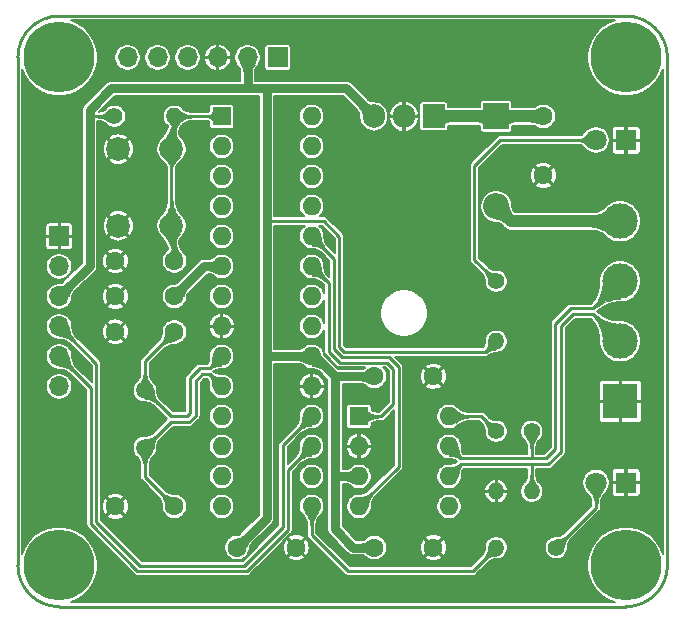
<source format=gbr>
%TF.GenerationSoftware,KiCad,Pcbnew,(5.1.5)-3*%
%TF.CreationDate,2020-11-26T13:06:47-06:00*%
%TF.ProjectId,CANdi_2,43414e64-695f-4322-9e6b-696361645f70,1A*%
%TF.SameCoordinates,Original*%
%TF.FileFunction,Copper,L1,Top*%
%TF.FilePolarity,Positive*%
%FSLAX46Y46*%
G04 Gerber Fmt 4.6, Leading zero omitted, Abs format (unit mm)*
G04 Created by KiCad (PCBNEW (5.1.5)-3) date 2020-11-26 13:06:47*
%MOMM*%
%LPD*%
G04 APERTURE LIST*
%ADD10C,0.254000*%
%ADD11O,1.400000X1.400000*%
%ADD12C,1.400000*%
%ADD13C,1.800000*%
%ADD14R,1.800000X1.800000*%
%ADD15C,1.600000*%
%ADD16O,2.200000X2.200000*%
%ADD17R,2.200000X2.200000*%
%ADD18C,1.500000*%
%ADD19O,1.600000X1.600000*%
%ADD20R,1.600000X1.600000*%
%ADD21O,1.905000X2.000000*%
%ADD22R,1.905000X2.000000*%
%ADD23C,0.800000*%
%ADD24C,6.000000*%
%ADD25O,1.700000X1.700000*%
%ADD26R,1.700000X1.700000*%
%ADD27C,3.000000*%
%ADD28R,3.000000X3.000000*%
%ADD29C,2.000000*%
%ADD30C,1.016000*%
%ADD31C,0.762000*%
%ADD32C,0.025400*%
%ADD33C,0.152400*%
G04 APERTURE END LIST*
D10*
X127500000Y-121500000D02*
G75*
G02X124000000Y-125000000I-3500000J0D01*
G01*
X124000000Y-75000000D02*
G75*
G02X127500000Y-78500000I0J-3500000D01*
G01*
X76000000Y-125000000D02*
G75*
G02X72500000Y-121500000I0J3500000D01*
G01*
X72500000Y-78500000D02*
G75*
G02X76000000Y-75000000I3500000J0D01*
G01*
X127500000Y-121500000D02*
X127500000Y-78500000D01*
X76000000Y-75000000D02*
X124000000Y-75000000D01*
X72500000Y-121500000D02*
X72500000Y-78500000D01*
X76000000Y-125000000D02*
X124000000Y-125000000D01*
D11*
X113000000Y-120000000D03*
D12*
X118080000Y-120000000D03*
D11*
X113000000Y-102540000D03*
D12*
X113000000Y-97460000D03*
D13*
X121460000Y-114500000D03*
D14*
X124000000Y-114500000D03*
D13*
X121460000Y-85500000D03*
D14*
X124000000Y-85500000D03*
D15*
X80760000Y-98730000D03*
X85760000Y-98730000D03*
D16*
X113000000Y-91110000D03*
D17*
X113000000Y-83490000D03*
D15*
X107690000Y-105500000D03*
X102690000Y-105500000D03*
D18*
X83260000Y-111560000D03*
X83260000Y-106680000D03*
D11*
X85760000Y-83490000D03*
D12*
X80680000Y-83490000D03*
D11*
X113000000Y-115240000D03*
D12*
X113000000Y-110160000D03*
D11*
X116000000Y-115240000D03*
D12*
X116000000Y-110160000D03*
D19*
X97380000Y-83490000D03*
X89760000Y-116510000D03*
X97380000Y-86030000D03*
X89760000Y-113970000D03*
X97380000Y-88570000D03*
X89760000Y-111430000D03*
X97380000Y-91110000D03*
X89760000Y-108890000D03*
X97380000Y-93650000D03*
X89760000Y-106350000D03*
X97380000Y-96190000D03*
X89760000Y-103810000D03*
X97380000Y-98730000D03*
X89760000Y-101270000D03*
X97380000Y-101270000D03*
X89760000Y-98730000D03*
X97380000Y-103810000D03*
X89760000Y-96190000D03*
X97380000Y-106350000D03*
X89760000Y-93650000D03*
X97380000Y-108890000D03*
X89760000Y-91110000D03*
X97380000Y-111430000D03*
X89760000Y-88570000D03*
X97380000Y-113970000D03*
X89760000Y-86030000D03*
X97380000Y-116510000D03*
D20*
X89760000Y-83490000D03*
D19*
X109000000Y-108890000D03*
X101380000Y-116510000D03*
X109000000Y-111430000D03*
X101380000Y-113970000D03*
X109000000Y-113970000D03*
X101380000Y-111430000D03*
X109000000Y-116510000D03*
D20*
X101380000Y-108890000D03*
D21*
X102650000Y-83490000D03*
X105190000Y-83490000D03*
D22*
X107730000Y-83490000D03*
D15*
X80760000Y-95730000D03*
X85760000Y-95730000D03*
X96070000Y-120000000D03*
X91070000Y-120000000D03*
X80760000Y-101730000D03*
X85760000Y-101730000D03*
X80760000Y-116510000D03*
X85760000Y-116510000D03*
X107690000Y-120000000D03*
X102690000Y-120000000D03*
X117000000Y-88490000D03*
X117000000Y-83490000D03*
D23*
X74409010Y-76909010D03*
X73750000Y-78500000D03*
X74409010Y-80090990D03*
X76000000Y-80750000D03*
X77590990Y-80090990D03*
X78250000Y-78500000D03*
X77590990Y-76909010D03*
X76000000Y-76250000D03*
D24*
X76000000Y-78500000D03*
D23*
X74409010Y-119909010D03*
X73750000Y-121500000D03*
X74409010Y-123090990D03*
X76000000Y-123750000D03*
X77590990Y-123090990D03*
X78250000Y-121500000D03*
X77590990Y-119909010D03*
X76000000Y-119250000D03*
D24*
X76000000Y-121500000D03*
D23*
X122409010Y-76909010D03*
X121750000Y-78500000D03*
X122409010Y-80090990D03*
X124000000Y-80750000D03*
X125590990Y-80090990D03*
X126250000Y-78500000D03*
X125590990Y-76909010D03*
X124000000Y-76250000D03*
D24*
X124000000Y-78500000D03*
D23*
X122409010Y-119909010D03*
X121750000Y-121500000D03*
X122409010Y-123090990D03*
X124000000Y-123750000D03*
X125590990Y-123090990D03*
X126250000Y-121500000D03*
X125590990Y-119909010D03*
X124000000Y-119250000D03*
D24*
X124000000Y-121500000D03*
D25*
X76000000Y-106350000D03*
X76000000Y-103810000D03*
X76000000Y-101270000D03*
X76000000Y-98730000D03*
X76000000Y-96190000D03*
D26*
X76000000Y-93650000D03*
D27*
X123500000Y-92380000D03*
D28*
X123500000Y-107620000D03*
D27*
X123500000Y-97460000D03*
X123500000Y-102540000D03*
D29*
X85510000Y-92758400D03*
X81010000Y-92758400D03*
X85510000Y-86258400D03*
X81010000Y-86258400D03*
D25*
X81800000Y-78500000D03*
X84340000Y-78500000D03*
X86880000Y-78500000D03*
X89420000Y-78500000D03*
X91960000Y-78500000D03*
D26*
X94500000Y-78500000D03*
D23*
X99002400Y-94032390D03*
X74136000Y-82401190D03*
X74136000Y-86401190D03*
X74136000Y-90401190D03*
X74136000Y-94401190D03*
X74136000Y-98401190D03*
X74136000Y-102401190D03*
X74136000Y-106401190D03*
X74136000Y-110401190D03*
X74136000Y-114401190D03*
X75136000Y-117401190D03*
X76136000Y-84401190D03*
X76136000Y-88401190D03*
X76136000Y-108401190D03*
X76136000Y-112401190D03*
X77136000Y-91401190D03*
X77136000Y-115401190D03*
X78136000Y-99401190D03*
X80136000Y-76401190D03*
X80136000Y-88401190D03*
X80136000Y-104401190D03*
X80136000Y-108401190D03*
X80136000Y-112401190D03*
X80136000Y-121401190D03*
X82136000Y-82401190D03*
X82136000Y-90401190D03*
X82136000Y-97401190D03*
X82136000Y-114401190D03*
X82136000Y-118401190D03*
X82136000Y-123401190D03*
X83136000Y-85401190D03*
X83136000Y-93401190D03*
X83136000Y-100401190D03*
X83136000Y-109401190D03*
X84136000Y-88401190D03*
X84136000Y-116401190D03*
X84136000Y-120401190D03*
X85136000Y-104401190D03*
X85136000Y-111401190D03*
X86136000Y-107401190D03*
X86136000Y-114401190D03*
X86136000Y-118401190D03*
X86136000Y-123401190D03*
X87136000Y-89401190D03*
X88136000Y-92401190D03*
X88136000Y-102401190D03*
X88136000Y-110401190D03*
X88136000Y-116401190D03*
X88136000Y-120401190D03*
X90136000Y-123401190D03*
X92136000Y-82401190D03*
X92136000Y-86401190D03*
X92136000Y-90401190D03*
X92136000Y-94401190D03*
X92136000Y-98401190D03*
X92136000Y-102401190D03*
X92136000Y-106401190D03*
X92136000Y-110401190D03*
X92136000Y-114401190D03*
X93136000Y-122401190D03*
X94136000Y-76401190D03*
X95136000Y-83401190D03*
X95136000Y-87401190D03*
X95136000Y-91401190D03*
X95136000Y-95401190D03*
X95136000Y-99401190D03*
X95136000Y-105401190D03*
X95136000Y-109401190D03*
X96136000Y-118401190D03*
X96136000Y-123401190D03*
X97136000Y-77401190D03*
X98136000Y-121401190D03*
X99136000Y-79401190D03*
X99136000Y-83401190D03*
X99136000Y-87401190D03*
X99136000Y-91401190D03*
X100136000Y-76401190D03*
X100136000Y-123401190D03*
X101136000Y-85401190D03*
X101136000Y-89401190D03*
X101136000Y-93401190D03*
X101136000Y-97401190D03*
X101136000Y-101401190D03*
X102136000Y-78401190D03*
X103136000Y-81401190D03*
X103136000Y-87401190D03*
X103136000Y-91401190D03*
X103136000Y-95401190D03*
X103136000Y-107401190D03*
X103136000Y-111401190D03*
X103136000Y-117401190D03*
X104136000Y-76401190D03*
X104136000Y-123401190D03*
X105136000Y-79401190D03*
X105136000Y-85401190D03*
X105136000Y-89401190D03*
X105136000Y-93401190D03*
X105136000Y-97401190D03*
X105136000Y-119401190D03*
X106136000Y-108401190D03*
X106136000Y-112401190D03*
X106136000Y-116401190D03*
X107136000Y-77401190D03*
X107136000Y-81401190D03*
X107136000Y-87401190D03*
X107136000Y-91401190D03*
X107136000Y-95401190D03*
X107136000Y-102401190D03*
X108136000Y-98401190D03*
X108136000Y-123401190D03*
X109136000Y-79401190D03*
X109136000Y-85401190D03*
X109136000Y-89401190D03*
X109136000Y-93401190D03*
X109136000Y-118401190D03*
X110136000Y-76401190D03*
X110136000Y-96401190D03*
X110136000Y-100401190D03*
X110136000Y-104401190D03*
X111136000Y-81401190D03*
X111136000Y-107401190D03*
X111136000Y-111401190D03*
X111136000Y-115401190D03*
X111136000Y-120401190D03*
X112136000Y-78401190D03*
X112136000Y-88401190D03*
X112136000Y-94401190D03*
X112136000Y-123401190D03*
X113136000Y-99401190D03*
X113136000Y-105401190D03*
X113136000Y-117401190D03*
X114136000Y-76401190D03*
X114136000Y-80401190D03*
X114136000Y-86401190D03*
X114136000Y-108401190D03*
X115136000Y-89401190D03*
X115136000Y-95401190D03*
X115136000Y-101401190D03*
X115136000Y-119401190D03*
X116136000Y-78401190D03*
X116136000Y-98401190D03*
X116136000Y-104401190D03*
X116136000Y-122401190D03*
X117136000Y-81401190D03*
X117136000Y-107401190D03*
X117136000Y-117401190D03*
X118136000Y-76401190D03*
X118136000Y-86401190D03*
X118136000Y-90401190D03*
X118136000Y-94401190D03*
X118136000Y-114401190D03*
X119136000Y-79401190D03*
X119136000Y-83401190D03*
X119136000Y-97401190D03*
X119136000Y-123401190D03*
X120136000Y-88401190D03*
X120136000Y-101401190D03*
X120136000Y-105401190D03*
X120136000Y-109401190D03*
X120136000Y-116401190D03*
X120136000Y-120401190D03*
X121136000Y-95401190D03*
X121136000Y-112401190D03*
X122136000Y-82401190D03*
X123136000Y-87401190D03*
X123136000Y-110401190D03*
X123136000Y-117401190D03*
X125136000Y-83401190D03*
X125136000Y-89401190D03*
X125136000Y-95401190D03*
X125136000Y-100401190D03*
X125136000Y-112401190D03*
X126136000Y-86401190D03*
X126136000Y-92401190D03*
X126136000Y-103401190D03*
X126136000Y-107401190D03*
X126136000Y-115401190D03*
D30*
X117000000Y-83490000D02*
X113000000Y-83490000D01*
X113000000Y-83490000D02*
X107730000Y-83490000D01*
D10*
X78562400Y-83490000D02*
X80680000Y-83490000D01*
X78486000Y-83413600D02*
X78562400Y-83490000D01*
D31*
X93573600Y-117496400D02*
X91070000Y-120000000D01*
X93650000Y-103810000D02*
X97380000Y-103810000D01*
X93573600Y-103733600D02*
X93650000Y-103810000D01*
X93573600Y-103733600D02*
X93573600Y-117496400D01*
X99364800Y-105500000D02*
X102690000Y-105500000D01*
X102690000Y-120000000D02*
X100899200Y-120000000D01*
X100899200Y-120000000D02*
X99364800Y-118465600D01*
X99390000Y-113970000D02*
X101380000Y-113970000D01*
X99364800Y-113995200D02*
X99390000Y-113970000D01*
X99364800Y-118465600D02*
X99364800Y-113995200D01*
X93573600Y-92202000D02*
X93573600Y-103733600D01*
X93573600Y-81127600D02*
X93573600Y-92202000D01*
X100287600Y-81127600D02*
X93573600Y-81127600D01*
X102650000Y-83490000D02*
X100287600Y-81127600D01*
X91960000Y-81088800D02*
X91960000Y-78500000D01*
X91998800Y-81127600D02*
X91960000Y-81088800D01*
X93573600Y-81127600D02*
X91998800Y-81127600D01*
X99364800Y-113995200D02*
X99364800Y-105500000D01*
X97674800Y-103810000D02*
X97380000Y-103810000D01*
X99364800Y-105500000D02*
X97674800Y-103810000D01*
D10*
X112104820Y-103435180D02*
X113000000Y-102540000D01*
X100133180Y-103435180D02*
X112104820Y-103435180D01*
X93726000Y-92354400D02*
X98400372Y-92354400D01*
X93573600Y-92202000D02*
X93726000Y-92354400D01*
X99729401Y-93683429D02*
X99729401Y-103031401D01*
X98400372Y-92354400D02*
X99729401Y-93683429D01*
X99729401Y-103031401D02*
X100133180Y-103435180D01*
D31*
X78587600Y-96142400D02*
X76000000Y-98730000D01*
X78587600Y-82956400D02*
X78587600Y-96142400D01*
X91998800Y-81127600D02*
X80416400Y-81127600D01*
X80416400Y-81127600D02*
X78587600Y-82956400D01*
D10*
X87579200Y-108817212D02*
X87022412Y-109374000D01*
X85446000Y-109374000D02*
X83260000Y-111560000D01*
X87579200Y-105870812D02*
X87579200Y-108817212D01*
X87022412Y-109374000D02*
X85446000Y-109374000D01*
X88116012Y-105334000D02*
X87579200Y-105870812D01*
X88744000Y-105334000D02*
X88116012Y-105334000D01*
X89760000Y-106350000D02*
X88744000Y-105334000D01*
X83260000Y-114010000D02*
X85760000Y-116510000D01*
X83260000Y-111560000D02*
X83260000Y-114010000D01*
X89760000Y-103810000D02*
X88744000Y-104826000D01*
X88744000Y-104826000D02*
X87905588Y-104826000D01*
X87071200Y-105660388D02*
X87071200Y-108606788D01*
X87071200Y-108606788D02*
X86811988Y-108866000D01*
X86811988Y-108866000D02*
X85446000Y-108866000D01*
X85446000Y-108866000D02*
X83260000Y-106680000D01*
X87905588Y-104826000D02*
X87071200Y-105660388D01*
X83260000Y-104230000D02*
X85760000Y-101730000D01*
X83260000Y-106680000D02*
X83260000Y-104230000D01*
X88706000Y-83490000D02*
X85760000Y-83490000D01*
X89760000Y-83490000D02*
X88706000Y-83490000D01*
X85760000Y-86008400D02*
X85510000Y-86258400D01*
X85760000Y-83490000D02*
X85760000Y-86008400D01*
X85760000Y-93008400D02*
X85760000Y-95730000D01*
X85510000Y-92758400D02*
X85760000Y-93008400D01*
X85510000Y-87672613D02*
X85510000Y-92758400D01*
X85510000Y-86258400D02*
X85510000Y-87672613D01*
X119510412Y-100254000D02*
X121214000Y-100254000D01*
X118516400Y-101248012D02*
X119510412Y-100254000D01*
X109000000Y-113970000D02*
X110016000Y-112954000D01*
X121214000Y-100254000D02*
X123500000Y-102540000D01*
X117427612Y-112954000D02*
X118516400Y-111865212D01*
X118516400Y-111865212D02*
X118516400Y-101248012D01*
X116000000Y-113002800D02*
X116000000Y-115240000D01*
X115951200Y-112954000D02*
X116000000Y-113002800D01*
X115951200Y-112954000D02*
X117427612Y-112954000D01*
X110016000Y-112954000D02*
X115951200Y-112954000D01*
X109000000Y-111430000D02*
X110016000Y-112446000D01*
X119299988Y-99746000D02*
X121214000Y-99746000D01*
X118008400Y-111654788D02*
X118008400Y-101037588D01*
X117217188Y-112446000D02*
X118008400Y-111654788D01*
X118008400Y-101037588D02*
X119299988Y-99746000D01*
X121214000Y-99746000D02*
X123500000Y-97460000D01*
X116000000Y-112444400D02*
X116000000Y-110160000D01*
X116001600Y-112446000D02*
X116000000Y-112444400D01*
X116001600Y-112446000D02*
X117217188Y-112446000D01*
X110016000Y-112446000D02*
X116001600Y-112446000D01*
X98179999Y-94449999D02*
X97380000Y-93650000D01*
X104746410Y-113143590D02*
X104746410Y-104713942D01*
X101380000Y-116510000D02*
X104746410Y-113143590D01*
X103921657Y-103889189D02*
X99945123Y-103889190D01*
X99275392Y-95545392D02*
X98179999Y-94449999D01*
X104746410Y-104713942D02*
X103921657Y-103889189D01*
X99275391Y-103219458D02*
X99275392Y-95545392D01*
X99945123Y-103889190D02*
X99275391Y-103219458D01*
X98821382Y-103407515D02*
X98821381Y-97631381D01*
X99757067Y-104343200D02*
X98821382Y-103407515D01*
X98821381Y-97631381D02*
X97380000Y-96190000D01*
X103250800Y-108890000D02*
X104292400Y-107848400D01*
X104292400Y-104902000D02*
X103733600Y-104343200D01*
X104292400Y-107848400D02*
X104292400Y-104902000D01*
X101380000Y-108890000D02*
X103250800Y-108890000D01*
X103733600Y-104343200D02*
X99757067Y-104343200D01*
X120187208Y-85500000D02*
X121460000Y-85500000D01*
X111150400Y-87680800D02*
X113331200Y-85500000D01*
X113331200Y-85500000D02*
X120187208Y-85500000D01*
X113000000Y-97460000D02*
X111150400Y-95610400D01*
X111150400Y-95610400D02*
X111150400Y-87680800D01*
X78692390Y-106502390D02*
X76000000Y-103810000D01*
X78692390Y-118044057D02*
X78692390Y-106502390D01*
X95399210Y-113410790D02*
X95399210Y-118468790D01*
X95399210Y-118468790D02*
X91897200Y-121970800D01*
X97380000Y-111430000D02*
X95399210Y-113410790D01*
X91897200Y-121970800D02*
X82619133Y-121970800D01*
X82619133Y-121970800D02*
X78692390Y-118044057D01*
X79146400Y-104416400D02*
X76000000Y-101270000D01*
X79146400Y-117856000D02*
X79146400Y-104416400D01*
X94945200Y-111324800D02*
X94945200Y-118280734D01*
X82807190Y-121516790D02*
X79146400Y-117856000D01*
X91690810Y-121516790D02*
X82807190Y-121516790D01*
X97380000Y-108890000D02*
X94945200Y-111324800D01*
X94945200Y-118280734D02*
X94926866Y-118280734D01*
X94926866Y-118280734D02*
X91690810Y-121516790D01*
D31*
X88300000Y-96190000D02*
X89760000Y-96190000D01*
X85760000Y-98730000D02*
X88300000Y-96190000D01*
D30*
X114270000Y-92380000D02*
X113000000Y-91110000D01*
X123500000Y-92380000D02*
X114270000Y-92380000D01*
D10*
X121460000Y-116620000D02*
X121460000Y-114500000D01*
X118080000Y-120000000D02*
X121460000Y-116620000D01*
X100431600Y-121970800D02*
X111029200Y-121970800D01*
X111029200Y-121970800D02*
X113000000Y-120000000D01*
X97380000Y-116510000D02*
X97380000Y-118919200D01*
X97380000Y-118919200D02*
X100431600Y-121970800D01*
X111730000Y-108890000D02*
X113000000Y-110160000D01*
X109000000Y-108890000D02*
X111730000Y-108890000D01*
D32*
G36*
X113829504Y-82779010D02*
G01*
X113830260Y-82779670D01*
X113885547Y-82824210D01*
X113886382Y-82824828D01*
X113944285Y-82864128D01*
X113945188Y-82864688D01*
X114005708Y-82898748D01*
X114006663Y-82899233D01*
X114069799Y-82928053D01*
X114070786Y-82928455D01*
X114136538Y-82952035D01*
X114137535Y-82952346D01*
X114205904Y-82970686D01*
X114206889Y-82970909D01*
X114277875Y-82984009D01*
X114278831Y-82984148D01*
X114352432Y-82992008D01*
X114353345Y-82992073D01*
X114417300Y-82994271D01*
X114417300Y-83985728D01*
X114353345Y-83987926D01*
X114352432Y-83987991D01*
X114278831Y-83995851D01*
X114277875Y-83995990D01*
X114206889Y-84009090D01*
X114205904Y-84009313D01*
X114137535Y-84027653D01*
X114136538Y-84027964D01*
X114070786Y-84051544D01*
X114069799Y-84051946D01*
X114006663Y-84080766D01*
X114005708Y-84081251D01*
X113945188Y-84115311D01*
X113944285Y-84115871D01*
X113886382Y-84155171D01*
X113885547Y-84155789D01*
X113830260Y-84200329D01*
X113829503Y-84200989D01*
X113783706Y-84244274D01*
X112475426Y-83490000D01*
X113783707Y-82735726D01*
X113829504Y-82779010D01*
G37*
X113829504Y-82779010D02*
X113830260Y-82779670D01*
X113885547Y-82824210D01*
X113886382Y-82824828D01*
X113944285Y-82864128D01*
X113945188Y-82864688D01*
X114005708Y-82898748D01*
X114006663Y-82899233D01*
X114069799Y-82928053D01*
X114070786Y-82928455D01*
X114136538Y-82952035D01*
X114137535Y-82952346D01*
X114205904Y-82970686D01*
X114206889Y-82970909D01*
X114277875Y-82984009D01*
X114278831Y-82984148D01*
X114352432Y-82992008D01*
X114353345Y-82992073D01*
X114417300Y-82994271D01*
X114417300Y-83985728D01*
X114353345Y-83987926D01*
X114352432Y-83987991D01*
X114278831Y-83995851D01*
X114277875Y-83995990D01*
X114206889Y-84009090D01*
X114205904Y-84009313D01*
X114137535Y-84027653D01*
X114136538Y-84027964D01*
X114070786Y-84051544D01*
X114069799Y-84051946D01*
X114006663Y-84080766D01*
X114005708Y-84081251D01*
X113945188Y-84115311D01*
X113944285Y-84115871D01*
X113886382Y-84155171D01*
X113885547Y-84155789D01*
X113830260Y-84200329D01*
X113829503Y-84200989D01*
X113783706Y-84244274D01*
X112475426Y-83490000D01*
X113783707Y-82735726D01*
X113829504Y-82779010D01*
G36*
X117374574Y-83490000D02*
G01*
X116429412Y-84034922D01*
X116422195Y-84029778D01*
X116419713Y-84028399D01*
X116398517Y-84019559D01*
X116396977Y-84019030D01*
X116368445Y-84011230D01*
X116367448Y-84011000D01*
X116331582Y-84004240D01*
X116330897Y-84004130D01*
X116287696Y-83998410D01*
X116287200Y-83998354D01*
X116236664Y-83993674D01*
X116236290Y-83993645D01*
X116178419Y-83990005D01*
X116178128Y-83989990D01*
X116112922Y-83987390D01*
X116112689Y-83987383D01*
X116040148Y-83985823D01*
X116039958Y-83985820D01*
X115972700Y-83985382D01*
X115972700Y-82994618D01*
X116039958Y-82994180D01*
X116040148Y-82994177D01*
X116112689Y-82992617D01*
X116112922Y-82992610D01*
X116178128Y-82990010D01*
X116178419Y-82989995D01*
X116236290Y-82986355D01*
X116236664Y-82986326D01*
X116287200Y-82981646D01*
X116287696Y-82981590D01*
X116330897Y-82975870D01*
X116331582Y-82975760D01*
X116367448Y-82969000D01*
X116368445Y-82968770D01*
X116396977Y-82960970D01*
X116398517Y-82960441D01*
X116419713Y-82951601D01*
X116422195Y-82950222D01*
X116429412Y-82945078D01*
X117374574Y-83490000D01*
G37*
X117374574Y-83490000D02*
X116429412Y-84034922D01*
X116422195Y-84029778D01*
X116419713Y-84028399D01*
X116398517Y-84019559D01*
X116396977Y-84019030D01*
X116368445Y-84011230D01*
X116367448Y-84011000D01*
X116331582Y-84004240D01*
X116330897Y-84004130D01*
X116287696Y-83998410D01*
X116287200Y-83998354D01*
X116236664Y-83993674D01*
X116236290Y-83993645D01*
X116178419Y-83990005D01*
X116178128Y-83989990D01*
X116112922Y-83987390D01*
X116112689Y-83987383D01*
X116040148Y-83985823D01*
X116039958Y-83985820D01*
X115972700Y-83985382D01*
X115972700Y-82994618D01*
X116039958Y-82994180D01*
X116040148Y-82994177D01*
X116112689Y-82992617D01*
X116112922Y-82992610D01*
X116178128Y-82990010D01*
X116178419Y-82989995D01*
X116236290Y-82986355D01*
X116236664Y-82986326D01*
X116287200Y-82981646D01*
X116287696Y-82981590D01*
X116330897Y-82975870D01*
X116331582Y-82975760D01*
X116367448Y-82969000D01*
X116368445Y-82968770D01*
X116396977Y-82960970D01*
X116398517Y-82960441D01*
X116419713Y-82951601D01*
X116422195Y-82950222D01*
X116429412Y-82945078D01*
X117374574Y-83490000D01*
G36*
X113524574Y-83490000D02*
G01*
X112216293Y-84244274D01*
X112170495Y-84200989D01*
X112169739Y-84200329D01*
X112114452Y-84155789D01*
X112113617Y-84155171D01*
X112055714Y-84115871D01*
X112054811Y-84115311D01*
X111994291Y-84081251D01*
X111993336Y-84080766D01*
X111930200Y-84051946D01*
X111929213Y-84051544D01*
X111863461Y-84027964D01*
X111862464Y-84027653D01*
X111794095Y-84009313D01*
X111793110Y-84009090D01*
X111722124Y-83995990D01*
X111721168Y-83995851D01*
X111647567Y-83987991D01*
X111646654Y-83987926D01*
X111582700Y-83985728D01*
X111582700Y-82994271D01*
X111646654Y-82992073D01*
X111647567Y-82992008D01*
X111721168Y-82984148D01*
X111722124Y-82984009D01*
X111793110Y-82970909D01*
X111794095Y-82970686D01*
X111862464Y-82952346D01*
X111863461Y-82952035D01*
X111929213Y-82928455D01*
X111930200Y-82928053D01*
X111993336Y-82899233D01*
X111994291Y-82898748D01*
X112054811Y-82864688D01*
X112055714Y-82864128D01*
X112113617Y-82824828D01*
X112114452Y-82824210D01*
X112169739Y-82779670D01*
X112170495Y-82779010D01*
X112216293Y-82735726D01*
X113524574Y-83490000D01*
G37*
X113524574Y-83490000D02*
X112216293Y-84244274D01*
X112170495Y-84200989D01*
X112169739Y-84200329D01*
X112114452Y-84155789D01*
X112113617Y-84155171D01*
X112055714Y-84115871D01*
X112054811Y-84115311D01*
X111994291Y-84081251D01*
X111993336Y-84080766D01*
X111930200Y-84051946D01*
X111929213Y-84051544D01*
X111863461Y-84027964D01*
X111862464Y-84027653D01*
X111794095Y-84009313D01*
X111793110Y-84009090D01*
X111722124Y-83995990D01*
X111721168Y-83995851D01*
X111647567Y-83987991D01*
X111646654Y-83987926D01*
X111582700Y-83985728D01*
X111582700Y-82994271D01*
X111646654Y-82992073D01*
X111647567Y-82992008D01*
X111721168Y-82984148D01*
X111722124Y-82984009D01*
X111793110Y-82970909D01*
X111794095Y-82970686D01*
X111862464Y-82952346D01*
X111863461Y-82952035D01*
X111929213Y-82928455D01*
X111930200Y-82928053D01*
X111993336Y-82899233D01*
X111994291Y-82898748D01*
X112054811Y-82864688D01*
X112055714Y-82864128D01*
X112113617Y-82824828D01*
X112114452Y-82824210D01*
X112169739Y-82779670D01*
X112170495Y-82779010D01*
X112216293Y-82735726D01*
X113524574Y-83490000D01*
G36*
X108435325Y-82862861D02*
G01*
X108436523Y-82863814D01*
X108475049Y-82890802D01*
X108476234Y-82891538D01*
X108519696Y-82915350D01*
X108520816Y-82915894D01*
X108569214Y-82936532D01*
X108570244Y-82936920D01*
X108623579Y-82954383D01*
X108624507Y-82954648D01*
X108682778Y-82968935D01*
X108683603Y-82969108D01*
X108746810Y-82980220D01*
X108747540Y-82980327D01*
X108815684Y-82988265D01*
X108816327Y-82988323D01*
X108889407Y-82993085D01*
X108889975Y-82993109D01*
X108955550Y-82994444D01*
X108955550Y-83985556D01*
X108889975Y-83986890D01*
X108889407Y-83986914D01*
X108816327Y-83991676D01*
X108815684Y-83991734D01*
X108747540Y-83999672D01*
X108746810Y-83999779D01*
X108683603Y-84010891D01*
X108682778Y-84011064D01*
X108624507Y-84025352D01*
X108623579Y-84025617D01*
X108570244Y-84043079D01*
X108569214Y-84043467D01*
X108520816Y-84064105D01*
X108519696Y-84064649D01*
X108476234Y-84088461D01*
X108475049Y-84089197D01*
X108436523Y-84116185D01*
X108435325Y-84117138D01*
X108408587Y-84141149D01*
X107279176Y-83490000D01*
X108408587Y-82838851D01*
X108435325Y-82862861D01*
G37*
X108435325Y-82862861D02*
X108436523Y-82863814D01*
X108475049Y-82890802D01*
X108476234Y-82891538D01*
X108519696Y-82915350D01*
X108520816Y-82915894D01*
X108569214Y-82936532D01*
X108570244Y-82936920D01*
X108623579Y-82954383D01*
X108624507Y-82954648D01*
X108682778Y-82968935D01*
X108683603Y-82969108D01*
X108746810Y-82980220D01*
X108747540Y-82980327D01*
X108815684Y-82988265D01*
X108816327Y-82988323D01*
X108889407Y-82993085D01*
X108889975Y-82993109D01*
X108955550Y-82994444D01*
X108955550Y-83985556D01*
X108889975Y-83986890D01*
X108889407Y-83986914D01*
X108816327Y-83991676D01*
X108815684Y-83991734D01*
X108747540Y-83999672D01*
X108746810Y-83999779D01*
X108683603Y-84010891D01*
X108682778Y-84011064D01*
X108624507Y-84025352D01*
X108623579Y-84025617D01*
X108570244Y-84043079D01*
X108569214Y-84043467D01*
X108520816Y-84064105D01*
X108519696Y-84064649D01*
X108476234Y-84088461D01*
X108475049Y-84089197D01*
X108436523Y-84116185D01*
X108435325Y-84117138D01*
X108408587Y-84141149D01*
X107279176Y-83490000D01*
X108408587Y-82838851D01*
X108435325Y-82862861D01*
G36*
X81004574Y-83490000D02*
G01*
X80181956Y-83964270D01*
X80115949Y-83901805D01*
X80115205Y-83901154D01*
X80038888Y-83839444D01*
X80038064Y-83838830D01*
X79958311Y-83784380D01*
X79957416Y-83783823D01*
X79874227Y-83736633D01*
X79873277Y-83736145D01*
X79786651Y-83696215D01*
X79785666Y-83695810D01*
X79695604Y-83663140D01*
X79694604Y-83662824D01*
X79601106Y-83637414D01*
X79600112Y-83637186D01*
X79503178Y-83619036D01*
X79502211Y-83618893D01*
X79401840Y-83608003D01*
X79400914Y-83607937D01*
X79309364Y-83604736D01*
X79309364Y-83375263D01*
X79400914Y-83372062D01*
X79401840Y-83371996D01*
X79502211Y-83361106D01*
X79503178Y-83360963D01*
X79600112Y-83342813D01*
X79601106Y-83342585D01*
X79694604Y-83317175D01*
X79695604Y-83316859D01*
X79785666Y-83284189D01*
X79786651Y-83283784D01*
X79873277Y-83243854D01*
X79874227Y-83243366D01*
X79957416Y-83196176D01*
X79958311Y-83195619D01*
X80038064Y-83141169D01*
X80038888Y-83140555D01*
X80115205Y-83078845D01*
X80115949Y-83078194D01*
X80181956Y-83015730D01*
X81004574Y-83490000D01*
G37*
X81004574Y-83490000D02*
X80181956Y-83964270D01*
X80115949Y-83901805D01*
X80115205Y-83901154D01*
X80038888Y-83839444D01*
X80038064Y-83838830D01*
X79958311Y-83784380D01*
X79957416Y-83783823D01*
X79874227Y-83736633D01*
X79873277Y-83736145D01*
X79786651Y-83696215D01*
X79785666Y-83695810D01*
X79695604Y-83663140D01*
X79694604Y-83662824D01*
X79601106Y-83637414D01*
X79600112Y-83637186D01*
X79503178Y-83619036D01*
X79502211Y-83618893D01*
X79401840Y-83608003D01*
X79400914Y-83607937D01*
X79309364Y-83604736D01*
X79309364Y-83375263D01*
X79400914Y-83372062D01*
X79401840Y-83371996D01*
X79502211Y-83361106D01*
X79503178Y-83360963D01*
X79600112Y-83342813D01*
X79601106Y-83342585D01*
X79694604Y-83317175D01*
X79695604Y-83316859D01*
X79785666Y-83284189D01*
X79786651Y-83283784D01*
X79873277Y-83243854D01*
X79874227Y-83243366D01*
X79957416Y-83196176D01*
X79958311Y-83195619D01*
X80038064Y-83141169D01*
X80038888Y-83140555D01*
X80115205Y-83078845D01*
X80115949Y-83078194D01*
X80181956Y-83015730D01*
X81004574Y-83490000D01*
G36*
X77052380Y-98199084D02*
G01*
X77018397Y-98235495D01*
X77017795Y-98236187D01*
X76979962Y-98283099D01*
X76979383Y-98283876D01*
X76946071Y-98332320D01*
X76945531Y-98333176D01*
X76916741Y-98383151D01*
X76916257Y-98384078D01*
X76891989Y-98435584D01*
X76891576Y-98436566D01*
X76871829Y-98489604D01*
X76871498Y-98490622D01*
X76856272Y-98545191D01*
X76856030Y-98546224D01*
X76845326Y-98602324D01*
X76845173Y-98603349D01*
X76838990Y-98660981D01*
X76838923Y-98661980D01*
X76837527Y-98711689D01*
X75717459Y-99012541D01*
X76018311Y-97892472D01*
X76068020Y-97891076D01*
X76069018Y-97891009D01*
X76126650Y-97884826D01*
X76127675Y-97884673D01*
X76183775Y-97873969D01*
X76184808Y-97873727D01*
X76239377Y-97858501D01*
X76240395Y-97858170D01*
X76293433Y-97838423D01*
X76294415Y-97838010D01*
X76345921Y-97813742D01*
X76346848Y-97813258D01*
X76396823Y-97784468D01*
X76397679Y-97783928D01*
X76446123Y-97750616D01*
X76446900Y-97750037D01*
X76493812Y-97712204D01*
X76494504Y-97711603D01*
X76530916Y-97677620D01*
X77052380Y-98199084D01*
G37*
X77052380Y-98199084D02*
X77018397Y-98235495D01*
X77017795Y-98236187D01*
X76979962Y-98283099D01*
X76979383Y-98283876D01*
X76946071Y-98332320D01*
X76945531Y-98333176D01*
X76916741Y-98383151D01*
X76916257Y-98384078D01*
X76891989Y-98435584D01*
X76891576Y-98436566D01*
X76871829Y-98489604D01*
X76871498Y-98490622D01*
X76856272Y-98545191D01*
X76856030Y-98546224D01*
X76845326Y-98602324D01*
X76845173Y-98603349D01*
X76838990Y-98660981D01*
X76838923Y-98661980D01*
X76837527Y-98711689D01*
X75717459Y-99012541D01*
X76018311Y-97892472D01*
X76068020Y-97891076D01*
X76069018Y-97891009D01*
X76126650Y-97884826D01*
X76127675Y-97884673D01*
X76183775Y-97873969D01*
X76184808Y-97873727D01*
X76239377Y-97858501D01*
X76240395Y-97858170D01*
X76293433Y-97838423D01*
X76294415Y-97838010D01*
X76345921Y-97813742D01*
X76346848Y-97813258D01*
X76396823Y-97784468D01*
X76397679Y-97783928D01*
X76446123Y-97750616D01*
X76446900Y-97750037D01*
X76493812Y-97712204D01*
X76494504Y-97711603D01*
X76530916Y-97677620D01*
X77052380Y-98199084D01*
G36*
X92057113Y-119534292D02*
G01*
X92026172Y-119567222D01*
X92025618Y-119567851D01*
X91990445Y-119610619D01*
X91989898Y-119611334D01*
X91958921Y-119654968D01*
X91958395Y-119655772D01*
X91931616Y-119700271D01*
X91931129Y-119701159D01*
X91908546Y-119746525D01*
X91908114Y-119747492D01*
X91889729Y-119793723D01*
X91889370Y-119794752D01*
X91875181Y-119841849D01*
X91874908Y-119842923D01*
X91864917Y-119890886D01*
X91864738Y-119891980D01*
X91858944Y-119940809D01*
X91858863Y-119941897D01*
X91857569Y-119982178D01*
X90805137Y-120264863D01*
X91087822Y-119212431D01*
X91128102Y-119211136D01*
X91129190Y-119211055D01*
X91178019Y-119205261D01*
X91179113Y-119205082D01*
X91227076Y-119195091D01*
X91228150Y-119194818D01*
X91275247Y-119180629D01*
X91276276Y-119180270D01*
X91322507Y-119161885D01*
X91323474Y-119161453D01*
X91368840Y-119138870D01*
X91369728Y-119138383D01*
X91414227Y-119111604D01*
X91415031Y-119111078D01*
X91458665Y-119080101D01*
X91459380Y-119079554D01*
X91502148Y-119044381D01*
X91502777Y-119043828D01*
X91535708Y-119012887D01*
X92057113Y-119534292D01*
G37*
X92057113Y-119534292D02*
X92026172Y-119567222D01*
X92025618Y-119567851D01*
X91990445Y-119610619D01*
X91989898Y-119611334D01*
X91958921Y-119654968D01*
X91958395Y-119655772D01*
X91931616Y-119700271D01*
X91931129Y-119701159D01*
X91908546Y-119746525D01*
X91908114Y-119747492D01*
X91889729Y-119793723D01*
X91889370Y-119794752D01*
X91875181Y-119841849D01*
X91874908Y-119842923D01*
X91864917Y-119890886D01*
X91864738Y-119891980D01*
X91858944Y-119940809D01*
X91858863Y-119941897D01*
X91857569Y-119982178D01*
X90805137Y-120264863D01*
X91087822Y-119212431D01*
X91128102Y-119211136D01*
X91129190Y-119211055D01*
X91178019Y-119205261D01*
X91179113Y-119205082D01*
X91227076Y-119195091D01*
X91228150Y-119194818D01*
X91275247Y-119180629D01*
X91276276Y-119180270D01*
X91322507Y-119161885D01*
X91323474Y-119161453D01*
X91368840Y-119138870D01*
X91369728Y-119138383D01*
X91414227Y-119111604D01*
X91415031Y-119111078D01*
X91458665Y-119080101D01*
X91459380Y-119079554D01*
X91502148Y-119044381D01*
X91502777Y-119043828D01*
X91535708Y-119012887D01*
X92057113Y-119534292D01*
G36*
X97754574Y-103810000D02*
G01*
X96810503Y-104354294D01*
X96781104Y-104326725D01*
X96780277Y-104326013D01*
X96741653Y-104295583D01*
X96740753Y-104294936D01*
X96699773Y-104268086D01*
X96698821Y-104267520D01*
X96655486Y-104244250D01*
X96654504Y-104243776D01*
X96608813Y-104224086D01*
X96607824Y-104223708D01*
X96559778Y-104207598D01*
X96558805Y-104207314D01*
X96508403Y-104194784D01*
X96507463Y-104194588D01*
X96454706Y-104185638D01*
X96453814Y-104185519D01*
X96398701Y-104180149D01*
X96397864Y-104180095D01*
X96352701Y-104178689D01*
X96352701Y-103441311D01*
X96397864Y-103439904D01*
X96398701Y-103439850D01*
X96453814Y-103434480D01*
X96454706Y-103434361D01*
X96507463Y-103425411D01*
X96508403Y-103425215D01*
X96558805Y-103412685D01*
X96559778Y-103412401D01*
X96607824Y-103396291D01*
X96608813Y-103395913D01*
X96654504Y-103376223D01*
X96655486Y-103375749D01*
X96698821Y-103352479D01*
X96699773Y-103351913D01*
X96740753Y-103325063D01*
X96741653Y-103324416D01*
X96780277Y-103293986D01*
X96781104Y-103293274D01*
X96810503Y-103265706D01*
X97754574Y-103810000D01*
G37*
X97754574Y-103810000D02*
X96810503Y-104354294D01*
X96781104Y-104326725D01*
X96780277Y-104326013D01*
X96741653Y-104295583D01*
X96740753Y-104294936D01*
X96699773Y-104268086D01*
X96698821Y-104267520D01*
X96655486Y-104244250D01*
X96654504Y-104243776D01*
X96608813Y-104224086D01*
X96607824Y-104223708D01*
X96559778Y-104207598D01*
X96558805Y-104207314D01*
X96508403Y-104194784D01*
X96507463Y-104194588D01*
X96454706Y-104185638D01*
X96453814Y-104185519D01*
X96398701Y-104180149D01*
X96397864Y-104180095D01*
X96352701Y-104178689D01*
X96352701Y-103441311D01*
X96397864Y-103439904D01*
X96398701Y-103439850D01*
X96453814Y-103434480D01*
X96454706Y-103434361D01*
X96507463Y-103425411D01*
X96508403Y-103425215D01*
X96558805Y-103412685D01*
X96559778Y-103412401D01*
X96607824Y-103396291D01*
X96608813Y-103395913D01*
X96654504Y-103376223D01*
X96655486Y-103375749D01*
X96698821Y-103352479D01*
X96699773Y-103351913D01*
X96740753Y-103325063D01*
X96741653Y-103324416D01*
X96780277Y-103293986D01*
X96781104Y-103293274D01*
X96810503Y-103265706D01*
X97754574Y-103810000D01*
G36*
X103064574Y-105500000D02*
G01*
X102120503Y-106044294D01*
X102091104Y-106016725D01*
X102090277Y-106016013D01*
X102051653Y-105985583D01*
X102050753Y-105984936D01*
X102009773Y-105958086D01*
X102008821Y-105957520D01*
X101965486Y-105934250D01*
X101964504Y-105933776D01*
X101918813Y-105914086D01*
X101917824Y-105913708D01*
X101869778Y-105897598D01*
X101868805Y-105897314D01*
X101818403Y-105884784D01*
X101817463Y-105884588D01*
X101764706Y-105875638D01*
X101763814Y-105875519D01*
X101708701Y-105870149D01*
X101707864Y-105870095D01*
X101662701Y-105868689D01*
X101662701Y-105131311D01*
X101707864Y-105129904D01*
X101708701Y-105129850D01*
X101763814Y-105124480D01*
X101764706Y-105124361D01*
X101817463Y-105115411D01*
X101818403Y-105115215D01*
X101868805Y-105102685D01*
X101869778Y-105102401D01*
X101917824Y-105086291D01*
X101918813Y-105085913D01*
X101964504Y-105066223D01*
X101965486Y-105065749D01*
X102008821Y-105042479D01*
X102009773Y-105041913D01*
X102050753Y-105015063D01*
X102051653Y-105014416D01*
X102090277Y-104983986D01*
X102091104Y-104983274D01*
X102120503Y-104955706D01*
X103064574Y-105500000D01*
G37*
X103064574Y-105500000D02*
X102120503Y-106044294D01*
X102091104Y-106016725D01*
X102090277Y-106016013D01*
X102051653Y-105985583D01*
X102050753Y-105984936D01*
X102009773Y-105958086D01*
X102008821Y-105957520D01*
X101965486Y-105934250D01*
X101964504Y-105933776D01*
X101918813Y-105914086D01*
X101917824Y-105913708D01*
X101869778Y-105897598D01*
X101868805Y-105897314D01*
X101818403Y-105884784D01*
X101817463Y-105884588D01*
X101764706Y-105875638D01*
X101763814Y-105875519D01*
X101708701Y-105870149D01*
X101707864Y-105870095D01*
X101662701Y-105868689D01*
X101662701Y-105131311D01*
X101707864Y-105129904D01*
X101708701Y-105129850D01*
X101763814Y-105124480D01*
X101764706Y-105124361D01*
X101817463Y-105115411D01*
X101818403Y-105115215D01*
X101868805Y-105102685D01*
X101869778Y-105102401D01*
X101917824Y-105086291D01*
X101918813Y-105085913D01*
X101964504Y-105066223D01*
X101965486Y-105065749D01*
X102008821Y-105042479D01*
X102009773Y-105041913D01*
X102050753Y-105015063D01*
X102051653Y-105014416D01*
X102090277Y-104983986D01*
X102091104Y-104983274D01*
X102120503Y-104955706D01*
X103064574Y-105500000D01*
G36*
X103064574Y-120000000D02*
G01*
X102120503Y-120544294D01*
X102091104Y-120516725D01*
X102090277Y-120516013D01*
X102051653Y-120485583D01*
X102050753Y-120484936D01*
X102009773Y-120458086D01*
X102008821Y-120457520D01*
X101965486Y-120434250D01*
X101964504Y-120433776D01*
X101918813Y-120414086D01*
X101917824Y-120413708D01*
X101869778Y-120397598D01*
X101868805Y-120397314D01*
X101818403Y-120384784D01*
X101817463Y-120384588D01*
X101764706Y-120375638D01*
X101763814Y-120375519D01*
X101708701Y-120370149D01*
X101707864Y-120370095D01*
X101662701Y-120368689D01*
X101662701Y-119631311D01*
X101707864Y-119629904D01*
X101708701Y-119629850D01*
X101763814Y-119624480D01*
X101764706Y-119624361D01*
X101817463Y-119615411D01*
X101818403Y-119615215D01*
X101868805Y-119602685D01*
X101869778Y-119602401D01*
X101917824Y-119586291D01*
X101918813Y-119585913D01*
X101964504Y-119566223D01*
X101965486Y-119565749D01*
X102008821Y-119542479D01*
X102009773Y-119541913D01*
X102050753Y-119515063D01*
X102051653Y-119514416D01*
X102090277Y-119483986D01*
X102091104Y-119483274D01*
X102120503Y-119455706D01*
X103064574Y-120000000D01*
G37*
X103064574Y-120000000D02*
X102120503Y-120544294D01*
X102091104Y-120516725D01*
X102090277Y-120516013D01*
X102051653Y-120485583D01*
X102050753Y-120484936D01*
X102009773Y-120458086D01*
X102008821Y-120457520D01*
X101965486Y-120434250D01*
X101964504Y-120433776D01*
X101918813Y-120414086D01*
X101917824Y-120413708D01*
X101869778Y-120397598D01*
X101868805Y-120397314D01*
X101818403Y-120384784D01*
X101817463Y-120384588D01*
X101764706Y-120375638D01*
X101763814Y-120375519D01*
X101708701Y-120370149D01*
X101707864Y-120370095D01*
X101662701Y-120368689D01*
X101662701Y-119631311D01*
X101707864Y-119629904D01*
X101708701Y-119629850D01*
X101763814Y-119624480D01*
X101764706Y-119624361D01*
X101817463Y-119615411D01*
X101818403Y-119615215D01*
X101868805Y-119602685D01*
X101869778Y-119602401D01*
X101917824Y-119586291D01*
X101918813Y-119585913D01*
X101964504Y-119566223D01*
X101965486Y-119565749D01*
X102008821Y-119542479D01*
X102009773Y-119541913D01*
X102050753Y-119515063D01*
X102051653Y-119514416D01*
X102090277Y-119483986D01*
X102091104Y-119483274D01*
X102120503Y-119455706D01*
X103064574Y-120000000D01*
G36*
X101754574Y-113970000D02*
G01*
X100810503Y-114514294D01*
X100781104Y-114486725D01*
X100780277Y-114486013D01*
X100741653Y-114455583D01*
X100740753Y-114454936D01*
X100699773Y-114428086D01*
X100698821Y-114427520D01*
X100655486Y-114404250D01*
X100654504Y-114403776D01*
X100608813Y-114384086D01*
X100607824Y-114383708D01*
X100559778Y-114367598D01*
X100558805Y-114367314D01*
X100508403Y-114354784D01*
X100507463Y-114354588D01*
X100454706Y-114345638D01*
X100453814Y-114345519D01*
X100398701Y-114340149D01*
X100397864Y-114340095D01*
X100352701Y-114338689D01*
X100352701Y-113601311D01*
X100397864Y-113599904D01*
X100398701Y-113599850D01*
X100453814Y-113594480D01*
X100454706Y-113594361D01*
X100507463Y-113585411D01*
X100508403Y-113585215D01*
X100558805Y-113572685D01*
X100559778Y-113572401D01*
X100607824Y-113556291D01*
X100608813Y-113555913D01*
X100654504Y-113536223D01*
X100655486Y-113535749D01*
X100698821Y-113512479D01*
X100699773Y-113511913D01*
X100740753Y-113485063D01*
X100741653Y-113484416D01*
X100780277Y-113453986D01*
X100781104Y-113453274D01*
X100810503Y-113425706D01*
X101754574Y-113970000D01*
G37*
X101754574Y-113970000D02*
X100810503Y-114514294D01*
X100781104Y-114486725D01*
X100780277Y-114486013D01*
X100741653Y-114455583D01*
X100740753Y-114454936D01*
X100699773Y-114428086D01*
X100698821Y-114427520D01*
X100655486Y-114404250D01*
X100654504Y-114403776D01*
X100608813Y-114384086D01*
X100607824Y-114383708D01*
X100559778Y-114367598D01*
X100558805Y-114367314D01*
X100508403Y-114354784D01*
X100507463Y-114354588D01*
X100454706Y-114345638D01*
X100453814Y-114345519D01*
X100398701Y-114340149D01*
X100397864Y-114340095D01*
X100352701Y-114338689D01*
X100352701Y-113601311D01*
X100397864Y-113599904D01*
X100398701Y-113599850D01*
X100453814Y-113594480D01*
X100454706Y-113594361D01*
X100507463Y-113585411D01*
X100508403Y-113585215D01*
X100558805Y-113572685D01*
X100559778Y-113572401D01*
X100607824Y-113556291D01*
X100608813Y-113555913D01*
X100654504Y-113536223D01*
X100655486Y-113535749D01*
X100698821Y-113512479D01*
X100699773Y-113511913D01*
X100740753Y-113485063D01*
X100741653Y-113484416D01*
X100780277Y-113453986D01*
X100781104Y-113453274D01*
X100810503Y-113425706D01*
X101754574Y-113970000D01*
G36*
X112983211Y-103227452D02*
G01*
X112893279Y-103229201D01*
X112892483Y-103229242D01*
X112797373Y-103237081D01*
X112796514Y-103237181D01*
X112705768Y-103250923D01*
X112704853Y-103251096D01*
X112618470Y-103270743D01*
X112617510Y-103271002D01*
X112535490Y-103296552D01*
X112534499Y-103296906D01*
X112456843Y-103328359D01*
X112455844Y-103328815D01*
X112382552Y-103366172D01*
X112381568Y-103366730D01*
X112312639Y-103409991D01*
X112311696Y-103410644D01*
X112247130Y-103459809D01*
X112246252Y-103460542D01*
X112195014Y-103507413D01*
X112032587Y-103344986D01*
X112079457Y-103293747D01*
X112080190Y-103292869D01*
X112129355Y-103228303D01*
X112130008Y-103227360D01*
X112173269Y-103158431D01*
X112173827Y-103157447D01*
X112211184Y-103084155D01*
X112211640Y-103083156D01*
X112243094Y-103005500D01*
X112243448Y-103004509D01*
X112268997Y-102922489D01*
X112269256Y-102921529D01*
X112288903Y-102835146D01*
X112289076Y-102834231D01*
X112302818Y-102743485D01*
X112302918Y-102742626D01*
X112310757Y-102647516D01*
X112310798Y-102646720D01*
X112312548Y-102556789D01*
X113229508Y-102310492D01*
X112983211Y-103227452D01*
G37*
X112983211Y-103227452D02*
X112893279Y-103229201D01*
X112892483Y-103229242D01*
X112797373Y-103237081D01*
X112796514Y-103237181D01*
X112705768Y-103250923D01*
X112704853Y-103251096D01*
X112618470Y-103270743D01*
X112617510Y-103271002D01*
X112535490Y-103296552D01*
X112534499Y-103296906D01*
X112456843Y-103328359D01*
X112455844Y-103328815D01*
X112382552Y-103366172D01*
X112381568Y-103366730D01*
X112312639Y-103409991D01*
X112311696Y-103410644D01*
X112247130Y-103459809D01*
X112246252Y-103460542D01*
X112195014Y-103507413D01*
X112032587Y-103344986D01*
X112079457Y-103293747D01*
X112080190Y-103292869D01*
X112129355Y-103228303D01*
X112130008Y-103227360D01*
X112173269Y-103158431D01*
X112173827Y-103157447D01*
X112211184Y-103084155D01*
X112211640Y-103083156D01*
X112243094Y-103005500D01*
X112243448Y-103004509D01*
X112268997Y-102922489D01*
X112269256Y-102921529D01*
X112288903Y-102835146D01*
X112289076Y-102834231D01*
X112302818Y-102743485D01*
X112302918Y-102742626D01*
X112310757Y-102647516D01*
X112310798Y-102646720D01*
X112312548Y-102556789D01*
X113229508Y-102310492D01*
X112983211Y-103227452D01*
G36*
X101995486Y-82310579D02*
G01*
X101996182Y-82311182D01*
X102058601Y-82361478D01*
X102059380Y-82362058D01*
X102123870Y-82406342D01*
X102124728Y-82406883D01*
X102191288Y-82445157D01*
X102192216Y-82445641D01*
X102260848Y-82477902D01*
X102261831Y-82478314D01*
X102332534Y-82504565D01*
X102333551Y-82504895D01*
X102406325Y-82525134D01*
X102407356Y-82525375D01*
X102482200Y-82539603D01*
X102483223Y-82539754D01*
X102560139Y-82547970D01*
X102561133Y-82548037D01*
X102630664Y-82549979D01*
X102968780Y-83808780D01*
X101709979Y-83470664D01*
X101708037Y-83401133D01*
X101707970Y-83400139D01*
X101699754Y-83323223D01*
X101699603Y-83322200D01*
X101685375Y-83247356D01*
X101685134Y-83246325D01*
X101664895Y-83173551D01*
X101664565Y-83172534D01*
X101638314Y-83101831D01*
X101637902Y-83100848D01*
X101605641Y-83032216D01*
X101605157Y-83031288D01*
X101566883Y-82964728D01*
X101566342Y-82963870D01*
X101522058Y-82899380D01*
X101521478Y-82898601D01*
X101471182Y-82836182D01*
X101470579Y-82835486D01*
X101422642Y-82784107D01*
X101944107Y-82262642D01*
X101995486Y-82310579D01*
G37*
X101995486Y-82310579D02*
X101996182Y-82311182D01*
X102058601Y-82361478D01*
X102059380Y-82362058D01*
X102123870Y-82406342D01*
X102124728Y-82406883D01*
X102191288Y-82445157D01*
X102192216Y-82445641D01*
X102260848Y-82477902D01*
X102261831Y-82478314D01*
X102332534Y-82504565D01*
X102333551Y-82504895D01*
X102406325Y-82525134D01*
X102407356Y-82525375D01*
X102482200Y-82539603D01*
X102483223Y-82539754D01*
X102560139Y-82547970D01*
X102561133Y-82548037D01*
X102630664Y-82549979D01*
X102968780Y-83808780D01*
X101709979Y-83470664D01*
X101708037Y-83401133D01*
X101707970Y-83400139D01*
X101699754Y-83323223D01*
X101699603Y-83322200D01*
X101685375Y-83247356D01*
X101685134Y-83246325D01*
X101664895Y-83173551D01*
X101664565Y-83172534D01*
X101638314Y-83101831D01*
X101637902Y-83100848D01*
X101605641Y-83032216D01*
X101605157Y-83031288D01*
X101566883Y-82964728D01*
X101566342Y-82963870D01*
X101522058Y-82899380D01*
X101521478Y-82898601D01*
X101471182Y-82836182D01*
X101470579Y-82835486D01*
X101422642Y-82784107D01*
X101944107Y-82262642D01*
X101995486Y-82310579D01*
G36*
X92539273Y-79105169D02*
G01*
X92505110Y-79141305D01*
X92504452Y-79142059D01*
X92468072Y-79187183D01*
X92467455Y-79188016D01*
X92435355Y-79235254D01*
X92434796Y-79236156D01*
X92406976Y-79285508D01*
X92406490Y-79286462D01*
X92382950Y-79337929D01*
X92382548Y-79338915D01*
X92363288Y-79392496D01*
X92362975Y-79393493D01*
X92347995Y-79449188D01*
X92347771Y-79450176D01*
X92337071Y-79507986D01*
X92336931Y-79508944D01*
X92330511Y-79568867D01*
X92330447Y-79569782D01*
X92328731Y-79619559D01*
X91591269Y-79619559D01*
X91589552Y-79569782D01*
X91589488Y-79568867D01*
X91583068Y-79508944D01*
X91582928Y-79507986D01*
X91572228Y-79450176D01*
X91572004Y-79449188D01*
X91557024Y-79393493D01*
X91556711Y-79392496D01*
X91537451Y-79338915D01*
X91537049Y-79337929D01*
X91513509Y-79286462D01*
X91513023Y-79285508D01*
X91485203Y-79236156D01*
X91484644Y-79235254D01*
X91452544Y-79188016D01*
X91451927Y-79187183D01*
X91415547Y-79142059D01*
X91414889Y-79141305D01*
X91380727Y-79105169D01*
X91960000Y-78100426D01*
X92539273Y-79105169D01*
G37*
X92539273Y-79105169D02*
X92505110Y-79141305D01*
X92504452Y-79142059D01*
X92468072Y-79187183D01*
X92467455Y-79188016D01*
X92435355Y-79235254D01*
X92434796Y-79236156D01*
X92406976Y-79285508D01*
X92406490Y-79286462D01*
X92382950Y-79337929D01*
X92382548Y-79338915D01*
X92363288Y-79392496D01*
X92362975Y-79393493D01*
X92347995Y-79449188D01*
X92347771Y-79450176D01*
X92337071Y-79507986D01*
X92336931Y-79508944D01*
X92330511Y-79568867D01*
X92330447Y-79569782D01*
X92328731Y-79619559D01*
X91591269Y-79619559D01*
X91589552Y-79569782D01*
X91589488Y-79568867D01*
X91583068Y-79508944D01*
X91582928Y-79507986D01*
X91572228Y-79450176D01*
X91572004Y-79449188D01*
X91557024Y-79393493D01*
X91556711Y-79392496D01*
X91537451Y-79338915D01*
X91537049Y-79337929D01*
X91513509Y-79286462D01*
X91513023Y-79285508D01*
X91485203Y-79236156D01*
X91484644Y-79235254D01*
X91452544Y-79188016D01*
X91451927Y-79187183D01*
X91415547Y-79142059D01*
X91414889Y-79141305D01*
X91380727Y-79105169D01*
X91960000Y-78100426D01*
X92539273Y-79105169D01*
G36*
X84395672Y-110586590D02*
G01*
X84326393Y-110660891D01*
X84325785Y-110661593D01*
X84256433Y-110747830D01*
X84255850Y-110748615D01*
X84194788Y-110837820D01*
X84194247Y-110838684D01*
X84141476Y-110930855D01*
X84140992Y-110931786D01*
X84096511Y-111026925D01*
X84096101Y-111027908D01*
X84059909Y-111126013D01*
X84059582Y-111127030D01*
X84031681Y-111228102D01*
X84031443Y-111229129D01*
X84011833Y-111333168D01*
X84011683Y-111334184D01*
X84000362Y-111441190D01*
X84000297Y-111442176D01*
X83997528Y-111542690D01*
X83012814Y-111807186D01*
X83277310Y-110822472D01*
X83377823Y-110819702D01*
X83378809Y-110819637D01*
X83485815Y-110808316D01*
X83486831Y-110808166D01*
X83590870Y-110788556D01*
X83591897Y-110788318D01*
X83692969Y-110760417D01*
X83693985Y-110760090D01*
X83792091Y-110723899D01*
X83793075Y-110723489D01*
X83888213Y-110679007D01*
X83889144Y-110678523D01*
X83981315Y-110625752D01*
X83982179Y-110625211D01*
X84071384Y-110564149D01*
X84072169Y-110563566D01*
X84158406Y-110494214D01*
X84159108Y-110493606D01*
X84233410Y-110424328D01*
X84395672Y-110586590D01*
G37*
X84395672Y-110586590D02*
X84326393Y-110660891D01*
X84325785Y-110661593D01*
X84256433Y-110747830D01*
X84255850Y-110748615D01*
X84194788Y-110837820D01*
X84194247Y-110838684D01*
X84141476Y-110930855D01*
X84140992Y-110931786D01*
X84096511Y-111026925D01*
X84096101Y-111027908D01*
X84059909Y-111126013D01*
X84059582Y-111127030D01*
X84031681Y-111228102D01*
X84031443Y-111229129D01*
X84011833Y-111333168D01*
X84011683Y-111334184D01*
X84000362Y-111441190D01*
X84000297Y-111442176D01*
X83997528Y-111542690D01*
X83012814Y-111807186D01*
X83277310Y-110822472D01*
X83377823Y-110819702D01*
X83378809Y-110819637D01*
X83485815Y-110808316D01*
X83486831Y-110808166D01*
X83590870Y-110788556D01*
X83591897Y-110788318D01*
X83692969Y-110760417D01*
X83693985Y-110760090D01*
X83792091Y-110723899D01*
X83793075Y-110723489D01*
X83888213Y-110679007D01*
X83889144Y-110678523D01*
X83981315Y-110625752D01*
X83982179Y-110625211D01*
X84071384Y-110564149D01*
X84072169Y-110563566D01*
X84158406Y-110494214D01*
X84159108Y-110493606D01*
X84233410Y-110424328D01*
X84395672Y-110586590D01*
G36*
X88890600Y-105312810D02*
G01*
X88891560Y-105313598D01*
X88962772Y-105366440D01*
X88963783Y-105367117D01*
X89040884Y-105413600D01*
X89041913Y-105414158D01*
X89124901Y-105454281D01*
X89125919Y-105454719D01*
X89214795Y-105488483D01*
X89215777Y-105488811D01*
X89310540Y-105516216D01*
X89311469Y-105516447D01*
X89412121Y-105537492D01*
X89412986Y-105537642D01*
X89519525Y-105552328D01*
X89520321Y-105552412D01*
X89632747Y-105560738D01*
X89633474Y-105560771D01*
X89742218Y-105562580D01*
X90024863Y-106614863D01*
X88972580Y-106332218D01*
X88970771Y-106223474D01*
X88970738Y-106222747D01*
X88962412Y-106110321D01*
X88962328Y-106109525D01*
X88947642Y-106002986D01*
X88947492Y-106002121D01*
X88926447Y-105901469D01*
X88926216Y-105900540D01*
X88898811Y-105805777D01*
X88898483Y-105804795D01*
X88864719Y-105715919D01*
X88864281Y-105714901D01*
X88824158Y-105631913D01*
X88823600Y-105630884D01*
X88777117Y-105553783D01*
X88776440Y-105552772D01*
X88723598Y-105481560D01*
X88722810Y-105480600D01*
X88671728Y-105424233D01*
X88834233Y-105261728D01*
X88890600Y-105312810D01*
G37*
X88890600Y-105312810D02*
X88891560Y-105313598D01*
X88962772Y-105366440D01*
X88963783Y-105367117D01*
X89040884Y-105413600D01*
X89041913Y-105414158D01*
X89124901Y-105454281D01*
X89125919Y-105454719D01*
X89214795Y-105488483D01*
X89215777Y-105488811D01*
X89310540Y-105516216D01*
X89311469Y-105516447D01*
X89412121Y-105537492D01*
X89412986Y-105537642D01*
X89519525Y-105552328D01*
X89520321Y-105552412D01*
X89632747Y-105560738D01*
X89633474Y-105560771D01*
X89742218Y-105562580D01*
X90024863Y-106614863D01*
X88972580Y-106332218D01*
X88970771Y-106223474D01*
X88970738Y-106222747D01*
X88962412Y-106110321D01*
X88962328Y-106109525D01*
X88947642Y-106002986D01*
X88947492Y-106002121D01*
X88926447Y-105901469D01*
X88926216Y-105900540D01*
X88898811Y-105805777D01*
X88898483Y-105804795D01*
X88864719Y-105715919D01*
X88864281Y-105714901D01*
X88824158Y-105631913D01*
X88823600Y-105630884D01*
X88777117Y-105553783D01*
X88776440Y-105552772D01*
X88723598Y-105481560D01*
X88722810Y-105480600D01*
X88671728Y-105424233D01*
X88834233Y-105261728D01*
X88890600Y-105312810D01*
G36*
X84782837Y-115365058D02*
G01*
X84783539Y-115365666D01*
X84877341Y-115441098D01*
X84878127Y-115441681D01*
X84975159Y-115508095D01*
X84976022Y-115508637D01*
X85076284Y-115566034D01*
X85077216Y-115566517D01*
X85180708Y-115614897D01*
X85181691Y-115615307D01*
X85288413Y-115654671D01*
X85289429Y-115654998D01*
X85399382Y-115685344D01*
X85400409Y-115685582D01*
X85513591Y-115706912D01*
X85514607Y-115707062D01*
X85631020Y-115719375D01*
X85632006Y-115719440D01*
X85742190Y-115722475D01*
X86024863Y-116774863D01*
X84972475Y-116492190D01*
X84969440Y-116382006D01*
X84969375Y-116381020D01*
X84957062Y-116264607D01*
X84956912Y-116263591D01*
X84935582Y-116150409D01*
X84935344Y-116149382D01*
X84904998Y-116039429D01*
X84904671Y-116038413D01*
X84865307Y-115931691D01*
X84864897Y-115930708D01*
X84816517Y-115827216D01*
X84816034Y-115826284D01*
X84758637Y-115726022D01*
X84758095Y-115725159D01*
X84691681Y-115628127D01*
X84691098Y-115627341D01*
X84615666Y-115533539D01*
X84615058Y-115532837D01*
X84538974Y-115451235D01*
X84701235Y-115288974D01*
X84782837Y-115365058D01*
G37*
X84782837Y-115365058D02*
X84783539Y-115365666D01*
X84877341Y-115441098D01*
X84878127Y-115441681D01*
X84975159Y-115508095D01*
X84976022Y-115508637D01*
X85076284Y-115566034D01*
X85077216Y-115566517D01*
X85180708Y-115614897D01*
X85181691Y-115615307D01*
X85288413Y-115654671D01*
X85289429Y-115654998D01*
X85399382Y-115685344D01*
X85400409Y-115685582D01*
X85513591Y-115706912D01*
X85514607Y-115707062D01*
X85631020Y-115719375D01*
X85632006Y-115719440D01*
X85742190Y-115722475D01*
X86024863Y-116774863D01*
X84972475Y-116492190D01*
X84969440Y-116382006D01*
X84969375Y-116381020D01*
X84957062Y-116264607D01*
X84956912Y-116263591D01*
X84935582Y-116150409D01*
X84935344Y-116149382D01*
X84904998Y-116039429D01*
X84904671Y-116038413D01*
X84865307Y-115931691D01*
X84864897Y-115930708D01*
X84816517Y-115827216D01*
X84816034Y-115826284D01*
X84758637Y-115726022D01*
X84758095Y-115725159D01*
X84691681Y-115628127D01*
X84691098Y-115627341D01*
X84615666Y-115533539D01*
X84615058Y-115532837D01*
X84538974Y-115451235D01*
X84701235Y-115288974D01*
X84782837Y-115365058D01*
G36*
X83769271Y-112093751D02*
G01*
X83700156Y-112166782D01*
X83699505Y-112167526D01*
X83631845Y-112251196D01*
X83631232Y-112252021D01*
X83571532Y-112339455D01*
X83570974Y-112340349D01*
X83519234Y-112431546D01*
X83518747Y-112432496D01*
X83474967Y-112527458D01*
X83474562Y-112528443D01*
X83438742Y-112627169D01*
X83438425Y-112628170D01*
X83410565Y-112730660D01*
X83410337Y-112731653D01*
X83390437Y-112837907D01*
X83390294Y-112838875D01*
X83378354Y-112948893D01*
X83378288Y-112949819D01*
X83374737Y-113051346D01*
X83145263Y-113051346D01*
X83141712Y-112949819D01*
X83141646Y-112948893D01*
X83129706Y-112838875D01*
X83129563Y-112837907D01*
X83109663Y-112731653D01*
X83109435Y-112730660D01*
X83081575Y-112628170D01*
X83081258Y-112627169D01*
X83045438Y-112528443D01*
X83045033Y-112527458D01*
X83001253Y-112432496D01*
X83000766Y-112431546D01*
X82949026Y-112340349D01*
X82948468Y-112339455D01*
X82888768Y-112252021D01*
X82888155Y-112251196D01*
X82820495Y-112167526D01*
X82819844Y-112166782D01*
X82750729Y-112093751D01*
X83260000Y-111210426D01*
X83769271Y-112093751D01*
G37*
X83769271Y-112093751D02*
X83700156Y-112166782D01*
X83699505Y-112167526D01*
X83631845Y-112251196D01*
X83631232Y-112252021D01*
X83571532Y-112339455D01*
X83570974Y-112340349D01*
X83519234Y-112431546D01*
X83518747Y-112432496D01*
X83474967Y-112527458D01*
X83474562Y-112528443D01*
X83438742Y-112627169D01*
X83438425Y-112628170D01*
X83410565Y-112730660D01*
X83410337Y-112731653D01*
X83390437Y-112837907D01*
X83390294Y-112838875D01*
X83378354Y-112948893D01*
X83378288Y-112949819D01*
X83374737Y-113051346D01*
X83145263Y-113051346D01*
X83141712Y-112949819D01*
X83141646Y-112948893D01*
X83129706Y-112838875D01*
X83129563Y-112837907D01*
X83109663Y-112731653D01*
X83109435Y-112730660D01*
X83081575Y-112628170D01*
X83081258Y-112627169D01*
X83045438Y-112528443D01*
X83045033Y-112527458D01*
X83001253Y-112432496D01*
X83000766Y-112431546D01*
X82949026Y-112340349D01*
X82948468Y-112339455D01*
X82888768Y-112252021D01*
X82888155Y-112251196D01*
X82820495Y-112167526D01*
X82819844Y-112166782D01*
X82750729Y-112093751D01*
X83260000Y-111210426D01*
X83769271Y-112093751D01*
G36*
X89742218Y-104597420D02*
G01*
X89633474Y-104599228D01*
X89632747Y-104599261D01*
X89520321Y-104607587D01*
X89519525Y-104607671D01*
X89412986Y-104622357D01*
X89412121Y-104622507D01*
X89311469Y-104643552D01*
X89310540Y-104643783D01*
X89215777Y-104671188D01*
X89214795Y-104671516D01*
X89125919Y-104705280D01*
X89124901Y-104705718D01*
X89041913Y-104745841D01*
X89040884Y-104746399D01*
X88963783Y-104792882D01*
X88962772Y-104793559D01*
X88891560Y-104846401D01*
X88890600Y-104847190D01*
X88834234Y-104898273D01*
X88671728Y-104735767D01*
X88722810Y-104679399D01*
X88723598Y-104678439D01*
X88776440Y-104607227D01*
X88777117Y-104606216D01*
X88823600Y-104529115D01*
X88824158Y-104528086D01*
X88864281Y-104445098D01*
X88864719Y-104444080D01*
X88898483Y-104355204D01*
X88898811Y-104354222D01*
X88926216Y-104259459D01*
X88926447Y-104258530D01*
X88947492Y-104157878D01*
X88947642Y-104157013D01*
X88962328Y-104050475D01*
X88962412Y-104049679D01*
X88970738Y-103937252D01*
X88970771Y-103936525D01*
X88972580Y-103827782D01*
X90024863Y-103545137D01*
X89742218Y-104597420D01*
G37*
X89742218Y-104597420D02*
X89633474Y-104599228D01*
X89632747Y-104599261D01*
X89520321Y-104607587D01*
X89519525Y-104607671D01*
X89412986Y-104622357D01*
X89412121Y-104622507D01*
X89311469Y-104643552D01*
X89310540Y-104643783D01*
X89215777Y-104671188D01*
X89214795Y-104671516D01*
X89125919Y-104705280D01*
X89124901Y-104705718D01*
X89041913Y-104745841D01*
X89040884Y-104746399D01*
X88963783Y-104792882D01*
X88962772Y-104793559D01*
X88891560Y-104846401D01*
X88890600Y-104847190D01*
X88834234Y-104898273D01*
X88671728Y-104735767D01*
X88722810Y-104679399D01*
X88723598Y-104678439D01*
X88776440Y-104607227D01*
X88777117Y-104606216D01*
X88823600Y-104529115D01*
X88824158Y-104528086D01*
X88864281Y-104445098D01*
X88864719Y-104444080D01*
X88898483Y-104355204D01*
X88898811Y-104354222D01*
X88926216Y-104259459D01*
X88926447Y-104258530D01*
X88947492Y-104157878D01*
X88947642Y-104157013D01*
X88962328Y-104050475D01*
X88962412Y-104049679D01*
X88970738Y-103937252D01*
X88970771Y-103936525D01*
X88972580Y-103827782D01*
X90024863Y-103545137D01*
X89742218Y-104597420D01*
G36*
X83997528Y-106697310D02*
G01*
X84000297Y-106797823D01*
X84000362Y-106798809D01*
X84011683Y-106905815D01*
X84011833Y-106906831D01*
X84031443Y-107010870D01*
X84031681Y-107011897D01*
X84059582Y-107112969D01*
X84059909Y-107113986D01*
X84096101Y-107212092D01*
X84096511Y-107213075D01*
X84140992Y-107308213D01*
X84141476Y-107309144D01*
X84194247Y-107401315D01*
X84194788Y-107402179D01*
X84255850Y-107491384D01*
X84256433Y-107492169D01*
X84325785Y-107578406D01*
X84326393Y-107579108D01*
X84395672Y-107653410D01*
X84233410Y-107815672D01*
X84159108Y-107746393D01*
X84158406Y-107745785D01*
X84072169Y-107676433D01*
X84071384Y-107675850D01*
X83982179Y-107614788D01*
X83981315Y-107614247D01*
X83889144Y-107561476D01*
X83888213Y-107560992D01*
X83793075Y-107516511D01*
X83792092Y-107516101D01*
X83693986Y-107479909D01*
X83692969Y-107479582D01*
X83591897Y-107451681D01*
X83590870Y-107451443D01*
X83486831Y-107431833D01*
X83485815Y-107431683D01*
X83378809Y-107420362D01*
X83377823Y-107420297D01*
X83277310Y-107417528D01*
X83012814Y-106432814D01*
X83997528Y-106697310D01*
G37*
X83997528Y-106697310D02*
X84000297Y-106797823D01*
X84000362Y-106798809D01*
X84011683Y-106905815D01*
X84011833Y-106906831D01*
X84031443Y-107010870D01*
X84031681Y-107011897D01*
X84059582Y-107112969D01*
X84059909Y-107113986D01*
X84096101Y-107212092D01*
X84096511Y-107213075D01*
X84140992Y-107308213D01*
X84141476Y-107309144D01*
X84194247Y-107401315D01*
X84194788Y-107402179D01*
X84255850Y-107491384D01*
X84256433Y-107492169D01*
X84325785Y-107578406D01*
X84326393Y-107579108D01*
X84395672Y-107653410D01*
X84233410Y-107815672D01*
X84159108Y-107746393D01*
X84158406Y-107745785D01*
X84072169Y-107676433D01*
X84071384Y-107675850D01*
X83982179Y-107614788D01*
X83981315Y-107614247D01*
X83889144Y-107561476D01*
X83888213Y-107560992D01*
X83793075Y-107516511D01*
X83792092Y-107516101D01*
X83693986Y-107479909D01*
X83692969Y-107479582D01*
X83591897Y-107451681D01*
X83590870Y-107451443D01*
X83486831Y-107431833D01*
X83485815Y-107431683D01*
X83378809Y-107420362D01*
X83377823Y-107420297D01*
X83277310Y-107417528D01*
X83012814Y-106432814D01*
X83997528Y-106697310D01*
G36*
X85742190Y-102517525D02*
G01*
X85632006Y-102520559D01*
X85631020Y-102520624D01*
X85514607Y-102532937D01*
X85513591Y-102533087D01*
X85400409Y-102554417D01*
X85399382Y-102554655D01*
X85289429Y-102585001D01*
X85288413Y-102585328D01*
X85181691Y-102624692D01*
X85180708Y-102625102D01*
X85077216Y-102673482D01*
X85076284Y-102673965D01*
X84976022Y-102731362D01*
X84975159Y-102731904D01*
X84878127Y-102798319D01*
X84877341Y-102798902D01*
X84783539Y-102874333D01*
X84782837Y-102874941D01*
X84701235Y-102951026D01*
X84538974Y-102788765D01*
X84615058Y-102707162D01*
X84615666Y-102706460D01*
X84691098Y-102612658D01*
X84691681Y-102611872D01*
X84758095Y-102514840D01*
X84758637Y-102513977D01*
X84816034Y-102413715D01*
X84816517Y-102412783D01*
X84864897Y-102309291D01*
X84865307Y-102308308D01*
X84904671Y-102201586D01*
X84904998Y-102200570D01*
X84935344Y-102090617D01*
X84935582Y-102089590D01*
X84956912Y-101976408D01*
X84957062Y-101975392D01*
X84969375Y-101858979D01*
X84969440Y-101857993D01*
X84972475Y-101747810D01*
X86024863Y-101465137D01*
X85742190Y-102517525D01*
G37*
X85742190Y-102517525D02*
X85632006Y-102520559D01*
X85631020Y-102520624D01*
X85514607Y-102532937D01*
X85513591Y-102533087D01*
X85400409Y-102554417D01*
X85399382Y-102554655D01*
X85289429Y-102585001D01*
X85288413Y-102585328D01*
X85181691Y-102624692D01*
X85180708Y-102625102D01*
X85077216Y-102673482D01*
X85076284Y-102673965D01*
X84976022Y-102731362D01*
X84975159Y-102731904D01*
X84878127Y-102798319D01*
X84877341Y-102798902D01*
X84783539Y-102874333D01*
X84782837Y-102874941D01*
X84701235Y-102951026D01*
X84538974Y-102788765D01*
X84615058Y-102707162D01*
X84615666Y-102706460D01*
X84691098Y-102612658D01*
X84691681Y-102611872D01*
X84758095Y-102514840D01*
X84758637Y-102513977D01*
X84816034Y-102413715D01*
X84816517Y-102412783D01*
X84864897Y-102309291D01*
X84865307Y-102308308D01*
X84904671Y-102201586D01*
X84904998Y-102200570D01*
X84935344Y-102090617D01*
X84935582Y-102089590D01*
X84956912Y-101976408D01*
X84957062Y-101975392D01*
X84969375Y-101858979D01*
X84969440Y-101857993D01*
X84972475Y-101747810D01*
X86024863Y-101465137D01*
X85742190Y-102517525D01*
G36*
X83378288Y-105290180D02*
G01*
X83378354Y-105291106D01*
X83390294Y-105401124D01*
X83390437Y-105402092D01*
X83410337Y-105508346D01*
X83410565Y-105509339D01*
X83438425Y-105611829D01*
X83438742Y-105612830D01*
X83474562Y-105711556D01*
X83474967Y-105712541D01*
X83518747Y-105807503D01*
X83519234Y-105808453D01*
X83570974Y-105899650D01*
X83571532Y-105900544D01*
X83631232Y-105987978D01*
X83631845Y-105988803D01*
X83699505Y-106072473D01*
X83700156Y-106073216D01*
X83769271Y-106146249D01*
X83260000Y-107029574D01*
X82750729Y-106146249D01*
X82819844Y-106073216D01*
X82820495Y-106072473D01*
X82888155Y-105988803D01*
X82888768Y-105987978D01*
X82948468Y-105900544D01*
X82949026Y-105899650D01*
X83000766Y-105808453D01*
X83001253Y-105807503D01*
X83045033Y-105712541D01*
X83045438Y-105711556D01*
X83081258Y-105612830D01*
X83081575Y-105611829D01*
X83109435Y-105509339D01*
X83109663Y-105508346D01*
X83129563Y-105402092D01*
X83129706Y-105401124D01*
X83141646Y-105291106D01*
X83141712Y-105290180D01*
X83145263Y-105188654D01*
X83374737Y-105188654D01*
X83378288Y-105290180D01*
G37*
X83378288Y-105290180D02*
X83378354Y-105291106D01*
X83390294Y-105401124D01*
X83390437Y-105402092D01*
X83410337Y-105508346D01*
X83410565Y-105509339D01*
X83438425Y-105611829D01*
X83438742Y-105612830D01*
X83474562Y-105711556D01*
X83474967Y-105712541D01*
X83518747Y-105807503D01*
X83519234Y-105808453D01*
X83570974Y-105899650D01*
X83571532Y-105900544D01*
X83631232Y-105987978D01*
X83631845Y-105988803D01*
X83699505Y-106072473D01*
X83700156Y-106073216D01*
X83769271Y-106146249D01*
X83260000Y-107029574D01*
X82750729Y-106146249D01*
X82819844Y-106073216D01*
X82820495Y-106072473D01*
X82888155Y-105988803D01*
X82888768Y-105987978D01*
X82948468Y-105900544D01*
X82949026Y-105899650D01*
X83000766Y-105808453D01*
X83001253Y-105807503D01*
X83045033Y-105712541D01*
X83045438Y-105711556D01*
X83081258Y-105612830D01*
X83081575Y-105611829D01*
X83109435Y-105509339D01*
X83109663Y-105508346D01*
X83129563Y-105402092D01*
X83129706Y-105401124D01*
X83141646Y-105291106D01*
X83141712Y-105290180D01*
X83145263Y-105188654D01*
X83374737Y-105188654D01*
X83378288Y-105290180D01*
G36*
X86324050Y-83078194D02*
G01*
X86324794Y-83078845D01*
X86401111Y-83140555D01*
X86401935Y-83141169D01*
X86481688Y-83195619D01*
X86482583Y-83196176D01*
X86565772Y-83243366D01*
X86566722Y-83243854D01*
X86653348Y-83283784D01*
X86654333Y-83284189D01*
X86744395Y-83316859D01*
X86745395Y-83317175D01*
X86838893Y-83342585D01*
X86839887Y-83342813D01*
X86936821Y-83360963D01*
X86937788Y-83361106D01*
X87038159Y-83371996D01*
X87039085Y-83372062D01*
X87130636Y-83375263D01*
X87130636Y-83604736D01*
X87039085Y-83607937D01*
X87038159Y-83608003D01*
X86937788Y-83618893D01*
X86936821Y-83619036D01*
X86839887Y-83637186D01*
X86838893Y-83637414D01*
X86745395Y-83662824D01*
X86744395Y-83663140D01*
X86654333Y-83695810D01*
X86653348Y-83696215D01*
X86566722Y-83736145D01*
X86565772Y-83736633D01*
X86482583Y-83783823D01*
X86481688Y-83784380D01*
X86401935Y-83838830D01*
X86401111Y-83839444D01*
X86324794Y-83901154D01*
X86324050Y-83901805D01*
X86258044Y-83964270D01*
X85435426Y-83490000D01*
X86258044Y-83015730D01*
X86324050Y-83078194D01*
G37*
X86324050Y-83078194D02*
X86324794Y-83078845D01*
X86401111Y-83140555D01*
X86401935Y-83141169D01*
X86481688Y-83195619D01*
X86482583Y-83196176D01*
X86565772Y-83243366D01*
X86566722Y-83243854D01*
X86653348Y-83283784D01*
X86654333Y-83284189D01*
X86744395Y-83316859D01*
X86745395Y-83317175D01*
X86838893Y-83342585D01*
X86839887Y-83342813D01*
X86936821Y-83360963D01*
X86937788Y-83361106D01*
X87038159Y-83371996D01*
X87039085Y-83372062D01*
X87130636Y-83375263D01*
X87130636Y-83604736D01*
X87039085Y-83607937D01*
X87038159Y-83608003D01*
X86937788Y-83618893D01*
X86936821Y-83619036D01*
X86839887Y-83637186D01*
X86838893Y-83637414D01*
X86745395Y-83662824D01*
X86744395Y-83663140D01*
X86654333Y-83695810D01*
X86653348Y-83696215D01*
X86566722Y-83736145D01*
X86565772Y-83736633D01*
X86482583Y-83783823D01*
X86481688Y-83784380D01*
X86401935Y-83838830D01*
X86401111Y-83839444D01*
X86324794Y-83901154D01*
X86324050Y-83901805D01*
X86258044Y-83964270D01*
X85435426Y-83490000D01*
X86258044Y-83015730D01*
X86324050Y-83078194D01*
G36*
X90134574Y-83490000D02*
G01*
X89190837Y-84034101D01*
X89116500Y-83958806D01*
X89116425Y-83958731D01*
X89042525Y-83885121D01*
X89042430Y-83885028D01*
X88975853Y-83820078D01*
X88975732Y-83819961D01*
X88916479Y-83763671D01*
X88916316Y-83763520D01*
X88864386Y-83715890D01*
X88864158Y-83715685D01*
X88819551Y-83676715D01*
X88819206Y-83676425D01*
X88781922Y-83646115D01*
X88781349Y-83645675D01*
X88751388Y-83624025D01*
X88750271Y-83623304D01*
X88727634Y-83610314D01*
X88724768Y-83609108D01*
X88718700Y-83607393D01*
X88718700Y-83372607D01*
X88724769Y-83370891D01*
X88727634Y-83369685D01*
X88750271Y-83356695D01*
X88751388Y-83355974D01*
X88781349Y-83334324D01*
X88781922Y-83333884D01*
X88819206Y-83303574D01*
X88819551Y-83303284D01*
X88864158Y-83264314D01*
X88864386Y-83264109D01*
X88916316Y-83216479D01*
X88916479Y-83216328D01*
X88975732Y-83160038D01*
X88975853Y-83159921D01*
X89042430Y-83094971D01*
X89042525Y-83094878D01*
X89116425Y-83021268D01*
X89116500Y-83021193D01*
X89190837Y-82945899D01*
X90134574Y-83490000D01*
G37*
X90134574Y-83490000D02*
X89190837Y-84034101D01*
X89116500Y-83958806D01*
X89116425Y-83958731D01*
X89042525Y-83885121D01*
X89042430Y-83885028D01*
X88975853Y-83820078D01*
X88975732Y-83819961D01*
X88916479Y-83763671D01*
X88916316Y-83763520D01*
X88864386Y-83715890D01*
X88864158Y-83715685D01*
X88819551Y-83676715D01*
X88819206Y-83676425D01*
X88781922Y-83646115D01*
X88781349Y-83645675D01*
X88751388Y-83624025D01*
X88750271Y-83623304D01*
X88727634Y-83610314D01*
X88724768Y-83609108D01*
X88718700Y-83607393D01*
X88718700Y-83372607D01*
X88724769Y-83370891D01*
X88727634Y-83369685D01*
X88750271Y-83356695D01*
X88751388Y-83355974D01*
X88781349Y-83334324D01*
X88781922Y-83333884D01*
X88819206Y-83303574D01*
X88819551Y-83303284D01*
X88864158Y-83264314D01*
X88864386Y-83264109D01*
X88916316Y-83216479D01*
X88916479Y-83216328D01*
X88975732Y-83160038D01*
X88975853Y-83159921D01*
X89042430Y-83094971D01*
X89042525Y-83094878D01*
X89116425Y-83021268D01*
X89116500Y-83021193D01*
X89190837Y-82945899D01*
X90134574Y-83490000D01*
G36*
X86234270Y-83988044D02*
G01*
X86171805Y-84054050D01*
X86171154Y-84054794D01*
X86109444Y-84131111D01*
X86108830Y-84131935D01*
X86054380Y-84211688D01*
X86053823Y-84212583D01*
X86006633Y-84295772D01*
X86006145Y-84296722D01*
X85966215Y-84383348D01*
X85965810Y-84384333D01*
X85933140Y-84474395D01*
X85932824Y-84475395D01*
X85907414Y-84568893D01*
X85907186Y-84569887D01*
X85889036Y-84666821D01*
X85888893Y-84667788D01*
X85878003Y-84768159D01*
X85877937Y-84769085D01*
X85874736Y-84860636D01*
X85645263Y-84860636D01*
X85642062Y-84769085D01*
X85641996Y-84768159D01*
X85631106Y-84667788D01*
X85630963Y-84666821D01*
X85612813Y-84569887D01*
X85612585Y-84568893D01*
X85587175Y-84475395D01*
X85586859Y-84474395D01*
X85554189Y-84384333D01*
X85553784Y-84383348D01*
X85513854Y-84296722D01*
X85513366Y-84295772D01*
X85466176Y-84212583D01*
X85465619Y-84211688D01*
X85411169Y-84131935D01*
X85410555Y-84131111D01*
X85348845Y-84054794D01*
X85348194Y-84054050D01*
X85285730Y-83988044D01*
X85760000Y-83165426D01*
X86234270Y-83988044D01*
G37*
X86234270Y-83988044D02*
X86171805Y-84054050D01*
X86171154Y-84054794D01*
X86109444Y-84131111D01*
X86108830Y-84131935D01*
X86054380Y-84211688D01*
X86053823Y-84212583D01*
X86006633Y-84295772D01*
X86006145Y-84296722D01*
X85966215Y-84383348D01*
X85965810Y-84384333D01*
X85933140Y-84474395D01*
X85932824Y-84475395D01*
X85907414Y-84568893D01*
X85907186Y-84569887D01*
X85889036Y-84666821D01*
X85888893Y-84667788D01*
X85878003Y-84768159D01*
X85877937Y-84769085D01*
X85874736Y-84860636D01*
X85645263Y-84860636D01*
X85642062Y-84769085D01*
X85641996Y-84768159D01*
X85631106Y-84667788D01*
X85630963Y-84666821D01*
X85612813Y-84569887D01*
X85612585Y-84568893D01*
X85587175Y-84475395D01*
X85586859Y-84474395D01*
X85554189Y-84384333D01*
X85553784Y-84383348D01*
X85513854Y-84296722D01*
X85513366Y-84295772D01*
X85466176Y-84212583D01*
X85465619Y-84211688D01*
X85411169Y-84131935D01*
X85410555Y-84131111D01*
X85348845Y-84054794D01*
X85348194Y-84054050D01*
X85285730Y-83988044D01*
X85760000Y-83165426D01*
X86234270Y-83988044D01*
G36*
X85832770Y-84109497D02*
G01*
X85832629Y-84110373D01*
X85807319Y-84311129D01*
X85807233Y-84312128D01*
X85798383Y-84502481D01*
X85798380Y-84503608D01*
X85805990Y-84683558D01*
X85806105Y-84684806D01*
X85830175Y-84854353D01*
X85830442Y-84855702D01*
X85870972Y-85014845D01*
X85871420Y-85016255D01*
X85928410Y-85164996D01*
X85929052Y-85166408D01*
X86002502Y-85304746D01*
X86003328Y-85306092D01*
X86093238Y-85434027D01*
X86094213Y-85435247D01*
X86194380Y-85545925D01*
X85510000Y-86732974D01*
X84825732Y-85546119D01*
X84930589Y-85435460D01*
X84931190Y-85434778D01*
X85036100Y-85306843D01*
X85036627Y-85306154D01*
X85135077Y-85167816D01*
X85135531Y-85167132D01*
X85227521Y-85018391D01*
X85227907Y-85017723D01*
X85313437Y-84858580D01*
X85313760Y-84857936D01*
X85392830Y-84688389D01*
X85393097Y-84687773D01*
X85465707Y-84507823D01*
X85465926Y-84507240D01*
X85532076Y-84316887D01*
X85532253Y-84316337D01*
X85591943Y-84115581D01*
X85592085Y-84115066D01*
X85642896Y-83913504D01*
X85871541Y-83913504D01*
X85832770Y-84109497D01*
G37*
X85832770Y-84109497D02*
X85832629Y-84110373D01*
X85807319Y-84311129D01*
X85807233Y-84312128D01*
X85798383Y-84502481D01*
X85798380Y-84503608D01*
X85805990Y-84683558D01*
X85806105Y-84684806D01*
X85830175Y-84854353D01*
X85830442Y-84855702D01*
X85870972Y-85014845D01*
X85871420Y-85016255D01*
X85928410Y-85164996D01*
X85929052Y-85166408D01*
X86002502Y-85304746D01*
X86003328Y-85306092D01*
X86093238Y-85434027D01*
X86094213Y-85435247D01*
X86194380Y-85545925D01*
X85510000Y-86732974D01*
X84825732Y-85546119D01*
X84930589Y-85435460D01*
X84931190Y-85434778D01*
X85036100Y-85306843D01*
X85036627Y-85306154D01*
X85135077Y-85167816D01*
X85135531Y-85167132D01*
X85227521Y-85018391D01*
X85227907Y-85017723D01*
X85313437Y-84858580D01*
X85313760Y-84857936D01*
X85392830Y-84688389D01*
X85393097Y-84687773D01*
X85465707Y-84507823D01*
X85465926Y-84507240D01*
X85532076Y-84316887D01*
X85532253Y-84316337D01*
X85591943Y-84115581D01*
X85592085Y-84115066D01*
X85642896Y-83913504D01*
X85871541Y-83913504D01*
X85832770Y-84109497D01*
G36*
X85878637Y-94229445D02*
G01*
X85878703Y-94230372D01*
X85891693Y-94350038D01*
X85891836Y-94351005D01*
X85913486Y-94466578D01*
X85913714Y-94467572D01*
X85944024Y-94579054D01*
X85944341Y-94580054D01*
X85983311Y-94687445D01*
X85983716Y-94688431D01*
X86031346Y-94791729D01*
X86031833Y-94792678D01*
X86088123Y-94891884D01*
X86088681Y-94892779D01*
X86153631Y-94987894D01*
X86154244Y-94988718D01*
X86227854Y-95079741D01*
X86228505Y-95080485D01*
X86304271Y-95160542D01*
X85760000Y-96104574D01*
X85215729Y-95160542D01*
X85291494Y-95080485D01*
X85292145Y-95079741D01*
X85365755Y-94988718D01*
X85366368Y-94987894D01*
X85431318Y-94892779D01*
X85431876Y-94891884D01*
X85488166Y-94792678D01*
X85488653Y-94791729D01*
X85536283Y-94688431D01*
X85536688Y-94687445D01*
X85575658Y-94580054D01*
X85575975Y-94579054D01*
X85606285Y-94467572D01*
X85606513Y-94466578D01*
X85628163Y-94351005D01*
X85628306Y-94350038D01*
X85641296Y-94230372D01*
X85641362Y-94229445D01*
X85645264Y-94117944D01*
X85874736Y-94117944D01*
X85878637Y-94229445D01*
G37*
X85878637Y-94229445D02*
X85878703Y-94230372D01*
X85891693Y-94350038D01*
X85891836Y-94351005D01*
X85913486Y-94466578D01*
X85913714Y-94467572D01*
X85944024Y-94579054D01*
X85944341Y-94580054D01*
X85983311Y-94687445D01*
X85983716Y-94688431D01*
X86031346Y-94791729D01*
X86031833Y-94792678D01*
X86088123Y-94891884D01*
X86088681Y-94892779D01*
X86153631Y-94987894D01*
X86154244Y-94988718D01*
X86227854Y-95079741D01*
X86228505Y-95080485D01*
X86304271Y-95160542D01*
X85760000Y-96104574D01*
X85215729Y-95160542D01*
X85291494Y-95080485D01*
X85292145Y-95079741D01*
X85365755Y-94988718D01*
X85366368Y-94987894D01*
X85431318Y-94892779D01*
X85431876Y-94891884D01*
X85488166Y-94792678D01*
X85488653Y-94791729D01*
X85536283Y-94688431D01*
X85536688Y-94687445D01*
X85575658Y-94580054D01*
X85575975Y-94579054D01*
X85606285Y-94467572D01*
X85606513Y-94466578D01*
X85628163Y-94351005D01*
X85628306Y-94350038D01*
X85641296Y-94230372D01*
X85641362Y-94229445D01*
X85645264Y-94117944D01*
X85874736Y-94117944D01*
X85878637Y-94229445D01*
G36*
X86194380Y-93470875D02*
G01*
X86094213Y-93581552D01*
X86093238Y-93582772D01*
X86003328Y-93710707D01*
X86002502Y-93712053D01*
X85929052Y-93850391D01*
X85928410Y-93851803D01*
X85871420Y-94000544D01*
X85870972Y-94001954D01*
X85830442Y-94161098D01*
X85830175Y-94162447D01*
X85806105Y-94331993D01*
X85805990Y-94333241D01*
X85798380Y-94513191D01*
X85798383Y-94514318D01*
X85807233Y-94704671D01*
X85807319Y-94705670D01*
X85832629Y-94906426D01*
X85832770Y-94907302D01*
X85871541Y-95103296D01*
X85642896Y-95103296D01*
X85592085Y-94901733D01*
X85591943Y-94901218D01*
X85532253Y-94700462D01*
X85532076Y-94699912D01*
X85465926Y-94509559D01*
X85465707Y-94508976D01*
X85393097Y-94329026D01*
X85392830Y-94328410D01*
X85313760Y-94158864D01*
X85313437Y-94158220D01*
X85227907Y-93999076D01*
X85227521Y-93998408D01*
X85135531Y-93849667D01*
X85135077Y-93848983D01*
X85036627Y-93710645D01*
X85036100Y-93709956D01*
X84931190Y-93582021D01*
X84930589Y-93581339D01*
X84825732Y-93470681D01*
X85510000Y-92283826D01*
X86194380Y-93470875D01*
G37*
X86194380Y-93470875D02*
X86094213Y-93581552D01*
X86093238Y-93582772D01*
X86003328Y-93710707D01*
X86002502Y-93712053D01*
X85929052Y-93850391D01*
X85928410Y-93851803D01*
X85871420Y-94000544D01*
X85870972Y-94001954D01*
X85830442Y-94161098D01*
X85830175Y-94162447D01*
X85806105Y-94331993D01*
X85805990Y-94333241D01*
X85798380Y-94513191D01*
X85798383Y-94514318D01*
X85807233Y-94704671D01*
X85807319Y-94705670D01*
X85832629Y-94906426D01*
X85832770Y-94907302D01*
X85871541Y-95103296D01*
X85642896Y-95103296D01*
X85592085Y-94901733D01*
X85591943Y-94901218D01*
X85532253Y-94700462D01*
X85532076Y-94699912D01*
X85465926Y-94509559D01*
X85465707Y-94508976D01*
X85393097Y-94329026D01*
X85392830Y-94328410D01*
X85313760Y-94158864D01*
X85313437Y-94158220D01*
X85227907Y-93999076D01*
X85227521Y-93998408D01*
X85135531Y-93849667D01*
X85135077Y-93848983D01*
X85036627Y-93710645D01*
X85036100Y-93709956D01*
X84931190Y-93582021D01*
X84930589Y-93581339D01*
X84825732Y-93470681D01*
X85510000Y-92283826D01*
X86194380Y-93470875D01*
G36*
X85630037Y-90814906D02*
G01*
X85630103Y-90815833D01*
X85647293Y-90974089D01*
X85647436Y-90975058D01*
X85676086Y-91127911D01*
X85676314Y-91128905D01*
X85716424Y-91276355D01*
X85716741Y-91277355D01*
X85768311Y-91419402D01*
X85768717Y-91420388D01*
X85831747Y-91557031D01*
X85832234Y-91557980D01*
X85906724Y-91689221D01*
X85907282Y-91690115D01*
X85993232Y-91815953D01*
X85993845Y-91816777D01*
X86091255Y-91937212D01*
X86091905Y-91937955D01*
X86194271Y-92046114D01*
X85510000Y-93232974D01*
X84825729Y-92046114D01*
X84928094Y-91937955D01*
X84928744Y-91937212D01*
X85026154Y-91816777D01*
X85026767Y-91815953D01*
X85112717Y-91690115D01*
X85113275Y-91689221D01*
X85187765Y-91557980D01*
X85188252Y-91557031D01*
X85251282Y-91420388D01*
X85251688Y-91419402D01*
X85303258Y-91277355D01*
X85303575Y-91276355D01*
X85343685Y-91128905D01*
X85343913Y-91127911D01*
X85372563Y-90975058D01*
X85372706Y-90974089D01*
X85389896Y-90815833D01*
X85389962Y-90814906D01*
X85395263Y-90663504D01*
X85624737Y-90663504D01*
X85630037Y-90814906D01*
G37*
X85630037Y-90814906D02*
X85630103Y-90815833D01*
X85647293Y-90974089D01*
X85647436Y-90975058D01*
X85676086Y-91127911D01*
X85676314Y-91128905D01*
X85716424Y-91276355D01*
X85716741Y-91277355D01*
X85768311Y-91419402D01*
X85768717Y-91420388D01*
X85831747Y-91557031D01*
X85832234Y-91557980D01*
X85906724Y-91689221D01*
X85907282Y-91690115D01*
X85993232Y-91815953D01*
X85993845Y-91816777D01*
X86091255Y-91937212D01*
X86091905Y-91937955D01*
X86194271Y-92046114D01*
X85510000Y-93232974D01*
X84825729Y-92046114D01*
X84928094Y-91937955D01*
X84928744Y-91937212D01*
X85026154Y-91816777D01*
X85026767Y-91815953D01*
X85112717Y-91690115D01*
X85113275Y-91689221D01*
X85187765Y-91557980D01*
X85188252Y-91557031D01*
X85251282Y-91420388D01*
X85251688Y-91419402D01*
X85303258Y-91277355D01*
X85303575Y-91276355D01*
X85343685Y-91128905D01*
X85343913Y-91127911D01*
X85372563Y-90975058D01*
X85372706Y-90974089D01*
X85389896Y-90815833D01*
X85389962Y-90814906D01*
X85395263Y-90663504D01*
X85624737Y-90663504D01*
X85630037Y-90814906D01*
G36*
X86194116Y-86970417D02*
G01*
X86092181Y-87071628D01*
X86092048Y-87071762D01*
X85994638Y-87171395D01*
X85994478Y-87171561D01*
X85908528Y-87262730D01*
X85908332Y-87262943D01*
X85833842Y-87345647D01*
X85833598Y-87345926D01*
X85770568Y-87420166D01*
X85770255Y-87420550D01*
X85718685Y-87486325D01*
X85718274Y-87486879D01*
X85678164Y-87544189D01*
X85677614Y-87545046D01*
X85648964Y-87593891D01*
X85648234Y-87595342D01*
X85631044Y-87635723D01*
X85630229Y-87638453D01*
X85626377Y-87659913D01*
X85393623Y-87659913D01*
X85389770Y-87638453D01*
X85388955Y-87635723D01*
X85371765Y-87595342D01*
X85371035Y-87593891D01*
X85342385Y-87545046D01*
X85341835Y-87544189D01*
X85301725Y-87486879D01*
X85301314Y-87486325D01*
X85249744Y-87420550D01*
X85249431Y-87420166D01*
X85186401Y-87345926D01*
X85186157Y-87345647D01*
X85111667Y-87262943D01*
X85111471Y-87262730D01*
X85025521Y-87171561D01*
X85025361Y-87171395D01*
X84927951Y-87071762D01*
X84927818Y-87071628D01*
X84825884Y-86970417D01*
X85510000Y-85783826D01*
X86194116Y-86970417D01*
G37*
X86194116Y-86970417D02*
X86092181Y-87071628D01*
X86092048Y-87071762D01*
X85994638Y-87171395D01*
X85994478Y-87171561D01*
X85908528Y-87262730D01*
X85908332Y-87262943D01*
X85833842Y-87345647D01*
X85833598Y-87345926D01*
X85770568Y-87420166D01*
X85770255Y-87420550D01*
X85718685Y-87486325D01*
X85718274Y-87486879D01*
X85678164Y-87544189D01*
X85677614Y-87545046D01*
X85648964Y-87593891D01*
X85648234Y-87595342D01*
X85631044Y-87635723D01*
X85630229Y-87638453D01*
X85626377Y-87659913D01*
X85393623Y-87659913D01*
X85389770Y-87638453D01*
X85388955Y-87635723D01*
X85371765Y-87595342D01*
X85371035Y-87593891D01*
X85342385Y-87545046D01*
X85341835Y-87544189D01*
X85301725Y-87486879D01*
X85301314Y-87486325D01*
X85249744Y-87420550D01*
X85249431Y-87420166D01*
X85186401Y-87345926D01*
X85186157Y-87345647D01*
X85111667Y-87262943D01*
X85111471Y-87262730D01*
X85025521Y-87171561D01*
X85025361Y-87171395D01*
X84927951Y-87071762D01*
X84927818Y-87071628D01*
X84825884Y-86970417D01*
X85510000Y-85783826D01*
X86194116Y-86970417D01*
G36*
X110088273Y-113044234D02*
G01*
X110037190Y-113100600D01*
X110036401Y-113101560D01*
X109983559Y-113172772D01*
X109982882Y-113173783D01*
X109936399Y-113250884D01*
X109935841Y-113251913D01*
X109895718Y-113334901D01*
X109895280Y-113335919D01*
X109861516Y-113424795D01*
X109861188Y-113425777D01*
X109833783Y-113520540D01*
X109833552Y-113521469D01*
X109812507Y-113622121D01*
X109812357Y-113622986D01*
X109797671Y-113729525D01*
X109797587Y-113730321D01*
X109789261Y-113842747D01*
X109789228Y-113843474D01*
X109787420Y-113952218D01*
X108735137Y-114234863D01*
X109017782Y-113182580D01*
X109126525Y-113180771D01*
X109127252Y-113180738D01*
X109239679Y-113172412D01*
X109240475Y-113172328D01*
X109347013Y-113157642D01*
X109347878Y-113157492D01*
X109448530Y-113136447D01*
X109449459Y-113136216D01*
X109544222Y-113108811D01*
X109545204Y-113108483D01*
X109634080Y-113074719D01*
X109635098Y-113074281D01*
X109718086Y-113034158D01*
X109719115Y-113033600D01*
X109796216Y-112987117D01*
X109797227Y-112986440D01*
X109868439Y-112933598D01*
X109869399Y-112932810D01*
X109925767Y-112881728D01*
X110088273Y-113044234D01*
G37*
X110088273Y-113044234D02*
X110037190Y-113100600D01*
X110036401Y-113101560D01*
X109983559Y-113172772D01*
X109982882Y-113173783D01*
X109936399Y-113250884D01*
X109935841Y-113251913D01*
X109895718Y-113334901D01*
X109895280Y-113335919D01*
X109861516Y-113424795D01*
X109861188Y-113425777D01*
X109833783Y-113520540D01*
X109833552Y-113521469D01*
X109812507Y-113622121D01*
X109812357Y-113622986D01*
X109797671Y-113729525D01*
X109797587Y-113730321D01*
X109789261Y-113842747D01*
X109789228Y-113843474D01*
X109787420Y-113952218D01*
X108735137Y-114234863D01*
X109017782Y-113182580D01*
X109126525Y-113180771D01*
X109127252Y-113180738D01*
X109239679Y-113172412D01*
X109240475Y-113172328D01*
X109347013Y-113157642D01*
X109347878Y-113157492D01*
X109448530Y-113136447D01*
X109449459Y-113136216D01*
X109544222Y-113108811D01*
X109545204Y-113108483D01*
X109634080Y-113074719D01*
X109635098Y-113074281D01*
X109718086Y-113034158D01*
X109719115Y-113033600D01*
X109796216Y-112987117D01*
X109797227Y-112986440D01*
X109868439Y-112933598D01*
X109869399Y-112932810D01*
X109925767Y-112881728D01*
X110088273Y-113044234D01*
G36*
X121476959Y-100342249D02*
G01*
X121477703Y-100342888D01*
X121667571Y-100493597D01*
X121668396Y-100494199D01*
X121866336Y-100626873D01*
X121867232Y-100627421D01*
X122073244Y-100742060D01*
X122074195Y-100742539D01*
X122288279Y-100839145D01*
X122289268Y-100839542D01*
X122511424Y-100918112D01*
X122512429Y-100918422D01*
X122742656Y-100978958D01*
X122743656Y-100979178D01*
X122981956Y-101021679D01*
X122982931Y-101021814D01*
X123229302Y-101046281D01*
X123230236Y-101046339D01*
X123475196Y-101052532D01*
X124012351Y-103052351D01*
X122012532Y-102515196D01*
X122006339Y-102270236D01*
X122006281Y-102269302D01*
X121981814Y-102022931D01*
X121981679Y-102021956D01*
X121939178Y-101783656D01*
X121938958Y-101782656D01*
X121878422Y-101552429D01*
X121878112Y-101551424D01*
X121799542Y-101329268D01*
X121799145Y-101328279D01*
X121702539Y-101114195D01*
X121702060Y-101113244D01*
X121587421Y-100907232D01*
X121586873Y-100906336D01*
X121454199Y-100708396D01*
X121453597Y-100707571D01*
X121302888Y-100517703D01*
X121302249Y-100516959D01*
X121141830Y-100344131D01*
X121304131Y-100181830D01*
X121476959Y-100342249D01*
G37*
X121476959Y-100342249D02*
X121477703Y-100342888D01*
X121667571Y-100493597D01*
X121668396Y-100494199D01*
X121866336Y-100626873D01*
X121867232Y-100627421D01*
X122073244Y-100742060D01*
X122074195Y-100742539D01*
X122288279Y-100839145D01*
X122289268Y-100839542D01*
X122511424Y-100918112D01*
X122512429Y-100918422D01*
X122742656Y-100978958D01*
X122743656Y-100979178D01*
X122981956Y-101021679D01*
X122982931Y-101021814D01*
X123229302Y-101046281D01*
X123230236Y-101046339D01*
X123475196Y-101052532D01*
X124012351Y-103052351D01*
X122012532Y-102515196D01*
X122006339Y-102270236D01*
X122006281Y-102269302D01*
X121981814Y-102022931D01*
X121981679Y-102021956D01*
X121939178Y-101783656D01*
X121938958Y-101782656D01*
X121878422Y-101552429D01*
X121878112Y-101551424D01*
X121799542Y-101329268D01*
X121799145Y-101328279D01*
X121702539Y-101114195D01*
X121702060Y-101113244D01*
X121587421Y-100907232D01*
X121586873Y-100906336D01*
X121454199Y-100708396D01*
X121453597Y-100707571D01*
X121302888Y-100517703D01*
X121302249Y-100516959D01*
X121141830Y-100344131D01*
X121304131Y-100181830D01*
X121476959Y-100342249D01*
G36*
X116117937Y-113960914D02*
G01*
X116118003Y-113961840D01*
X116128893Y-114062211D01*
X116129036Y-114063178D01*
X116147186Y-114160112D01*
X116147414Y-114161106D01*
X116172824Y-114254604D01*
X116173140Y-114255604D01*
X116205810Y-114345666D01*
X116206215Y-114346651D01*
X116246145Y-114433277D01*
X116246633Y-114434227D01*
X116293823Y-114517416D01*
X116294380Y-114518311D01*
X116348830Y-114598064D01*
X116349444Y-114598888D01*
X116411154Y-114675205D01*
X116411805Y-114675949D01*
X116474270Y-114741956D01*
X116000000Y-115564574D01*
X115525730Y-114741956D01*
X115588194Y-114675949D01*
X115588845Y-114675205D01*
X115650555Y-114598888D01*
X115651169Y-114598064D01*
X115705619Y-114518311D01*
X115706176Y-114517416D01*
X115753366Y-114434227D01*
X115753854Y-114433277D01*
X115793784Y-114346651D01*
X115794189Y-114345666D01*
X115826859Y-114255604D01*
X115827175Y-114254604D01*
X115852585Y-114161106D01*
X115852813Y-114160112D01*
X115870963Y-114063178D01*
X115871106Y-114062211D01*
X115881996Y-113961840D01*
X115882062Y-113960914D01*
X115885263Y-113869364D01*
X116114736Y-113869364D01*
X116117937Y-113960914D01*
G37*
X116117937Y-113960914D02*
X116118003Y-113961840D01*
X116128893Y-114062211D01*
X116129036Y-114063178D01*
X116147186Y-114160112D01*
X116147414Y-114161106D01*
X116172824Y-114254604D01*
X116173140Y-114255604D01*
X116205810Y-114345666D01*
X116206215Y-114346651D01*
X116246145Y-114433277D01*
X116246633Y-114434227D01*
X116293823Y-114517416D01*
X116294380Y-114518311D01*
X116348830Y-114598064D01*
X116349444Y-114598888D01*
X116411154Y-114675205D01*
X116411805Y-114675949D01*
X116474270Y-114741956D01*
X116000000Y-115564574D01*
X115525730Y-114741956D01*
X115588194Y-114675949D01*
X115588845Y-114675205D01*
X115650555Y-114598888D01*
X115651169Y-114598064D01*
X115705619Y-114518311D01*
X115706176Y-114517416D01*
X115753366Y-114434227D01*
X115753854Y-114433277D01*
X115793784Y-114346651D01*
X115794189Y-114345666D01*
X115826859Y-114255604D01*
X115827175Y-114254604D01*
X115852585Y-114161106D01*
X115852813Y-114160112D01*
X115870963Y-114063178D01*
X115871106Y-114062211D01*
X115881996Y-113961840D01*
X115882062Y-113960914D01*
X115885263Y-113869364D01*
X116114736Y-113869364D01*
X116117937Y-113960914D01*
G36*
X109787420Y-111447782D02*
G01*
X109789228Y-111556525D01*
X109789261Y-111557252D01*
X109797587Y-111669679D01*
X109797671Y-111670475D01*
X109812357Y-111777013D01*
X109812507Y-111777878D01*
X109833552Y-111878530D01*
X109833783Y-111879459D01*
X109861188Y-111974222D01*
X109861516Y-111975204D01*
X109895280Y-112064080D01*
X109895718Y-112065098D01*
X109935841Y-112148086D01*
X109936399Y-112149115D01*
X109982882Y-112226216D01*
X109983559Y-112227227D01*
X110036401Y-112298439D01*
X110037189Y-112299399D01*
X110088272Y-112355767D01*
X109925767Y-112518272D01*
X109869399Y-112467189D01*
X109868439Y-112466401D01*
X109797227Y-112413559D01*
X109796216Y-112412882D01*
X109719115Y-112366399D01*
X109718086Y-112365841D01*
X109635098Y-112325718D01*
X109634080Y-112325280D01*
X109545204Y-112291516D01*
X109544222Y-112291188D01*
X109449459Y-112263783D01*
X109448530Y-112263552D01*
X109347878Y-112242507D01*
X109347013Y-112242357D01*
X109240475Y-112227671D01*
X109239679Y-112227587D01*
X109127252Y-112219261D01*
X109126525Y-112219228D01*
X109017782Y-112217420D01*
X108735137Y-111165137D01*
X109787420Y-111447782D01*
G37*
X109787420Y-111447782D02*
X109789228Y-111556525D01*
X109789261Y-111557252D01*
X109797587Y-111669679D01*
X109797671Y-111670475D01*
X109812357Y-111777013D01*
X109812507Y-111777878D01*
X109833552Y-111878530D01*
X109833783Y-111879459D01*
X109861188Y-111974222D01*
X109861516Y-111975204D01*
X109895280Y-112064080D01*
X109895718Y-112065098D01*
X109935841Y-112148086D01*
X109936399Y-112149115D01*
X109982882Y-112226216D01*
X109983559Y-112227227D01*
X110036401Y-112298439D01*
X110037189Y-112299399D01*
X110088272Y-112355767D01*
X109925767Y-112518272D01*
X109869399Y-112467189D01*
X109868439Y-112466401D01*
X109797227Y-112413559D01*
X109796216Y-112412882D01*
X109719115Y-112366399D01*
X109718086Y-112365841D01*
X109635098Y-112325718D01*
X109634080Y-112325280D01*
X109545204Y-112291516D01*
X109544222Y-112291188D01*
X109449459Y-112263783D01*
X109448530Y-112263552D01*
X109347878Y-112242507D01*
X109347013Y-112242357D01*
X109240475Y-112227671D01*
X109239679Y-112227587D01*
X109127252Y-112219261D01*
X109126525Y-112219228D01*
X109017782Y-112217420D01*
X108735137Y-111165137D01*
X109787420Y-111447782D01*
G36*
X123475196Y-98947468D02*
G01*
X123230236Y-98953660D01*
X123229302Y-98953718D01*
X122982931Y-98978185D01*
X122981956Y-98978320D01*
X122743656Y-99020821D01*
X122742656Y-99021041D01*
X122512429Y-99081577D01*
X122511424Y-99081887D01*
X122289268Y-99160458D01*
X122288279Y-99160855D01*
X122074195Y-99257460D01*
X122073244Y-99257939D01*
X121867232Y-99372578D01*
X121866336Y-99373126D01*
X121668396Y-99505800D01*
X121667571Y-99506402D01*
X121477703Y-99657111D01*
X121476959Y-99657750D01*
X121304131Y-99818170D01*
X121141830Y-99655869D01*
X121302249Y-99483040D01*
X121302888Y-99482296D01*
X121453597Y-99292428D01*
X121454199Y-99291603D01*
X121586873Y-99093663D01*
X121587421Y-99092767D01*
X121702060Y-98886755D01*
X121702539Y-98885804D01*
X121799145Y-98671720D01*
X121799542Y-98670731D01*
X121878112Y-98448575D01*
X121878422Y-98447570D01*
X121938958Y-98217343D01*
X121939178Y-98216343D01*
X121981679Y-97978043D01*
X121981814Y-97977068D01*
X122006281Y-97730697D01*
X122006339Y-97729763D01*
X122012532Y-97484804D01*
X124012351Y-96947649D01*
X123475196Y-98947468D01*
G37*
X123475196Y-98947468D02*
X123230236Y-98953660D01*
X123229302Y-98953718D01*
X122982931Y-98978185D01*
X122981956Y-98978320D01*
X122743656Y-99020821D01*
X122742656Y-99021041D01*
X122512429Y-99081577D01*
X122511424Y-99081887D01*
X122289268Y-99160458D01*
X122288279Y-99160855D01*
X122074195Y-99257460D01*
X122073244Y-99257939D01*
X121867232Y-99372578D01*
X121866336Y-99373126D01*
X121668396Y-99505800D01*
X121667571Y-99506402D01*
X121477703Y-99657111D01*
X121476959Y-99657750D01*
X121304131Y-99818170D01*
X121141830Y-99655869D01*
X121302249Y-99483040D01*
X121302888Y-99482296D01*
X121453597Y-99292428D01*
X121454199Y-99291603D01*
X121586873Y-99093663D01*
X121587421Y-99092767D01*
X121702060Y-98886755D01*
X121702539Y-98885804D01*
X121799145Y-98671720D01*
X121799542Y-98670731D01*
X121878112Y-98448575D01*
X121878422Y-98447570D01*
X121938958Y-98217343D01*
X121939178Y-98216343D01*
X121981679Y-97978043D01*
X121981814Y-97977068D01*
X122006281Y-97730697D01*
X122006339Y-97729763D01*
X122012532Y-97484804D01*
X124012351Y-96947649D01*
X123475196Y-98947468D01*
G36*
X116474270Y-110658044D02*
G01*
X116411805Y-110724050D01*
X116411154Y-110724794D01*
X116349444Y-110801111D01*
X116348830Y-110801935D01*
X116294380Y-110881688D01*
X116293823Y-110882583D01*
X116246633Y-110965772D01*
X116246145Y-110966722D01*
X116206215Y-111053348D01*
X116205810Y-111054333D01*
X116173140Y-111144395D01*
X116172824Y-111145395D01*
X116147414Y-111238893D01*
X116147186Y-111239887D01*
X116129036Y-111336821D01*
X116128893Y-111337788D01*
X116118003Y-111438159D01*
X116117937Y-111439085D01*
X116114736Y-111530636D01*
X115885263Y-111530636D01*
X115882062Y-111439085D01*
X115881996Y-111438159D01*
X115871106Y-111337788D01*
X115870963Y-111336821D01*
X115852813Y-111239887D01*
X115852585Y-111238893D01*
X115827175Y-111145395D01*
X115826859Y-111144395D01*
X115794189Y-111054333D01*
X115793784Y-111053348D01*
X115753854Y-110966722D01*
X115753366Y-110965772D01*
X115706176Y-110882583D01*
X115705619Y-110881688D01*
X115651169Y-110801935D01*
X115650555Y-110801111D01*
X115588845Y-110724794D01*
X115588194Y-110724050D01*
X115525730Y-110658044D01*
X116000000Y-109835426D01*
X116474270Y-110658044D01*
G37*
X116474270Y-110658044D02*
X116411805Y-110724050D01*
X116411154Y-110724794D01*
X116349444Y-110801111D01*
X116348830Y-110801935D01*
X116294380Y-110881688D01*
X116293823Y-110882583D01*
X116246633Y-110965772D01*
X116246145Y-110966722D01*
X116206215Y-111053348D01*
X116205810Y-111054333D01*
X116173140Y-111144395D01*
X116172824Y-111145395D01*
X116147414Y-111238893D01*
X116147186Y-111239887D01*
X116129036Y-111336821D01*
X116128893Y-111337788D01*
X116118003Y-111438159D01*
X116117937Y-111439085D01*
X116114736Y-111530636D01*
X115885263Y-111530636D01*
X115882062Y-111439085D01*
X115881996Y-111438159D01*
X115871106Y-111337788D01*
X115870963Y-111336821D01*
X115852813Y-111239887D01*
X115852585Y-111238893D01*
X115827175Y-111145395D01*
X115826859Y-111144395D01*
X115794189Y-111054333D01*
X115793784Y-111053348D01*
X115753854Y-110966722D01*
X115753366Y-110965772D01*
X115706176Y-110882583D01*
X115705619Y-110881688D01*
X115651169Y-110801935D01*
X115650555Y-110801111D01*
X115588845Y-110724794D01*
X115588194Y-110724050D01*
X115525730Y-110658044D01*
X116000000Y-109835426D01*
X116474270Y-110658044D01*
G36*
X98167525Y-93667810D02*
G01*
X98170559Y-93777993D01*
X98170624Y-93778979D01*
X98182937Y-93895392D01*
X98183087Y-93896408D01*
X98204417Y-94009590D01*
X98204655Y-94010617D01*
X98235001Y-94120570D01*
X98235328Y-94121586D01*
X98274692Y-94228308D01*
X98275102Y-94229291D01*
X98323482Y-94332783D01*
X98323965Y-94333715D01*
X98381362Y-94433977D01*
X98381904Y-94434840D01*
X98448319Y-94531872D01*
X98448902Y-94532658D01*
X98524333Y-94626460D01*
X98524941Y-94627162D01*
X98601026Y-94708765D01*
X98438765Y-94871026D01*
X98357162Y-94794941D01*
X98356460Y-94794333D01*
X98262658Y-94718902D01*
X98261872Y-94718319D01*
X98164840Y-94651904D01*
X98163977Y-94651362D01*
X98063715Y-94593965D01*
X98062783Y-94593482D01*
X97959291Y-94545102D01*
X97958308Y-94544692D01*
X97851586Y-94505328D01*
X97850570Y-94505001D01*
X97740617Y-94474655D01*
X97739590Y-94474417D01*
X97626408Y-94453087D01*
X97625392Y-94452937D01*
X97508979Y-94440624D01*
X97507993Y-94440559D01*
X97397810Y-94437525D01*
X97115137Y-93385137D01*
X98167525Y-93667810D01*
G37*
X98167525Y-93667810D02*
X98170559Y-93777993D01*
X98170624Y-93778979D01*
X98182937Y-93895392D01*
X98183087Y-93896408D01*
X98204417Y-94009590D01*
X98204655Y-94010617D01*
X98235001Y-94120570D01*
X98235328Y-94121586D01*
X98274692Y-94228308D01*
X98275102Y-94229291D01*
X98323482Y-94332783D01*
X98323965Y-94333715D01*
X98381362Y-94433977D01*
X98381904Y-94434840D01*
X98448319Y-94531872D01*
X98448902Y-94532658D01*
X98524333Y-94626460D01*
X98524941Y-94627162D01*
X98601026Y-94708765D01*
X98438765Y-94871026D01*
X98357162Y-94794941D01*
X98356460Y-94794333D01*
X98262658Y-94718902D01*
X98261872Y-94718319D01*
X98164840Y-94651904D01*
X98163977Y-94651362D01*
X98063715Y-94593965D01*
X98062783Y-94593482D01*
X97959291Y-94545102D01*
X97958308Y-94544692D01*
X97851586Y-94505328D01*
X97850570Y-94505001D01*
X97740617Y-94474655D01*
X97739590Y-94474417D01*
X97626408Y-94453087D01*
X97625392Y-94452937D01*
X97508979Y-94440624D01*
X97507993Y-94440559D01*
X97397810Y-94437525D01*
X97115137Y-93385137D01*
X98167525Y-93667810D01*
G36*
X98167525Y-96207810D02*
G01*
X98170559Y-96317993D01*
X98170624Y-96318979D01*
X98182937Y-96435392D01*
X98183087Y-96436408D01*
X98204417Y-96549590D01*
X98204655Y-96550617D01*
X98235001Y-96660570D01*
X98235328Y-96661586D01*
X98274692Y-96768308D01*
X98275102Y-96769291D01*
X98323482Y-96872783D01*
X98323965Y-96873715D01*
X98381362Y-96973977D01*
X98381904Y-96974840D01*
X98448319Y-97071872D01*
X98448902Y-97072658D01*
X98524333Y-97166460D01*
X98524941Y-97167162D01*
X98601026Y-97248765D01*
X98438765Y-97411026D01*
X98357162Y-97334941D01*
X98356460Y-97334333D01*
X98262658Y-97258902D01*
X98261872Y-97258319D01*
X98164840Y-97191904D01*
X98163977Y-97191362D01*
X98063715Y-97133965D01*
X98062783Y-97133482D01*
X97959291Y-97085102D01*
X97958308Y-97084692D01*
X97851586Y-97045328D01*
X97850570Y-97045001D01*
X97740617Y-97014655D01*
X97739590Y-97014417D01*
X97626408Y-96993087D01*
X97625392Y-96992937D01*
X97508979Y-96980624D01*
X97507993Y-96980559D01*
X97397810Y-96977525D01*
X97115137Y-95925137D01*
X98167525Y-96207810D01*
G37*
X98167525Y-96207810D02*
X98170559Y-96317993D01*
X98170624Y-96318979D01*
X98182937Y-96435392D01*
X98183087Y-96436408D01*
X98204417Y-96549590D01*
X98204655Y-96550617D01*
X98235001Y-96660570D01*
X98235328Y-96661586D01*
X98274692Y-96768308D01*
X98275102Y-96769291D01*
X98323482Y-96872783D01*
X98323965Y-96873715D01*
X98381362Y-96973977D01*
X98381904Y-96974840D01*
X98448319Y-97071872D01*
X98448902Y-97072658D01*
X98524333Y-97166460D01*
X98524941Y-97167162D01*
X98601026Y-97248765D01*
X98438765Y-97411026D01*
X98357162Y-97334941D01*
X98356460Y-97334333D01*
X98262658Y-97258902D01*
X98261872Y-97258319D01*
X98164840Y-97191904D01*
X98163977Y-97191362D01*
X98063715Y-97133965D01*
X98062783Y-97133482D01*
X97959291Y-97085102D01*
X97958308Y-97084692D01*
X97851586Y-97045328D01*
X97850570Y-97045001D01*
X97740617Y-97014655D01*
X97739590Y-97014417D01*
X97626408Y-96993087D01*
X97625392Y-96992937D01*
X97508979Y-96980624D01*
X97507993Y-96980559D01*
X97397810Y-96977525D01*
X97115137Y-95925137D01*
X98167525Y-96207810D01*
G36*
X102029514Y-108421494D02*
G01*
X102030258Y-108422145D01*
X102121281Y-108495755D01*
X102122105Y-108496368D01*
X102217220Y-108561318D01*
X102218115Y-108561876D01*
X102317321Y-108618166D01*
X102318270Y-108618653D01*
X102421569Y-108666283D01*
X102422555Y-108666688D01*
X102529945Y-108705658D01*
X102530945Y-108705975D01*
X102642427Y-108736285D01*
X102643421Y-108736513D01*
X102758994Y-108758163D01*
X102759961Y-108758306D01*
X102879627Y-108771296D01*
X102880554Y-108771362D01*
X102992056Y-108775264D01*
X102992056Y-109004736D01*
X102880554Y-109008637D01*
X102879627Y-109008703D01*
X102759961Y-109021693D01*
X102758994Y-109021836D01*
X102643421Y-109043486D01*
X102642427Y-109043714D01*
X102530945Y-109074024D01*
X102529945Y-109074341D01*
X102422555Y-109113311D01*
X102421569Y-109113716D01*
X102318270Y-109161346D01*
X102317321Y-109161833D01*
X102218115Y-109218123D01*
X102217220Y-109218681D01*
X102122105Y-109283631D01*
X102121281Y-109284244D01*
X102030258Y-109357854D01*
X102029514Y-109358505D01*
X101949458Y-109434271D01*
X101005426Y-108890000D01*
X101949458Y-108345729D01*
X102029514Y-108421494D01*
G37*
X102029514Y-108421494D02*
X102030258Y-108422145D01*
X102121281Y-108495755D01*
X102122105Y-108496368D01*
X102217220Y-108561318D01*
X102218115Y-108561876D01*
X102317321Y-108618166D01*
X102318270Y-108618653D01*
X102421569Y-108666283D01*
X102422555Y-108666688D01*
X102529945Y-108705658D01*
X102530945Y-108705975D01*
X102642427Y-108736285D01*
X102643421Y-108736513D01*
X102758994Y-108758163D01*
X102759961Y-108758306D01*
X102879627Y-108771296D01*
X102880554Y-108771362D01*
X102992056Y-108775264D01*
X102992056Y-109004736D01*
X102880554Y-109008637D01*
X102879627Y-109008703D01*
X102759961Y-109021693D01*
X102758994Y-109021836D01*
X102643421Y-109043486D01*
X102642427Y-109043714D01*
X102530945Y-109074024D01*
X102529945Y-109074341D01*
X102422555Y-109113311D01*
X102421569Y-109113716D01*
X102318270Y-109161346D01*
X102317321Y-109161833D01*
X102218115Y-109218123D01*
X102217220Y-109218681D01*
X102122105Y-109283631D01*
X102121281Y-109284244D01*
X102030258Y-109357854D01*
X102029514Y-109358505D01*
X101949458Y-109434271D01*
X101005426Y-108890000D01*
X101949458Y-108345729D01*
X102029514Y-108421494D01*
G36*
X121884574Y-85500000D02*
G01*
X120819390Y-86114120D01*
X120731229Y-86025474D01*
X120731078Y-86025325D01*
X120643150Y-85939815D01*
X120642963Y-85939637D01*
X120562156Y-85864187D01*
X120561919Y-85863971D01*
X120488233Y-85798581D01*
X120487921Y-85798313D01*
X120421354Y-85742983D01*
X120420930Y-85742646D01*
X120361484Y-85697376D01*
X120360880Y-85696943D01*
X120308554Y-85661733D01*
X120307638Y-85661172D01*
X120262432Y-85636022D01*
X120260936Y-85635313D01*
X120222851Y-85620223D01*
X120220209Y-85619494D01*
X120199908Y-85616196D01*
X120199908Y-85383804D01*
X120220209Y-85380506D01*
X120222851Y-85379777D01*
X120260936Y-85364687D01*
X120262432Y-85363978D01*
X120307638Y-85338828D01*
X120308554Y-85338267D01*
X120360880Y-85303057D01*
X120361484Y-85302624D01*
X120420930Y-85257354D01*
X120421354Y-85257017D01*
X120487921Y-85201687D01*
X120488233Y-85201419D01*
X120561919Y-85136029D01*
X120562156Y-85135813D01*
X120642963Y-85060363D01*
X120643150Y-85060185D01*
X120731078Y-84974675D01*
X120731229Y-84974526D01*
X120819390Y-84885880D01*
X121884574Y-85500000D01*
G37*
X121884574Y-85500000D02*
X120819390Y-86114120D01*
X120731229Y-86025474D01*
X120731078Y-86025325D01*
X120643150Y-85939815D01*
X120642963Y-85939637D01*
X120562156Y-85864187D01*
X120561919Y-85863971D01*
X120488233Y-85798581D01*
X120487921Y-85798313D01*
X120421354Y-85742983D01*
X120420930Y-85742646D01*
X120361484Y-85697376D01*
X120360880Y-85696943D01*
X120308554Y-85661733D01*
X120307638Y-85661172D01*
X120262432Y-85636022D01*
X120260936Y-85635313D01*
X120222851Y-85620223D01*
X120220209Y-85619494D01*
X120199908Y-85616196D01*
X120199908Y-85383804D01*
X120220209Y-85380506D01*
X120222851Y-85379777D01*
X120260936Y-85364687D01*
X120262432Y-85363978D01*
X120307638Y-85338828D01*
X120308554Y-85338267D01*
X120360880Y-85303057D01*
X120361484Y-85302624D01*
X120420930Y-85257354D01*
X120421354Y-85257017D01*
X120487921Y-85201687D01*
X120488233Y-85201419D01*
X120561919Y-85136029D01*
X120562156Y-85135813D01*
X120642963Y-85060363D01*
X120643150Y-85060185D01*
X120731078Y-84974675D01*
X120731229Y-84974526D01*
X120819390Y-84885880D01*
X121884574Y-85500000D01*
G36*
X112178944Y-96472155D02*
G01*
X112179646Y-96472762D01*
X112258319Y-96536035D01*
X112259104Y-96536619D01*
X112340481Y-96592328D01*
X112341344Y-96592869D01*
X112425425Y-96641015D01*
X112426356Y-96641498D01*
X112513141Y-96682080D01*
X112514125Y-96682491D01*
X112603613Y-96715510D01*
X112604629Y-96715837D01*
X112696821Y-96741292D01*
X112697848Y-96741530D01*
X112792744Y-96759422D01*
X112793761Y-96759571D01*
X112891360Y-96769899D01*
X112892346Y-96769965D01*
X112983190Y-96772470D01*
X113229508Y-97689508D01*
X112312470Y-97443190D01*
X112309965Y-97352346D01*
X112309899Y-97351360D01*
X112299571Y-97253761D01*
X112299422Y-97252744D01*
X112281530Y-97157848D01*
X112281292Y-97156821D01*
X112255837Y-97064629D01*
X112255510Y-97063613D01*
X112222491Y-96974125D01*
X112222080Y-96973141D01*
X112181498Y-96886356D01*
X112181015Y-96885425D01*
X112132869Y-96801344D01*
X112132328Y-96800481D01*
X112076619Y-96719104D01*
X112076035Y-96718319D01*
X112012762Y-96639646D01*
X112012155Y-96638944D01*
X111949683Y-96571944D01*
X112111944Y-96409683D01*
X112178944Y-96472155D01*
G37*
X112178944Y-96472155D02*
X112179646Y-96472762D01*
X112258319Y-96536035D01*
X112259104Y-96536619D01*
X112340481Y-96592328D01*
X112341344Y-96592869D01*
X112425425Y-96641015D01*
X112426356Y-96641498D01*
X112513141Y-96682080D01*
X112514125Y-96682491D01*
X112603613Y-96715510D01*
X112604629Y-96715837D01*
X112696821Y-96741292D01*
X112697848Y-96741530D01*
X112792744Y-96759422D01*
X112793761Y-96759571D01*
X112891360Y-96769899D01*
X112892346Y-96769965D01*
X112983190Y-96772470D01*
X113229508Y-97689508D01*
X112312470Y-97443190D01*
X112309965Y-97352346D01*
X112309899Y-97351360D01*
X112299571Y-97253761D01*
X112299422Y-97252744D01*
X112281530Y-97157848D01*
X112281292Y-97156821D01*
X112255837Y-97064629D01*
X112255510Y-97063613D01*
X112222491Y-96974125D01*
X112222080Y-96973141D01*
X112181498Y-96886356D01*
X112181015Y-96885425D01*
X112132869Y-96801344D01*
X112132328Y-96800481D01*
X112076619Y-96719104D01*
X112076035Y-96718319D01*
X112012762Y-96639646D01*
X112012155Y-96638944D01*
X111949683Y-96571944D01*
X112111944Y-96409683D01*
X112178944Y-96472155D01*
G36*
X97362190Y-112217525D02*
G01*
X97252006Y-112220559D01*
X97251020Y-112220624D01*
X97134607Y-112232937D01*
X97133591Y-112233087D01*
X97020409Y-112254417D01*
X97019382Y-112254655D01*
X96909429Y-112285001D01*
X96908413Y-112285328D01*
X96801691Y-112324692D01*
X96800708Y-112325102D01*
X96697216Y-112373482D01*
X96696284Y-112373965D01*
X96596022Y-112431362D01*
X96595159Y-112431904D01*
X96498127Y-112498319D01*
X96497341Y-112498902D01*
X96403539Y-112574333D01*
X96402837Y-112574941D01*
X96321235Y-112651026D01*
X96158974Y-112488765D01*
X96235058Y-112407162D01*
X96235666Y-112406460D01*
X96311098Y-112312658D01*
X96311681Y-112311872D01*
X96378095Y-112214840D01*
X96378637Y-112213977D01*
X96436034Y-112113715D01*
X96436517Y-112112783D01*
X96484897Y-112009291D01*
X96485307Y-112008308D01*
X96524671Y-111901586D01*
X96524998Y-111900570D01*
X96555344Y-111790617D01*
X96555582Y-111789590D01*
X96576912Y-111676408D01*
X96577062Y-111675392D01*
X96589375Y-111558979D01*
X96589440Y-111557993D01*
X96592475Y-111447810D01*
X97644863Y-111165137D01*
X97362190Y-112217525D01*
G37*
X97362190Y-112217525D02*
X97252006Y-112220559D01*
X97251020Y-112220624D01*
X97134607Y-112232937D01*
X97133591Y-112233087D01*
X97020409Y-112254417D01*
X97019382Y-112254655D01*
X96909429Y-112285001D01*
X96908413Y-112285328D01*
X96801691Y-112324692D01*
X96800708Y-112325102D01*
X96697216Y-112373482D01*
X96696284Y-112373965D01*
X96596022Y-112431362D01*
X96595159Y-112431904D01*
X96498127Y-112498319D01*
X96497341Y-112498902D01*
X96403539Y-112574333D01*
X96402837Y-112574941D01*
X96321235Y-112651026D01*
X96158974Y-112488765D01*
X96235058Y-112407162D01*
X96235666Y-112406460D01*
X96311098Y-112312658D01*
X96311681Y-112311872D01*
X96378095Y-112214840D01*
X96378637Y-112213977D01*
X96436034Y-112113715D01*
X96436517Y-112112783D01*
X96484897Y-112009291D01*
X96485307Y-112008308D01*
X96524671Y-111901586D01*
X96524998Y-111900570D01*
X96555344Y-111790617D01*
X96555582Y-111789590D01*
X96576912Y-111676408D01*
X96577062Y-111675392D01*
X96589375Y-111558979D01*
X96589440Y-111557993D01*
X96592475Y-111447810D01*
X97644863Y-111165137D01*
X97362190Y-112217525D01*
G36*
X76837523Y-103828310D02*
G01*
X76840823Y-103948162D01*
X76840888Y-103949147D01*
X76854192Y-104074967D01*
X76854342Y-104075984D01*
X76877391Y-104198310D01*
X76877629Y-104199336D01*
X76910421Y-104318169D01*
X76910747Y-104319185D01*
X76953283Y-104434525D01*
X76953694Y-104435509D01*
X77005973Y-104547355D01*
X77006456Y-104548286D01*
X77068479Y-104656638D01*
X77069021Y-104657502D01*
X77140788Y-104762362D01*
X77141371Y-104763147D01*
X77222881Y-104864513D01*
X77223489Y-104865216D01*
X77306381Y-104954120D01*
X77144120Y-105116381D01*
X77055216Y-105033489D01*
X77054513Y-105032881D01*
X76953147Y-104951371D01*
X76952362Y-104950788D01*
X76847502Y-104879021D01*
X76846638Y-104878479D01*
X76738286Y-104816456D01*
X76737355Y-104815973D01*
X76625509Y-104763694D01*
X76624525Y-104763283D01*
X76509185Y-104720747D01*
X76508169Y-104720421D01*
X76389336Y-104687629D01*
X76388310Y-104687391D01*
X76265984Y-104664342D01*
X76264967Y-104664192D01*
X76139147Y-104650888D01*
X76138162Y-104650823D01*
X76018310Y-104647523D01*
X75717459Y-103527459D01*
X76837523Y-103828310D01*
G37*
X76837523Y-103828310D02*
X76840823Y-103948162D01*
X76840888Y-103949147D01*
X76854192Y-104074967D01*
X76854342Y-104075984D01*
X76877391Y-104198310D01*
X76877629Y-104199336D01*
X76910421Y-104318169D01*
X76910747Y-104319185D01*
X76953283Y-104434525D01*
X76953694Y-104435509D01*
X77005973Y-104547355D01*
X77006456Y-104548286D01*
X77068479Y-104656638D01*
X77069021Y-104657502D01*
X77140788Y-104762362D01*
X77141371Y-104763147D01*
X77222881Y-104864513D01*
X77223489Y-104865216D01*
X77306381Y-104954120D01*
X77144120Y-105116381D01*
X77055216Y-105033489D01*
X77054513Y-105032881D01*
X76953147Y-104951371D01*
X76952362Y-104950788D01*
X76847502Y-104879021D01*
X76846638Y-104878479D01*
X76738286Y-104816456D01*
X76737355Y-104815973D01*
X76625509Y-104763694D01*
X76624525Y-104763283D01*
X76509185Y-104720747D01*
X76508169Y-104720421D01*
X76389336Y-104687629D01*
X76388310Y-104687391D01*
X76265984Y-104664342D01*
X76264967Y-104664192D01*
X76139147Y-104650888D01*
X76138162Y-104650823D01*
X76018310Y-104647523D01*
X75717459Y-103527459D01*
X76837523Y-103828310D01*
G36*
X76837523Y-101288310D02*
G01*
X76840823Y-101408162D01*
X76840888Y-101409147D01*
X76854192Y-101534967D01*
X76854342Y-101535984D01*
X76877391Y-101658310D01*
X76877629Y-101659336D01*
X76910421Y-101778169D01*
X76910747Y-101779185D01*
X76953283Y-101894525D01*
X76953694Y-101895509D01*
X77005973Y-102007355D01*
X77006456Y-102008286D01*
X77068479Y-102116638D01*
X77069021Y-102117502D01*
X77140788Y-102222362D01*
X77141371Y-102223147D01*
X77222881Y-102324513D01*
X77223489Y-102325216D01*
X77306381Y-102414120D01*
X77144120Y-102576381D01*
X77055216Y-102493489D01*
X77054513Y-102492881D01*
X76953147Y-102411371D01*
X76952362Y-102410788D01*
X76847502Y-102339021D01*
X76846638Y-102338479D01*
X76738286Y-102276456D01*
X76737355Y-102275973D01*
X76625509Y-102223694D01*
X76624525Y-102223283D01*
X76509185Y-102180747D01*
X76508169Y-102180421D01*
X76389336Y-102147629D01*
X76388310Y-102147391D01*
X76265984Y-102124342D01*
X76264967Y-102124192D01*
X76139147Y-102110888D01*
X76138162Y-102110823D01*
X76018310Y-102107523D01*
X75717459Y-100987459D01*
X76837523Y-101288310D01*
G37*
X76837523Y-101288310D02*
X76840823Y-101408162D01*
X76840888Y-101409147D01*
X76854192Y-101534967D01*
X76854342Y-101535984D01*
X76877391Y-101658310D01*
X76877629Y-101659336D01*
X76910421Y-101778169D01*
X76910747Y-101779185D01*
X76953283Y-101894525D01*
X76953694Y-101895509D01*
X77005973Y-102007355D01*
X77006456Y-102008286D01*
X77068479Y-102116638D01*
X77069021Y-102117502D01*
X77140788Y-102222362D01*
X77141371Y-102223147D01*
X77222881Y-102324513D01*
X77223489Y-102325216D01*
X77306381Y-102414120D01*
X77144120Y-102576381D01*
X77055216Y-102493489D01*
X77054513Y-102492881D01*
X76953147Y-102411371D01*
X76952362Y-102410788D01*
X76847502Y-102339021D01*
X76846638Y-102338479D01*
X76738286Y-102276456D01*
X76737355Y-102275973D01*
X76625509Y-102223694D01*
X76624525Y-102223283D01*
X76509185Y-102180747D01*
X76508169Y-102180421D01*
X76389336Y-102147629D01*
X76388310Y-102147391D01*
X76265984Y-102124342D01*
X76264967Y-102124192D01*
X76139147Y-102110888D01*
X76138162Y-102110823D01*
X76018310Y-102107523D01*
X75717459Y-100987459D01*
X76837523Y-101288310D01*
G36*
X97362190Y-109677525D02*
G01*
X97252006Y-109680559D01*
X97251020Y-109680624D01*
X97134607Y-109692937D01*
X97133591Y-109693087D01*
X97020409Y-109714417D01*
X97019382Y-109714655D01*
X96909429Y-109745001D01*
X96908413Y-109745328D01*
X96801691Y-109784692D01*
X96800708Y-109785102D01*
X96697216Y-109833482D01*
X96696284Y-109833965D01*
X96596022Y-109891362D01*
X96595159Y-109891904D01*
X96498127Y-109958319D01*
X96497341Y-109958902D01*
X96403539Y-110034333D01*
X96402837Y-110034941D01*
X96321235Y-110111026D01*
X96158974Y-109948765D01*
X96235058Y-109867162D01*
X96235666Y-109866460D01*
X96311098Y-109772658D01*
X96311681Y-109771872D01*
X96378095Y-109674840D01*
X96378637Y-109673977D01*
X96436034Y-109573715D01*
X96436517Y-109572783D01*
X96484897Y-109469291D01*
X96485307Y-109468308D01*
X96524671Y-109361586D01*
X96524998Y-109360570D01*
X96555344Y-109250617D01*
X96555582Y-109249590D01*
X96576912Y-109136408D01*
X96577062Y-109135392D01*
X96589375Y-109018979D01*
X96589440Y-109017993D01*
X96592475Y-108907810D01*
X97644863Y-108625137D01*
X97362190Y-109677525D01*
G37*
X97362190Y-109677525D02*
X97252006Y-109680559D01*
X97251020Y-109680624D01*
X97134607Y-109692937D01*
X97133591Y-109693087D01*
X97020409Y-109714417D01*
X97019382Y-109714655D01*
X96909429Y-109745001D01*
X96908413Y-109745328D01*
X96801691Y-109784692D01*
X96800708Y-109785102D01*
X96697216Y-109833482D01*
X96696284Y-109833965D01*
X96596022Y-109891362D01*
X96595159Y-109891904D01*
X96498127Y-109958319D01*
X96497341Y-109958902D01*
X96403539Y-110034333D01*
X96402837Y-110034941D01*
X96321235Y-110111026D01*
X96158974Y-109948765D01*
X96235058Y-109867162D01*
X96235666Y-109866460D01*
X96311098Y-109772658D01*
X96311681Y-109771872D01*
X96378095Y-109674840D01*
X96378637Y-109673977D01*
X96436034Y-109573715D01*
X96436517Y-109572783D01*
X96484897Y-109469291D01*
X96485307Y-109468308D01*
X96524671Y-109361586D01*
X96524998Y-109360570D01*
X96555344Y-109250617D01*
X96555582Y-109249590D01*
X96576912Y-109136408D01*
X96577062Y-109135392D01*
X96589375Y-109018979D01*
X96589440Y-109017993D01*
X96592475Y-108907810D01*
X97644863Y-108625137D01*
X97362190Y-109677525D01*
G36*
X114087516Y-91130812D02*
G01*
X114089293Y-91193801D01*
X114089361Y-91194802D01*
X114096960Y-91265390D01*
X114097113Y-91266418D01*
X114110267Y-91335151D01*
X114110511Y-91336186D01*
X114129221Y-91403064D01*
X114129553Y-91404082D01*
X114153819Y-91469105D01*
X114154232Y-91470087D01*
X114184052Y-91533255D01*
X114184537Y-91534180D01*
X114219913Y-91595492D01*
X114220452Y-91596346D01*
X114261383Y-91655803D01*
X114261961Y-91656578D01*
X114308447Y-91714181D01*
X114309047Y-91714871D01*
X114352716Y-91761648D01*
X113651648Y-92462716D01*
X113604871Y-92419047D01*
X113604181Y-92418447D01*
X113546578Y-92371961D01*
X113545803Y-92371383D01*
X113486346Y-92330452D01*
X113485492Y-92329913D01*
X113424180Y-92294537D01*
X113423255Y-92294052D01*
X113360087Y-92264232D01*
X113359105Y-92263819D01*
X113294082Y-92239553D01*
X113293064Y-92239221D01*
X113226186Y-92220511D01*
X113225151Y-92220267D01*
X113156418Y-92207113D01*
X113155390Y-92206960D01*
X113084802Y-92199361D01*
X113083801Y-92199293D01*
X113020812Y-92197516D01*
X112629071Y-90739071D01*
X114087516Y-91130812D01*
G37*
X114087516Y-91130812D02*
X114089293Y-91193801D01*
X114089361Y-91194802D01*
X114096960Y-91265390D01*
X114097113Y-91266418D01*
X114110267Y-91335151D01*
X114110511Y-91336186D01*
X114129221Y-91403064D01*
X114129553Y-91404082D01*
X114153819Y-91469105D01*
X114154232Y-91470087D01*
X114184052Y-91533255D01*
X114184537Y-91534180D01*
X114219913Y-91595492D01*
X114220452Y-91596346D01*
X114261383Y-91655803D01*
X114261961Y-91656578D01*
X114308447Y-91714181D01*
X114309047Y-91714871D01*
X114352716Y-91761648D01*
X113651648Y-92462716D01*
X113604871Y-92419047D01*
X113604181Y-92418447D01*
X113546578Y-92371961D01*
X113545803Y-92371383D01*
X113486346Y-92330452D01*
X113485492Y-92329913D01*
X113424180Y-92294537D01*
X113423255Y-92294052D01*
X113360087Y-92264232D01*
X113359105Y-92263819D01*
X113294082Y-92239553D01*
X113293064Y-92239221D01*
X113226186Y-92220511D01*
X113225151Y-92220267D01*
X113156418Y-92207113D01*
X113155390Y-92206960D01*
X113084802Y-92199361D01*
X113083801Y-92199293D01*
X113020812Y-92197516D01*
X112629071Y-90739071D01*
X114087516Y-91130812D01*
G36*
X124224574Y-92380000D02*
G01*
X122430640Y-93414272D01*
X122328648Y-93317793D01*
X122327901Y-93317139D01*
X122213814Y-93224999D01*
X122212985Y-93224384D01*
X122093674Y-93143084D01*
X122092777Y-93142526D01*
X121968244Y-93072066D01*
X121967292Y-93071579D01*
X121837537Y-93011959D01*
X121836551Y-93011555D01*
X121701572Y-92962775D01*
X121700573Y-92962460D01*
X121560371Y-92924520D01*
X121559381Y-92924294D01*
X121413957Y-92897194D01*
X121412993Y-92897052D01*
X121262346Y-92880792D01*
X121261424Y-92880727D01*
X121117814Y-92875733D01*
X121117814Y-91884267D01*
X121261424Y-91879272D01*
X121262346Y-91879207D01*
X121412993Y-91862947D01*
X121413957Y-91862805D01*
X121559382Y-91835705D01*
X121560372Y-91835479D01*
X121700573Y-91797539D01*
X121701572Y-91797224D01*
X121836551Y-91748444D01*
X121837537Y-91748040D01*
X121967292Y-91688420D01*
X121968244Y-91687933D01*
X122092777Y-91617473D01*
X122093674Y-91616915D01*
X122212985Y-91535615D01*
X122213814Y-91535000D01*
X122327901Y-91442860D01*
X122328648Y-91442206D01*
X122430640Y-91345728D01*
X124224574Y-92380000D01*
G37*
X124224574Y-92380000D02*
X122430640Y-93414272D01*
X122328648Y-93317793D01*
X122327901Y-93317139D01*
X122213814Y-93224999D01*
X122212985Y-93224384D01*
X122093674Y-93143084D01*
X122092777Y-93142526D01*
X121968244Y-93072066D01*
X121967292Y-93071579D01*
X121837537Y-93011959D01*
X121836551Y-93011555D01*
X121701572Y-92962775D01*
X121700573Y-92962460D01*
X121560371Y-92924520D01*
X121559381Y-92924294D01*
X121413957Y-92897194D01*
X121412993Y-92897052D01*
X121262346Y-92880792D01*
X121261424Y-92880727D01*
X121117814Y-92875733D01*
X121117814Y-91884267D01*
X121261424Y-91879272D01*
X121262346Y-91879207D01*
X121412993Y-91862947D01*
X121413957Y-91862805D01*
X121559382Y-91835705D01*
X121560372Y-91835479D01*
X121700573Y-91797539D01*
X121701572Y-91797224D01*
X121836551Y-91748444D01*
X121837537Y-91748040D01*
X121967292Y-91688420D01*
X121968244Y-91687933D01*
X122092777Y-91617473D01*
X122093674Y-91616915D01*
X122212985Y-91535615D01*
X122213814Y-91535000D01*
X122327901Y-91442860D01*
X122328648Y-91442206D01*
X122430640Y-91345728D01*
X124224574Y-92380000D01*
G36*
X122074271Y-115140872D02*
G01*
X121985206Y-115234979D01*
X121984555Y-115235723D01*
X121899045Y-115341452D01*
X121898432Y-115342275D01*
X121822982Y-115452751D01*
X121822425Y-115453646D01*
X121757035Y-115568870D01*
X121756547Y-115569819D01*
X121701217Y-115689790D01*
X121700812Y-115690776D01*
X121655542Y-115815495D01*
X121655225Y-115816495D01*
X121620015Y-115945960D01*
X121619787Y-115946954D01*
X121594637Y-116081168D01*
X121594494Y-116082136D01*
X121579404Y-116221096D01*
X121579338Y-116222023D01*
X121574737Y-116353476D01*
X121345263Y-116353476D01*
X121340662Y-116222023D01*
X121340596Y-116221096D01*
X121325506Y-116082136D01*
X121325363Y-116081168D01*
X121300213Y-115946954D01*
X121299985Y-115945960D01*
X121264775Y-115816495D01*
X121264458Y-115815495D01*
X121219188Y-115690776D01*
X121218783Y-115689790D01*
X121163453Y-115569819D01*
X121162965Y-115568870D01*
X121097575Y-115453646D01*
X121097018Y-115452751D01*
X121021568Y-115342275D01*
X121020955Y-115341452D01*
X120935445Y-115235723D01*
X120934794Y-115234979D01*
X120845729Y-115140872D01*
X121460000Y-114075426D01*
X122074271Y-115140872D01*
G37*
X122074271Y-115140872D02*
X121985206Y-115234979D01*
X121984555Y-115235723D01*
X121899045Y-115341452D01*
X121898432Y-115342275D01*
X121822982Y-115452751D01*
X121822425Y-115453646D01*
X121757035Y-115568870D01*
X121756547Y-115569819D01*
X121701217Y-115689790D01*
X121700812Y-115690776D01*
X121655542Y-115815495D01*
X121655225Y-115816495D01*
X121620015Y-115945960D01*
X121619787Y-115946954D01*
X121594637Y-116081168D01*
X121594494Y-116082136D01*
X121579404Y-116221096D01*
X121579338Y-116222023D01*
X121574737Y-116353476D01*
X121345263Y-116353476D01*
X121340662Y-116222023D01*
X121340596Y-116221096D01*
X121325506Y-116082136D01*
X121325363Y-116081168D01*
X121300213Y-115946954D01*
X121299985Y-115945960D01*
X121264775Y-115816495D01*
X121264458Y-115815495D01*
X121219188Y-115690776D01*
X121218783Y-115689790D01*
X121163453Y-115569819D01*
X121162965Y-115568870D01*
X121097575Y-115453646D01*
X121097018Y-115452751D01*
X121021568Y-115342275D01*
X121020955Y-115341452D01*
X120935445Y-115235723D01*
X120934794Y-115234979D01*
X120845729Y-115140872D01*
X121460000Y-114075426D01*
X122074271Y-115140872D01*
G36*
X119130317Y-119111944D02*
G01*
X119067844Y-119178944D01*
X119067237Y-119179646D01*
X119003964Y-119258319D01*
X119003380Y-119259104D01*
X118947671Y-119340481D01*
X118947130Y-119341344D01*
X118898984Y-119425425D01*
X118898501Y-119426356D01*
X118857919Y-119513141D01*
X118857508Y-119514125D01*
X118824489Y-119603613D01*
X118824162Y-119604629D01*
X118798707Y-119696821D01*
X118798469Y-119697848D01*
X118780577Y-119792744D01*
X118780428Y-119793761D01*
X118770100Y-119891360D01*
X118770034Y-119892346D01*
X118767530Y-119983190D01*
X117850492Y-120229508D01*
X118096810Y-119312470D01*
X118187653Y-119309965D01*
X118188639Y-119309899D01*
X118286238Y-119299571D01*
X118287255Y-119299422D01*
X118382151Y-119281530D01*
X118383178Y-119281292D01*
X118475370Y-119255837D01*
X118476386Y-119255510D01*
X118565875Y-119222491D01*
X118566859Y-119222080D01*
X118653643Y-119181498D01*
X118654574Y-119181015D01*
X118738655Y-119132869D01*
X118739518Y-119132328D01*
X118820895Y-119076619D01*
X118821680Y-119076035D01*
X118900353Y-119012762D01*
X118901055Y-119012155D01*
X118968056Y-118949683D01*
X119130317Y-119111944D01*
G37*
X119130317Y-119111944D02*
X119067844Y-119178944D01*
X119067237Y-119179646D01*
X119003964Y-119258319D01*
X119003380Y-119259104D01*
X118947671Y-119340481D01*
X118947130Y-119341344D01*
X118898984Y-119425425D01*
X118898501Y-119426356D01*
X118857919Y-119513141D01*
X118857508Y-119514125D01*
X118824489Y-119603613D01*
X118824162Y-119604629D01*
X118798707Y-119696821D01*
X118798469Y-119697848D01*
X118780577Y-119792744D01*
X118780428Y-119793761D01*
X118770100Y-119891360D01*
X118770034Y-119892346D01*
X118767530Y-119983190D01*
X117850492Y-120229508D01*
X118096810Y-119312470D01*
X118187653Y-119309965D01*
X118188639Y-119309899D01*
X118286238Y-119299571D01*
X118287255Y-119299422D01*
X118382151Y-119281530D01*
X118383178Y-119281292D01*
X118475370Y-119255837D01*
X118476386Y-119255510D01*
X118565875Y-119222491D01*
X118566859Y-119222080D01*
X118653643Y-119181498D01*
X118654574Y-119181015D01*
X118738655Y-119132869D01*
X118739518Y-119132328D01*
X118820895Y-119076619D01*
X118821680Y-119076035D01*
X118900353Y-119012762D01*
X118901055Y-119012155D01*
X118968056Y-118949683D01*
X119130317Y-119111944D01*
G36*
X112983190Y-120687530D02*
G01*
X112892346Y-120690034D01*
X112891360Y-120690100D01*
X112793761Y-120700428D01*
X112792744Y-120700577D01*
X112697848Y-120718469D01*
X112696821Y-120718707D01*
X112604629Y-120744162D01*
X112603613Y-120744489D01*
X112514125Y-120777508D01*
X112513141Y-120777919D01*
X112426356Y-120818501D01*
X112425425Y-120818984D01*
X112341344Y-120867130D01*
X112340481Y-120867671D01*
X112259104Y-120923380D01*
X112258319Y-120923964D01*
X112179646Y-120987237D01*
X112178944Y-120987844D01*
X112111944Y-121050317D01*
X111949683Y-120888056D01*
X112012155Y-120821055D01*
X112012762Y-120820353D01*
X112076035Y-120741680D01*
X112076619Y-120740895D01*
X112132328Y-120659518D01*
X112132869Y-120658655D01*
X112181015Y-120574574D01*
X112181498Y-120573643D01*
X112222080Y-120486859D01*
X112222491Y-120485875D01*
X112255510Y-120396386D01*
X112255837Y-120395370D01*
X112281292Y-120303178D01*
X112281530Y-120302151D01*
X112299422Y-120207255D01*
X112299571Y-120206238D01*
X112309899Y-120108639D01*
X112309965Y-120107653D01*
X112312470Y-120016810D01*
X113229508Y-119770492D01*
X112983190Y-120687530D01*
G37*
X112983190Y-120687530D02*
X112892346Y-120690034D01*
X112891360Y-120690100D01*
X112793761Y-120700428D01*
X112792744Y-120700577D01*
X112697848Y-120718469D01*
X112696821Y-120718707D01*
X112604629Y-120744162D01*
X112603613Y-120744489D01*
X112514125Y-120777508D01*
X112513141Y-120777919D01*
X112426356Y-120818501D01*
X112425425Y-120818984D01*
X112341344Y-120867130D01*
X112340481Y-120867671D01*
X112259104Y-120923380D01*
X112258319Y-120923964D01*
X112179646Y-120987237D01*
X112178944Y-120987844D01*
X112111944Y-121050317D01*
X111949683Y-120888056D01*
X112012155Y-120821055D01*
X112012762Y-120820353D01*
X112076035Y-120741680D01*
X112076619Y-120740895D01*
X112132328Y-120659518D01*
X112132869Y-120658655D01*
X112181015Y-120574574D01*
X112181498Y-120573643D01*
X112222080Y-120486859D01*
X112222491Y-120485875D01*
X112255510Y-120396386D01*
X112255837Y-120395370D01*
X112281292Y-120303178D01*
X112281530Y-120302151D01*
X112299422Y-120207255D01*
X112299571Y-120206238D01*
X112309899Y-120108639D01*
X112309965Y-120107653D01*
X112312470Y-120016810D01*
X113229508Y-119770492D01*
X112983190Y-120687530D01*
G36*
X97924271Y-117079458D02*
G01*
X97848505Y-117159514D01*
X97847854Y-117160258D01*
X97774244Y-117251281D01*
X97773631Y-117252105D01*
X97708681Y-117347220D01*
X97708123Y-117348115D01*
X97651833Y-117447321D01*
X97651346Y-117448270D01*
X97603716Y-117551569D01*
X97603311Y-117552555D01*
X97564341Y-117659945D01*
X97564024Y-117660945D01*
X97533714Y-117772427D01*
X97533486Y-117773421D01*
X97511836Y-117888994D01*
X97511693Y-117889961D01*
X97498703Y-118009627D01*
X97498637Y-118010554D01*
X97494736Y-118122056D01*
X97265264Y-118122056D01*
X97261362Y-118010554D01*
X97261296Y-118009627D01*
X97248306Y-117889961D01*
X97248163Y-117888994D01*
X97226513Y-117773421D01*
X97226285Y-117772427D01*
X97195975Y-117660945D01*
X97195658Y-117659945D01*
X97156688Y-117552555D01*
X97156283Y-117551569D01*
X97108653Y-117448270D01*
X97108166Y-117447321D01*
X97051876Y-117348115D01*
X97051318Y-117347220D01*
X96986368Y-117252105D01*
X96985755Y-117251281D01*
X96912145Y-117160258D01*
X96911494Y-117159514D01*
X96835729Y-117079458D01*
X97380000Y-116135426D01*
X97924271Y-117079458D01*
G37*
X97924271Y-117079458D02*
X97848505Y-117159514D01*
X97847854Y-117160258D01*
X97774244Y-117251281D01*
X97773631Y-117252105D01*
X97708681Y-117347220D01*
X97708123Y-117348115D01*
X97651833Y-117447321D01*
X97651346Y-117448270D01*
X97603716Y-117551569D01*
X97603311Y-117552555D01*
X97564341Y-117659945D01*
X97564024Y-117660945D01*
X97533714Y-117772427D01*
X97533486Y-117773421D01*
X97511836Y-117888994D01*
X97511693Y-117889961D01*
X97498703Y-118009627D01*
X97498637Y-118010554D01*
X97494736Y-118122056D01*
X97265264Y-118122056D01*
X97261362Y-118010554D01*
X97261296Y-118009627D01*
X97248306Y-117889961D01*
X97248163Y-117888994D01*
X97226513Y-117773421D01*
X97226285Y-117772427D01*
X97195975Y-117660945D01*
X97195658Y-117659945D01*
X97156688Y-117552555D01*
X97156283Y-117551569D01*
X97108653Y-117448270D01*
X97108166Y-117447321D01*
X97051876Y-117348115D01*
X97051318Y-117347220D01*
X96986368Y-117252105D01*
X96985755Y-117251281D01*
X96912145Y-117160258D01*
X96911494Y-117159514D01*
X96835729Y-117079458D01*
X97380000Y-116135426D01*
X97924271Y-117079458D01*
G36*
X112178944Y-109172155D02*
G01*
X112179646Y-109172762D01*
X112258319Y-109236035D01*
X112259104Y-109236619D01*
X112340481Y-109292328D01*
X112341344Y-109292869D01*
X112425425Y-109341015D01*
X112426356Y-109341498D01*
X112513141Y-109382080D01*
X112514125Y-109382491D01*
X112603613Y-109415510D01*
X112604629Y-109415837D01*
X112696821Y-109441292D01*
X112697848Y-109441530D01*
X112792744Y-109459422D01*
X112793761Y-109459571D01*
X112891360Y-109469899D01*
X112892346Y-109469965D01*
X112983190Y-109472470D01*
X113229508Y-110389508D01*
X112312470Y-110143190D01*
X112309965Y-110052346D01*
X112309899Y-110051360D01*
X112299571Y-109953761D01*
X112299422Y-109952744D01*
X112281530Y-109857848D01*
X112281292Y-109856821D01*
X112255837Y-109764629D01*
X112255510Y-109763613D01*
X112222491Y-109674125D01*
X112222080Y-109673141D01*
X112181498Y-109586356D01*
X112181015Y-109585425D01*
X112132869Y-109501344D01*
X112132328Y-109500481D01*
X112076619Y-109419104D01*
X112076035Y-109418319D01*
X112012762Y-109339646D01*
X112012155Y-109338944D01*
X111949683Y-109271944D01*
X112111944Y-109109683D01*
X112178944Y-109172155D01*
G37*
X112178944Y-109172155D02*
X112179646Y-109172762D01*
X112258319Y-109236035D01*
X112259104Y-109236619D01*
X112340481Y-109292328D01*
X112341344Y-109292869D01*
X112425425Y-109341015D01*
X112426356Y-109341498D01*
X112513141Y-109382080D01*
X112514125Y-109382491D01*
X112603613Y-109415510D01*
X112604629Y-109415837D01*
X112696821Y-109441292D01*
X112697848Y-109441530D01*
X112792744Y-109459422D01*
X112793761Y-109459571D01*
X112891360Y-109469899D01*
X112892346Y-109469965D01*
X112983190Y-109472470D01*
X113229508Y-110389508D01*
X112312470Y-110143190D01*
X112309965Y-110052346D01*
X112309899Y-110051360D01*
X112299571Y-109953761D01*
X112299422Y-109952744D01*
X112281530Y-109857848D01*
X112281292Y-109856821D01*
X112255837Y-109764629D01*
X112255510Y-109763613D01*
X112222491Y-109674125D01*
X112222080Y-109673141D01*
X112181498Y-109586356D01*
X112181015Y-109585425D01*
X112132869Y-109501344D01*
X112132328Y-109500481D01*
X112076619Y-109419104D01*
X112076035Y-109418319D01*
X112012762Y-109339646D01*
X112012155Y-109338944D01*
X111949683Y-109271944D01*
X112111944Y-109109683D01*
X112178944Y-109172155D01*
G36*
X109649514Y-108421494D02*
G01*
X109650258Y-108422145D01*
X109741281Y-108495755D01*
X109742105Y-108496368D01*
X109837220Y-108561318D01*
X109838115Y-108561876D01*
X109937321Y-108618166D01*
X109938270Y-108618653D01*
X110041569Y-108666283D01*
X110042555Y-108666688D01*
X110149945Y-108705658D01*
X110150945Y-108705975D01*
X110262427Y-108736285D01*
X110263421Y-108736513D01*
X110378994Y-108758163D01*
X110379961Y-108758306D01*
X110499627Y-108771296D01*
X110500554Y-108771362D01*
X110612056Y-108775264D01*
X110612056Y-109004736D01*
X110500554Y-109008637D01*
X110499627Y-109008703D01*
X110379961Y-109021693D01*
X110378994Y-109021836D01*
X110263421Y-109043486D01*
X110262427Y-109043714D01*
X110150945Y-109074024D01*
X110149945Y-109074341D01*
X110042555Y-109113311D01*
X110041569Y-109113716D01*
X109938270Y-109161346D01*
X109937321Y-109161833D01*
X109838115Y-109218123D01*
X109837220Y-109218681D01*
X109742105Y-109283631D01*
X109741281Y-109284244D01*
X109650258Y-109357854D01*
X109649514Y-109358505D01*
X109569458Y-109434271D01*
X108625426Y-108890000D01*
X109569458Y-108345729D01*
X109649514Y-108421494D01*
G37*
X109649514Y-108421494D02*
X109650258Y-108422145D01*
X109741281Y-108495755D01*
X109742105Y-108496368D01*
X109837220Y-108561318D01*
X109838115Y-108561876D01*
X109937321Y-108618166D01*
X109938270Y-108618653D01*
X110041569Y-108666283D01*
X110042555Y-108666688D01*
X110149945Y-108705658D01*
X110150945Y-108705975D01*
X110262427Y-108736285D01*
X110263421Y-108736513D01*
X110378994Y-108758163D01*
X110379961Y-108758306D01*
X110499627Y-108771296D01*
X110500554Y-108771362D01*
X110612056Y-108775264D01*
X110612056Y-109004736D01*
X110500554Y-109008637D01*
X110499627Y-109008703D01*
X110379961Y-109021693D01*
X110378994Y-109021836D01*
X110263421Y-109043486D01*
X110262427Y-109043714D01*
X110150945Y-109074024D01*
X110149945Y-109074341D01*
X110042555Y-109113311D01*
X110041569Y-109113716D01*
X109938270Y-109161346D01*
X109937321Y-109161833D01*
X109838115Y-109218123D01*
X109837220Y-109218681D01*
X109742105Y-109283631D01*
X109741281Y-109284244D01*
X109650258Y-109357854D01*
X109649514Y-109358505D01*
X109569458Y-109434271D01*
X108625426Y-108890000D01*
X109569458Y-108345729D01*
X109649514Y-108421494D01*
D33*
G36*
X122448137Y-75596669D02*
G01*
X121911544Y-75955209D01*
X121455209Y-76411544D01*
X121096669Y-76948137D01*
X120849703Y-77544368D01*
X120723800Y-78177322D01*
X120723800Y-78822678D01*
X120849703Y-79455632D01*
X121096669Y-80051863D01*
X121455209Y-80588456D01*
X121911544Y-81044791D01*
X122448137Y-81403331D01*
X123044368Y-81650297D01*
X123677322Y-81776200D01*
X124322678Y-81776200D01*
X124955632Y-81650297D01*
X125551863Y-81403331D01*
X126088456Y-81044791D01*
X126544791Y-80588456D01*
X126903331Y-80051863D01*
X127144401Y-79469866D01*
X127144400Y-120530131D01*
X126903331Y-119948137D01*
X126544791Y-119411544D01*
X126088456Y-118955209D01*
X125551863Y-118596669D01*
X124955632Y-118349703D01*
X124322678Y-118223800D01*
X123677322Y-118223800D01*
X123044368Y-118349703D01*
X122448137Y-118596669D01*
X121911544Y-118955209D01*
X121455209Y-119411544D01*
X121096669Y-119948137D01*
X120849703Y-120544368D01*
X120723800Y-121177322D01*
X120723800Y-121822678D01*
X120849703Y-122455632D01*
X121096669Y-123051863D01*
X121455209Y-123588456D01*
X121911544Y-124044791D01*
X122448137Y-124403331D01*
X123030131Y-124644400D01*
X76969869Y-124644400D01*
X77551863Y-124403331D01*
X78088456Y-124044791D01*
X78544791Y-123588456D01*
X78903331Y-123051863D01*
X79150297Y-122455632D01*
X79276200Y-121822678D01*
X79276200Y-121177322D01*
X79150297Y-120544368D01*
X78903331Y-119948137D01*
X78544791Y-119411544D01*
X78088456Y-118955209D01*
X77551863Y-118596669D01*
X76955632Y-118349703D01*
X76322678Y-118223800D01*
X75677322Y-118223800D01*
X75044368Y-118349703D01*
X74448137Y-118596669D01*
X73911544Y-118955209D01*
X73455209Y-119411544D01*
X73096669Y-119948137D01*
X72855600Y-120530131D01*
X72855600Y-106239079D01*
X74873800Y-106239079D01*
X74873800Y-106460921D01*
X74917079Y-106678500D01*
X75001975Y-106883456D01*
X75125223Y-107067911D01*
X75282089Y-107224777D01*
X75466544Y-107348025D01*
X75671500Y-107432921D01*
X75889079Y-107476200D01*
X76110921Y-107476200D01*
X76328500Y-107432921D01*
X76533456Y-107348025D01*
X76717911Y-107224777D01*
X76874777Y-107067911D01*
X76998025Y-106883456D01*
X77082921Y-106678500D01*
X77126200Y-106460921D01*
X77126200Y-106239079D01*
X77082921Y-106021500D01*
X76998025Y-105816544D01*
X76874777Y-105632089D01*
X76717911Y-105475223D01*
X76533456Y-105351975D01*
X76328500Y-105267079D01*
X76110921Y-105223800D01*
X75889079Y-105223800D01*
X75671500Y-105267079D01*
X75466544Y-105351975D01*
X75282089Y-105475223D01*
X75125223Y-105632089D01*
X75001975Y-105816544D01*
X74917079Y-106021500D01*
X74873800Y-106239079D01*
X72855600Y-106239079D01*
X72855600Y-101159079D01*
X74873800Y-101159079D01*
X74873800Y-101380921D01*
X74917079Y-101598500D01*
X75001975Y-101803456D01*
X75125223Y-101987911D01*
X75282089Y-102144777D01*
X75466544Y-102268025D01*
X75671500Y-102352921D01*
X75889079Y-102396200D01*
X76006271Y-102396200D01*
X76119454Y-102399317D01*
X76223475Y-102410316D01*
X76323543Y-102429171D01*
X76420116Y-102455820D01*
X76513682Y-102490326D01*
X76604683Y-102532862D01*
X76693488Y-102583696D01*
X76780409Y-102643185D01*
X76865591Y-102711682D01*
X76952549Y-102792759D01*
X78743201Y-104583412D01*
X78743201Y-105982990D01*
X77522758Y-104762548D01*
X77441682Y-104675591D01*
X77373185Y-104590409D01*
X77313696Y-104503488D01*
X77262862Y-104414683D01*
X77220326Y-104323682D01*
X77185820Y-104230116D01*
X77159171Y-104133543D01*
X77140316Y-104033475D01*
X77129317Y-103929454D01*
X77126200Y-103816271D01*
X77126200Y-103699079D01*
X77082921Y-103481500D01*
X76998025Y-103276544D01*
X76874777Y-103092089D01*
X76717911Y-102935223D01*
X76533456Y-102811975D01*
X76328500Y-102727079D01*
X76110921Y-102683800D01*
X75889079Y-102683800D01*
X75671500Y-102727079D01*
X75466544Y-102811975D01*
X75282089Y-102935223D01*
X75125223Y-103092089D01*
X75001975Y-103276544D01*
X74917079Y-103481500D01*
X74873800Y-103699079D01*
X74873800Y-103920921D01*
X74917079Y-104138500D01*
X75001975Y-104343456D01*
X75125223Y-104527911D01*
X75282089Y-104684777D01*
X75466544Y-104808025D01*
X75671500Y-104892921D01*
X75889079Y-104936200D01*
X76006271Y-104936200D01*
X76119454Y-104939317D01*
X76223475Y-104950316D01*
X76323543Y-104969171D01*
X76420116Y-104995820D01*
X76513682Y-105030326D01*
X76604683Y-105072862D01*
X76693488Y-105123696D01*
X76780409Y-105183185D01*
X76865591Y-105251682D01*
X76952548Y-105332758D01*
X78289191Y-106669402D01*
X78289190Y-118024266D01*
X78287241Y-118044057D01*
X78289190Y-118063848D01*
X78289190Y-118063854D01*
X78294224Y-118114967D01*
X78295025Y-118123098D01*
X78296241Y-118127106D01*
X78318080Y-118199100D01*
X78355520Y-118269145D01*
X78405906Y-118330541D01*
X78421287Y-118343164D01*
X82320031Y-122241909D01*
X82332649Y-122257284D01*
X82394044Y-122307670D01*
X82464089Y-122345110D01*
X82540092Y-122368165D01*
X82599335Y-122374000D01*
X82599344Y-122374000D01*
X82619132Y-122375949D01*
X82638920Y-122374000D01*
X91877409Y-122374000D01*
X91897200Y-122375949D01*
X91916991Y-122374000D01*
X91916998Y-122374000D01*
X91976241Y-122368165D01*
X92052244Y-122345110D01*
X92122289Y-122307670D01*
X92183684Y-122257284D01*
X92196307Y-122241903D01*
X93658488Y-120779722D01*
X95362120Y-120779722D01*
X95444237Y-120947715D01*
X95641151Y-121051585D01*
X95854545Y-121115043D01*
X96076219Y-121135651D01*
X96297654Y-121112616D01*
X96510340Y-121046824D01*
X96695763Y-120947715D01*
X96777880Y-120779722D01*
X96070000Y-120071842D01*
X95362120Y-120779722D01*
X93658488Y-120779722D01*
X94431991Y-120006219D01*
X94934349Y-120006219D01*
X94957384Y-120227654D01*
X95023176Y-120440340D01*
X95122285Y-120625763D01*
X95290278Y-120707880D01*
X95998158Y-120000000D01*
X96141842Y-120000000D01*
X96849722Y-120707880D01*
X97017715Y-120625763D01*
X97121585Y-120428849D01*
X97185043Y-120215455D01*
X97205651Y-119993781D01*
X97182616Y-119772346D01*
X97116824Y-119559660D01*
X97017715Y-119374237D01*
X96849722Y-119292120D01*
X96141842Y-120000000D01*
X95998158Y-120000000D01*
X95290278Y-119292120D01*
X95122285Y-119374237D01*
X95018415Y-119571151D01*
X94954957Y-119784545D01*
X94934349Y-120006219D01*
X94431991Y-120006219D01*
X95217932Y-119220278D01*
X95362120Y-119220278D01*
X96070000Y-119928158D01*
X96777880Y-119220278D01*
X96695763Y-119052285D01*
X96498849Y-118948415D01*
X96285455Y-118884957D01*
X96063781Y-118864349D01*
X95842346Y-118887384D01*
X95629660Y-118953176D01*
X95444237Y-119052285D01*
X95362120Y-119220278D01*
X95217932Y-119220278D01*
X95670319Y-118767892D01*
X95685694Y-118755274D01*
X95700915Y-118736728D01*
X95733391Y-118697155D01*
X95736080Y-118693879D01*
X95773520Y-118623834D01*
X95796575Y-118547831D01*
X95802410Y-118488588D01*
X95802410Y-118488579D01*
X95804359Y-118468791D01*
X95802410Y-118449003D01*
X95802410Y-116404004D01*
X96303800Y-116404004D01*
X96303800Y-116615996D01*
X96345158Y-116823916D01*
X96426284Y-117019772D01*
X96544061Y-117196037D01*
X96622995Y-117274971D01*
X96694273Y-117350287D01*
X96754089Y-117424252D01*
X96806269Y-117500666D01*
X96851163Y-117579789D01*
X96889070Y-117661999D01*
X96920192Y-117747764D01*
X96944594Y-117837516D01*
X96962242Y-117931724D01*
X96972992Y-118030759D01*
X96976801Y-118139578D01*
X96976801Y-118899399D01*
X96974851Y-118919200D01*
X96982635Y-118998241D01*
X97005691Y-119074244D01*
X97043131Y-119144289D01*
X97075229Y-119183400D01*
X97093517Y-119205684D01*
X97108892Y-119218302D01*
X100132498Y-122241909D01*
X100145116Y-122257284D01*
X100206511Y-122307670D01*
X100276556Y-122345110D01*
X100352559Y-122368165D01*
X100411802Y-122374000D01*
X100411811Y-122374000D01*
X100431599Y-122375949D01*
X100451387Y-122374000D01*
X111009409Y-122374000D01*
X111029200Y-122375949D01*
X111048991Y-122374000D01*
X111048998Y-122374000D01*
X111108241Y-122368165D01*
X111184244Y-122345110D01*
X111254289Y-122307670D01*
X111315684Y-122257284D01*
X111328307Y-122241903D01*
X112303525Y-121266686D01*
X112368574Y-121206032D01*
X112431080Y-121155761D01*
X112494531Y-121112324D01*
X112559071Y-121075367D01*
X112625010Y-121044533D01*
X112692723Y-121019549D01*
X112762652Y-121000241D01*
X112835290Y-120986545D01*
X112911058Y-120978528D01*
X112995497Y-120976200D01*
X113096147Y-120976200D01*
X113284747Y-120938685D01*
X113462404Y-120865097D01*
X113622291Y-120758264D01*
X113758264Y-120622291D01*
X113865097Y-120462404D01*
X113938685Y-120284747D01*
X113976200Y-120096147D01*
X113976200Y-119903853D01*
X117103800Y-119903853D01*
X117103800Y-120096147D01*
X117141315Y-120284747D01*
X117214903Y-120462404D01*
X117321736Y-120622291D01*
X117457709Y-120758264D01*
X117617596Y-120865097D01*
X117795253Y-120938685D01*
X117983853Y-120976200D01*
X118176147Y-120976200D01*
X118364747Y-120938685D01*
X118542404Y-120865097D01*
X118702291Y-120758264D01*
X118838264Y-120622291D01*
X118945097Y-120462404D01*
X119018685Y-120284747D01*
X119056200Y-120096147D01*
X119056200Y-119995497D01*
X119058528Y-119911058D01*
X119066545Y-119835290D01*
X119080241Y-119762652D01*
X119099549Y-119692723D01*
X119124533Y-119625010D01*
X119155367Y-119559071D01*
X119192324Y-119494531D01*
X119235761Y-119431080D01*
X119286032Y-119368574D01*
X119346689Y-119303522D01*
X121731110Y-116919101D01*
X121746484Y-116906484D01*
X121793898Y-116848711D01*
X121796870Y-116845089D01*
X121834309Y-116775045D01*
X121834310Y-116775044D01*
X121857365Y-116699041D01*
X121863200Y-116639798D01*
X121863200Y-116639791D01*
X121865149Y-116620000D01*
X121863200Y-116600209D01*
X121863200Y-116371008D01*
X121867707Y-116242237D01*
X121880557Y-116123910D01*
X121901702Y-116011065D01*
X121931001Y-115903335D01*
X121968419Y-115800248D01*
X122014026Y-115701359D01*
X122068026Y-115606206D01*
X122130696Y-115514443D01*
X122202424Y-115425754D01*
X122226798Y-115400000D01*
X122768202Y-115400000D01*
X122774577Y-115464731D01*
X122793459Y-115526974D01*
X122824120Y-115584337D01*
X122865383Y-115634617D01*
X122915663Y-115675880D01*
X122973026Y-115706541D01*
X123035269Y-115725423D01*
X123100000Y-115731798D01*
X123866650Y-115730200D01*
X123949200Y-115647650D01*
X123949200Y-114550800D01*
X124050800Y-114550800D01*
X124050800Y-115647650D01*
X124133350Y-115730200D01*
X124900000Y-115731798D01*
X124964731Y-115725423D01*
X125026974Y-115706541D01*
X125084337Y-115675880D01*
X125134617Y-115634617D01*
X125175880Y-115584337D01*
X125206541Y-115526974D01*
X125225423Y-115464731D01*
X125231798Y-115400000D01*
X125230200Y-114633350D01*
X125147650Y-114550800D01*
X124050800Y-114550800D01*
X123949200Y-114550800D01*
X122852350Y-114550800D01*
X122769800Y-114633350D01*
X122768202Y-115400000D01*
X122226798Y-115400000D01*
X122286859Y-115336539D01*
X122373614Y-115249784D01*
X122502335Y-115057140D01*
X122590999Y-114843085D01*
X122636200Y-114615846D01*
X122636200Y-114384154D01*
X122590999Y-114156915D01*
X122502335Y-113942860D01*
X122373614Y-113750216D01*
X122223398Y-113600000D01*
X122768202Y-113600000D01*
X122769800Y-114366650D01*
X122852350Y-114449200D01*
X123949200Y-114449200D01*
X123949200Y-113352350D01*
X124050800Y-113352350D01*
X124050800Y-114449200D01*
X125147650Y-114449200D01*
X125230200Y-114366650D01*
X125231798Y-113600000D01*
X125225423Y-113535269D01*
X125206541Y-113473026D01*
X125175880Y-113415663D01*
X125134617Y-113365383D01*
X125084337Y-113324120D01*
X125026974Y-113293459D01*
X124964731Y-113274577D01*
X124900000Y-113268202D01*
X124133350Y-113269800D01*
X124050800Y-113352350D01*
X123949200Y-113352350D01*
X123866650Y-113269800D01*
X123100000Y-113268202D01*
X123035269Y-113274577D01*
X122973026Y-113293459D01*
X122915663Y-113324120D01*
X122865383Y-113365383D01*
X122824120Y-113415663D01*
X122793459Y-113473026D01*
X122774577Y-113535269D01*
X122768202Y-113600000D01*
X122223398Y-113600000D01*
X122209784Y-113586386D01*
X122017140Y-113457665D01*
X121803085Y-113369001D01*
X121575846Y-113323800D01*
X121344154Y-113323800D01*
X121116915Y-113369001D01*
X120902860Y-113457665D01*
X120710216Y-113586386D01*
X120546386Y-113750216D01*
X120417665Y-113942860D01*
X120329001Y-114156915D01*
X120283800Y-114384154D01*
X120283800Y-114615846D01*
X120329001Y-114843085D01*
X120417665Y-115057140D01*
X120546386Y-115249784D01*
X120633141Y-115336539D01*
X120717576Y-115425754D01*
X120789304Y-115514443D01*
X120851974Y-115606206D01*
X120905974Y-115701359D01*
X120951581Y-115800248D01*
X120988999Y-115903335D01*
X121018298Y-116011065D01*
X121039443Y-116123910D01*
X121052293Y-116242237D01*
X121056800Y-116371012D01*
X121056800Y-116452989D01*
X118776483Y-118733307D01*
X118711425Y-118793967D01*
X118648919Y-118844238D01*
X118585468Y-118887675D01*
X118520922Y-118924635D01*
X118454992Y-118955465D01*
X118387281Y-118980449D01*
X118317347Y-118999758D01*
X118244709Y-119013454D01*
X118168941Y-119021471D01*
X118084498Y-119023800D01*
X117983853Y-119023800D01*
X117795253Y-119061315D01*
X117617596Y-119134903D01*
X117457709Y-119241736D01*
X117321736Y-119377709D01*
X117214903Y-119537596D01*
X117141315Y-119715253D01*
X117103800Y-119903853D01*
X113976200Y-119903853D01*
X113938685Y-119715253D01*
X113865097Y-119537596D01*
X113758264Y-119377709D01*
X113622291Y-119241736D01*
X113462404Y-119134903D01*
X113284747Y-119061315D01*
X113096147Y-119023800D01*
X112903853Y-119023800D01*
X112715253Y-119061315D01*
X112537596Y-119134903D01*
X112377709Y-119241736D01*
X112241736Y-119377709D01*
X112134903Y-119537596D01*
X112061315Y-119715253D01*
X112023800Y-119903853D01*
X112023800Y-120004498D01*
X112021471Y-120088941D01*
X112013454Y-120164709D01*
X111999758Y-120237347D01*
X111980449Y-120307281D01*
X111955465Y-120374992D01*
X111924635Y-120440922D01*
X111887675Y-120505468D01*
X111844238Y-120568919D01*
X111793967Y-120631425D01*
X111733310Y-120696480D01*
X110862190Y-121567600D01*
X100598611Y-121567600D01*
X97783200Y-118752190D01*
X97783200Y-118139556D01*
X97787007Y-118030759D01*
X97797757Y-117931724D01*
X97815405Y-117837516D01*
X97839807Y-117747764D01*
X97870929Y-117661999D01*
X97908836Y-117579789D01*
X97953730Y-117500666D01*
X98005910Y-117424252D01*
X98065726Y-117350287D01*
X98137003Y-117274973D01*
X98215939Y-117196037D01*
X98333716Y-117019772D01*
X98414842Y-116823916D01*
X98456200Y-116615996D01*
X98456200Y-116404004D01*
X98414842Y-116196084D01*
X98333716Y-116000228D01*
X98215939Y-115823963D01*
X98066037Y-115674061D01*
X97889772Y-115556284D01*
X97693916Y-115475158D01*
X97485996Y-115433800D01*
X97274004Y-115433800D01*
X97066084Y-115475158D01*
X96870228Y-115556284D01*
X96693963Y-115674061D01*
X96544061Y-115823963D01*
X96426284Y-116000228D01*
X96345158Y-116196084D01*
X96303800Y-116404004D01*
X95802410Y-116404004D01*
X95802410Y-113864004D01*
X96303800Y-113864004D01*
X96303800Y-114075996D01*
X96345158Y-114283916D01*
X96426284Y-114479772D01*
X96544061Y-114656037D01*
X96693963Y-114805939D01*
X96870228Y-114923716D01*
X97066084Y-115004842D01*
X97274004Y-115046200D01*
X97485996Y-115046200D01*
X97693916Y-115004842D01*
X97889772Y-114923716D01*
X98066037Y-114805939D01*
X98215939Y-114656037D01*
X98333716Y-114479772D01*
X98414842Y-114283916D01*
X98456200Y-114075996D01*
X98456200Y-113864004D01*
X98414842Y-113656084D01*
X98333716Y-113460228D01*
X98215939Y-113283963D01*
X98066037Y-113134061D01*
X97889772Y-113016284D01*
X97693916Y-112935158D01*
X97485996Y-112893800D01*
X97274004Y-112893800D01*
X97066084Y-112935158D01*
X96870228Y-113016284D01*
X96693963Y-113134061D01*
X96544061Y-113283963D01*
X96426284Y-113460228D01*
X96345158Y-113656084D01*
X96303800Y-113864004D01*
X95802410Y-113864004D01*
X95802410Y-113577800D01*
X96512808Y-112867402D01*
X96592464Y-112793132D01*
X96670085Y-112730712D01*
X96749182Y-112676573D01*
X96829908Y-112630360D01*
X96912540Y-112591731D01*
X96997495Y-112560396D01*
X97085184Y-112536195D01*
X97176108Y-112519060D01*
X97270717Y-112509053D01*
X97374303Y-112506200D01*
X97485996Y-112506200D01*
X97693916Y-112464842D01*
X97889772Y-112383716D01*
X98066037Y-112265939D01*
X98215939Y-112116037D01*
X98333716Y-111939772D01*
X98414842Y-111743916D01*
X98456200Y-111535996D01*
X98456200Y-111324004D01*
X98414842Y-111116084D01*
X98333716Y-110920228D01*
X98215939Y-110743963D01*
X98066037Y-110594061D01*
X97889772Y-110476284D01*
X97693916Y-110395158D01*
X97485996Y-110353800D01*
X97274004Y-110353800D01*
X97066084Y-110395158D01*
X96870228Y-110476284D01*
X96693963Y-110594061D01*
X96544061Y-110743963D01*
X96426284Y-110920228D01*
X96345158Y-111116084D01*
X96303800Y-111324004D01*
X96303800Y-111435693D01*
X96300946Y-111539281D01*
X96290939Y-111633891D01*
X96273804Y-111724815D01*
X96249603Y-111812504D01*
X96218268Y-111897459D01*
X96179639Y-111980091D01*
X96133427Y-112060815D01*
X96079285Y-112139918D01*
X96016869Y-112217533D01*
X95942595Y-112297195D01*
X95348400Y-112891390D01*
X95348400Y-111491810D01*
X96512810Y-110327401D01*
X96592464Y-110253132D01*
X96670085Y-110190712D01*
X96749182Y-110136573D01*
X96829908Y-110090360D01*
X96912540Y-110051731D01*
X96997495Y-110020396D01*
X97085184Y-109996195D01*
X97176108Y-109979060D01*
X97270717Y-109969053D01*
X97374303Y-109966200D01*
X97485996Y-109966200D01*
X97693916Y-109924842D01*
X97889772Y-109843716D01*
X98066037Y-109725939D01*
X98215939Y-109576037D01*
X98333716Y-109399772D01*
X98414842Y-109203916D01*
X98456200Y-108995996D01*
X98456200Y-108784004D01*
X98414842Y-108576084D01*
X98333716Y-108380228D01*
X98215939Y-108203963D01*
X98066037Y-108054061D01*
X97889772Y-107936284D01*
X97693916Y-107855158D01*
X97485996Y-107813800D01*
X97274004Y-107813800D01*
X97066084Y-107855158D01*
X96870228Y-107936284D01*
X96693963Y-108054061D01*
X96544061Y-108203963D01*
X96426284Y-108380228D01*
X96345158Y-108576084D01*
X96303800Y-108784004D01*
X96303800Y-108895693D01*
X96300946Y-108999281D01*
X96290939Y-109093891D01*
X96273804Y-109184815D01*
X96249603Y-109272504D01*
X96218268Y-109357459D01*
X96179639Y-109440091D01*
X96133427Y-109520815D01*
X96079285Y-109599918D01*
X96016869Y-109677533D01*
X95942596Y-109757193D01*
X94674097Y-111025693D01*
X94658716Y-111038316D01*
X94608330Y-111099712D01*
X94570890Y-111169757D01*
X94547835Y-111245760D01*
X94542000Y-111305003D01*
X94542000Y-111305009D01*
X94540051Y-111324800D01*
X94542000Y-111344591D01*
X94542001Y-118095388D01*
X91523800Y-121113590D01*
X82974201Y-121113590D01*
X79549600Y-117688990D01*
X79549600Y-117289722D01*
X80052120Y-117289722D01*
X80134237Y-117457715D01*
X80331151Y-117561585D01*
X80544545Y-117625043D01*
X80766219Y-117645651D01*
X80987654Y-117622616D01*
X81200340Y-117556824D01*
X81385763Y-117457715D01*
X81467880Y-117289722D01*
X80760000Y-116581842D01*
X80052120Y-117289722D01*
X79549600Y-117289722D01*
X79549600Y-116516219D01*
X79624349Y-116516219D01*
X79647384Y-116737654D01*
X79713176Y-116950340D01*
X79812285Y-117135763D01*
X79980278Y-117217880D01*
X80688158Y-116510000D01*
X80831842Y-116510000D01*
X81539722Y-117217880D01*
X81707715Y-117135763D01*
X81811585Y-116938849D01*
X81875043Y-116725455D01*
X81895651Y-116503781D01*
X81872616Y-116282346D01*
X81806824Y-116069660D01*
X81707715Y-115884237D01*
X81539722Y-115802120D01*
X80831842Y-116510000D01*
X80688158Y-116510000D01*
X79980278Y-115802120D01*
X79812285Y-115884237D01*
X79708415Y-116081151D01*
X79644957Y-116294545D01*
X79624349Y-116516219D01*
X79549600Y-116516219D01*
X79549600Y-115730278D01*
X80052120Y-115730278D01*
X80760000Y-116438158D01*
X81467880Y-115730278D01*
X81385763Y-115562285D01*
X81188849Y-115458415D01*
X80975455Y-115394957D01*
X80753781Y-115374349D01*
X80532346Y-115397384D01*
X80319660Y-115463176D01*
X80134237Y-115562285D01*
X80052120Y-115730278D01*
X79549600Y-115730278D01*
X79549600Y-106578928D01*
X82233800Y-106578928D01*
X82233800Y-106781072D01*
X82273237Y-106979331D01*
X82350594Y-107166088D01*
X82462899Y-107334164D01*
X82605836Y-107477101D01*
X82773912Y-107589406D01*
X82960669Y-107666763D01*
X83158928Y-107706200D01*
X83265082Y-107706200D01*
X83359110Y-107708791D01*
X83444299Y-107717803D01*
X83526086Y-107733219D01*
X83604900Y-107754976D01*
X83681214Y-107783129D01*
X83755510Y-107817865D01*
X83828144Y-107859451D01*
X83899416Y-107908237D01*
X83969483Y-107964585D01*
X84041849Y-108032059D01*
X85129789Y-109120000D01*
X84041851Y-110207938D01*
X83969483Y-110275414D01*
X83899416Y-110331762D01*
X83828144Y-110380548D01*
X83755508Y-110422135D01*
X83681213Y-110456871D01*
X83604902Y-110485023D01*
X83526086Y-110506780D01*
X83444299Y-110522196D01*
X83359110Y-110531208D01*
X83265078Y-110533800D01*
X83158928Y-110533800D01*
X82960669Y-110573237D01*
X82773912Y-110650594D01*
X82605836Y-110762899D01*
X82462899Y-110905836D01*
X82350594Y-111073912D01*
X82273237Y-111260669D01*
X82233800Y-111458928D01*
X82233800Y-111661072D01*
X82273237Y-111859331D01*
X82350594Y-112046088D01*
X82462899Y-112214164D01*
X82537922Y-112289187D01*
X82602621Y-112357552D01*
X82656479Y-112424155D01*
X82703417Y-112492897D01*
X82743756Y-112563999D01*
X82777815Y-112637875D01*
X82805789Y-112714976D01*
X82827741Y-112795732D01*
X82843640Y-112880627D01*
X82853342Y-112970024D01*
X82856801Y-113068888D01*
X82856801Y-113990199D01*
X82854851Y-114010000D01*
X82862635Y-114089041D01*
X82885691Y-114165044D01*
X82923131Y-114235089D01*
X82951047Y-114269104D01*
X82973517Y-114296484D01*
X82988892Y-114309102D01*
X84322598Y-115642809D01*
X84396869Y-115722466D01*
X84459285Y-115800081D01*
X84513427Y-115879184D01*
X84559639Y-115959908D01*
X84598268Y-116042540D01*
X84629603Y-116127495D01*
X84653804Y-116215184D01*
X84670939Y-116306108D01*
X84680946Y-116400718D01*
X84683800Y-116504307D01*
X84683800Y-116615996D01*
X84725158Y-116823916D01*
X84806284Y-117019772D01*
X84924061Y-117196037D01*
X85073963Y-117345939D01*
X85250228Y-117463716D01*
X85446084Y-117544842D01*
X85654004Y-117586200D01*
X85865996Y-117586200D01*
X86073916Y-117544842D01*
X86269772Y-117463716D01*
X86446037Y-117345939D01*
X86595939Y-117196037D01*
X86713716Y-117019772D01*
X86794842Y-116823916D01*
X86836200Y-116615996D01*
X86836200Y-116404004D01*
X88683800Y-116404004D01*
X88683800Y-116615996D01*
X88725158Y-116823916D01*
X88806284Y-117019772D01*
X88924061Y-117196037D01*
X89073963Y-117345939D01*
X89250228Y-117463716D01*
X89446084Y-117544842D01*
X89654004Y-117586200D01*
X89865996Y-117586200D01*
X90073916Y-117544842D01*
X90269772Y-117463716D01*
X90446037Y-117345939D01*
X90595939Y-117196037D01*
X90713716Y-117019772D01*
X90794842Y-116823916D01*
X90836200Y-116615996D01*
X90836200Y-116404004D01*
X90794842Y-116196084D01*
X90713716Y-116000228D01*
X90595939Y-115823963D01*
X90446037Y-115674061D01*
X90269772Y-115556284D01*
X90073916Y-115475158D01*
X89865996Y-115433800D01*
X89654004Y-115433800D01*
X89446084Y-115475158D01*
X89250228Y-115556284D01*
X89073963Y-115674061D01*
X88924061Y-115823963D01*
X88806284Y-116000228D01*
X88725158Y-116196084D01*
X88683800Y-116404004D01*
X86836200Y-116404004D01*
X86794842Y-116196084D01*
X86713716Y-116000228D01*
X86595939Y-115823963D01*
X86446037Y-115674061D01*
X86269772Y-115556284D01*
X86073916Y-115475158D01*
X85865996Y-115433800D01*
X85754307Y-115433800D01*
X85650718Y-115430946D01*
X85556108Y-115420939D01*
X85465184Y-115403804D01*
X85377495Y-115379603D01*
X85292540Y-115348268D01*
X85209908Y-115309639D01*
X85129184Y-115263427D01*
X85050081Y-115209285D01*
X84972466Y-115146869D01*
X84892809Y-115072598D01*
X83684215Y-113864004D01*
X88683800Y-113864004D01*
X88683800Y-114075996D01*
X88725158Y-114283916D01*
X88806284Y-114479772D01*
X88924061Y-114656037D01*
X89073963Y-114805939D01*
X89250228Y-114923716D01*
X89446084Y-115004842D01*
X89654004Y-115046200D01*
X89865996Y-115046200D01*
X90073916Y-115004842D01*
X90269772Y-114923716D01*
X90446037Y-114805939D01*
X90595939Y-114656037D01*
X90713716Y-114479772D01*
X90794842Y-114283916D01*
X90836200Y-114075996D01*
X90836200Y-113864004D01*
X90794842Y-113656084D01*
X90713716Y-113460228D01*
X90595939Y-113283963D01*
X90446037Y-113134061D01*
X90269772Y-113016284D01*
X90073916Y-112935158D01*
X89865996Y-112893800D01*
X89654004Y-112893800D01*
X89446084Y-112935158D01*
X89250228Y-113016284D01*
X89073963Y-113134061D01*
X88924061Y-113283963D01*
X88806284Y-113460228D01*
X88725158Y-113656084D01*
X88683800Y-113864004D01*
X83684215Y-113864004D01*
X83663200Y-113842990D01*
X83663200Y-113068870D01*
X83666658Y-112970024D01*
X83676360Y-112880627D01*
X83692259Y-112795732D01*
X83714211Y-112714976D01*
X83742185Y-112637875D01*
X83776244Y-112563999D01*
X83816583Y-112492897D01*
X83863521Y-112424155D01*
X83917379Y-112357552D01*
X83982078Y-112289187D01*
X84057101Y-112214164D01*
X84169406Y-112046088D01*
X84246763Y-111859331D01*
X84286200Y-111661072D01*
X84286200Y-111554917D01*
X84288791Y-111460889D01*
X84297803Y-111375700D01*
X84307547Y-111324004D01*
X88683800Y-111324004D01*
X88683800Y-111535996D01*
X88725158Y-111743916D01*
X88806284Y-111939772D01*
X88924061Y-112116037D01*
X89073963Y-112265939D01*
X89250228Y-112383716D01*
X89446084Y-112464842D01*
X89654004Y-112506200D01*
X89865996Y-112506200D01*
X90073916Y-112464842D01*
X90269772Y-112383716D01*
X90446037Y-112265939D01*
X90595939Y-112116037D01*
X90713716Y-111939772D01*
X90794842Y-111743916D01*
X90836200Y-111535996D01*
X90836200Y-111324004D01*
X90794842Y-111116084D01*
X90713716Y-110920228D01*
X90595939Y-110743963D01*
X90446037Y-110594061D01*
X90269772Y-110476284D01*
X90073916Y-110395158D01*
X89865996Y-110353800D01*
X89654004Y-110353800D01*
X89446084Y-110395158D01*
X89250228Y-110476284D01*
X89073963Y-110594061D01*
X88924061Y-110743963D01*
X88806284Y-110920228D01*
X88725158Y-111116084D01*
X88683800Y-111324004D01*
X84307547Y-111324004D01*
X84313219Y-111293913D01*
X84334975Y-111215104D01*
X84363132Y-111138778D01*
X84397863Y-111064493D01*
X84439451Y-110991855D01*
X84488237Y-110920583D01*
X84544585Y-110850516D01*
X84612057Y-110778153D01*
X85613011Y-109777200D01*
X87002621Y-109777200D01*
X87022412Y-109779149D01*
X87042203Y-109777200D01*
X87042210Y-109777200D01*
X87101453Y-109771365D01*
X87177456Y-109748310D01*
X87247501Y-109710870D01*
X87308896Y-109660484D01*
X87321519Y-109645103D01*
X87850308Y-109116314D01*
X87865684Y-109103696D01*
X87888141Y-109076333D01*
X87916069Y-109042302D01*
X87936415Y-109004238D01*
X87953510Y-108972256D01*
X87976565Y-108896253D01*
X87982400Y-108837010D01*
X87982400Y-108837001D01*
X87984349Y-108817213D01*
X87982400Y-108797425D01*
X87982400Y-108784004D01*
X88683800Y-108784004D01*
X88683800Y-108995996D01*
X88725158Y-109203916D01*
X88806284Y-109399772D01*
X88924061Y-109576037D01*
X89073963Y-109725939D01*
X89250228Y-109843716D01*
X89446084Y-109924842D01*
X89654004Y-109966200D01*
X89865996Y-109966200D01*
X90073916Y-109924842D01*
X90269772Y-109843716D01*
X90446037Y-109725939D01*
X90595939Y-109576037D01*
X90713716Y-109399772D01*
X90794842Y-109203916D01*
X90836200Y-108995996D01*
X90836200Y-108784004D01*
X90794842Y-108576084D01*
X90713716Y-108380228D01*
X90595939Y-108203963D01*
X90446037Y-108054061D01*
X90269772Y-107936284D01*
X90073916Y-107855158D01*
X89865996Y-107813800D01*
X89654004Y-107813800D01*
X89446084Y-107855158D01*
X89250228Y-107936284D01*
X89073963Y-108054061D01*
X88924061Y-108203963D01*
X88806284Y-108380228D01*
X88725158Y-108576084D01*
X88683800Y-108784004D01*
X87982400Y-108784004D01*
X87982400Y-106037822D01*
X88283023Y-105737200D01*
X88550355Y-105737200D01*
X88569608Y-105769136D01*
X88598932Y-105829788D01*
X88624414Y-105896861D01*
X88645794Y-105970792D01*
X88662752Y-106051899D01*
X88674944Y-106140344D01*
X88682043Y-106236193D01*
X88683800Y-106341844D01*
X88683800Y-106455996D01*
X88725158Y-106663916D01*
X88806284Y-106859772D01*
X88924061Y-107036037D01*
X89073963Y-107185939D01*
X89250228Y-107303716D01*
X89446084Y-107384842D01*
X89654004Y-107426200D01*
X89865996Y-107426200D01*
X90073916Y-107384842D01*
X90269772Y-107303716D01*
X90446037Y-107185939D01*
X90595939Y-107036037D01*
X90713716Y-106859772D01*
X90794842Y-106663916D01*
X90836200Y-106455996D01*
X90836200Y-106244004D01*
X90794842Y-106036084D01*
X90713716Y-105840228D01*
X90595939Y-105663963D01*
X90446037Y-105514061D01*
X90269772Y-105396284D01*
X90073916Y-105315158D01*
X89865996Y-105273800D01*
X89751844Y-105273800D01*
X89646193Y-105272043D01*
X89550344Y-105264944D01*
X89461899Y-105252752D01*
X89380792Y-105235794D01*
X89306861Y-105214414D01*
X89239788Y-105188932D01*
X89179136Y-105159608D01*
X89124294Y-105126545D01*
X89074574Y-105089651D01*
X89063925Y-105080000D01*
X89074580Y-105070344D01*
X89124294Y-105033454D01*
X89179136Y-105000391D01*
X89239788Y-104971067D01*
X89306861Y-104945585D01*
X89380792Y-104924205D01*
X89461899Y-104907247D01*
X89550344Y-104895055D01*
X89646193Y-104887956D01*
X89751838Y-104886200D01*
X89865996Y-104886200D01*
X90073916Y-104844842D01*
X90269772Y-104763716D01*
X90446037Y-104645939D01*
X90595939Y-104496037D01*
X90713716Y-104319772D01*
X90794842Y-104123916D01*
X90836200Y-103915996D01*
X90836200Y-103704004D01*
X90794842Y-103496084D01*
X90713716Y-103300228D01*
X90595939Y-103123963D01*
X90446037Y-102974061D01*
X90269772Y-102856284D01*
X90073916Y-102775158D01*
X89865996Y-102733800D01*
X89654004Y-102733800D01*
X89446084Y-102775158D01*
X89250228Y-102856284D01*
X89073963Y-102974061D01*
X88924061Y-103123963D01*
X88806284Y-103300228D01*
X88725158Y-103496084D01*
X88683800Y-103704004D01*
X88683800Y-103818149D01*
X88682043Y-103923806D01*
X88674944Y-104019654D01*
X88662752Y-104108102D01*
X88645794Y-104189207D01*
X88624414Y-104263138D01*
X88598932Y-104330211D01*
X88569608Y-104390863D01*
X88550354Y-104422800D01*
X87925379Y-104422800D01*
X87905588Y-104420851D01*
X87885797Y-104422800D01*
X87885790Y-104422800D01*
X87826547Y-104428635D01*
X87750544Y-104451690D01*
X87680499Y-104489130D01*
X87619104Y-104539516D01*
X87606486Y-104554891D01*
X86800097Y-105361281D01*
X86784716Y-105373904D01*
X86734330Y-105435300D01*
X86696890Y-105505345D01*
X86680829Y-105558292D01*
X86676719Y-105571842D01*
X86673835Y-105581348D01*
X86668000Y-105640591D01*
X86668000Y-105640597D01*
X86666051Y-105660388D01*
X86668000Y-105680179D01*
X86668001Y-108439777D01*
X86644978Y-108462800D01*
X85613011Y-108462800D01*
X84612059Y-107461849D01*
X84544585Y-107389483D01*
X84488237Y-107319416D01*
X84439451Y-107248144D01*
X84397865Y-107175510D01*
X84363129Y-107101214D01*
X84334976Y-107024900D01*
X84313219Y-106946086D01*
X84297803Y-106864299D01*
X84288791Y-106779110D01*
X84286200Y-106685082D01*
X84286200Y-106578928D01*
X84246763Y-106380669D01*
X84169406Y-106193912D01*
X84057101Y-106025836D01*
X83982080Y-105950815D01*
X83917379Y-105882447D01*
X83863521Y-105815844D01*
X83816583Y-105747102D01*
X83776244Y-105676000D01*
X83742185Y-105602124D01*
X83714211Y-105525023D01*
X83692259Y-105444267D01*
X83676360Y-105359372D01*
X83666657Y-105269975D01*
X83663200Y-105171131D01*
X83663200Y-104397010D01*
X84892810Y-103167400D01*
X84972464Y-103093132D01*
X85050085Y-103030712D01*
X85129182Y-102976573D01*
X85209908Y-102930360D01*
X85292540Y-102891731D01*
X85377495Y-102860396D01*
X85465184Y-102836195D01*
X85556108Y-102819060D01*
X85650717Y-102809053D01*
X85754303Y-102806200D01*
X85865996Y-102806200D01*
X86073916Y-102764842D01*
X86269772Y-102683716D01*
X86446037Y-102565939D01*
X86595939Y-102416037D01*
X86713716Y-102239772D01*
X86794842Y-102043916D01*
X86836200Y-101835996D01*
X86836200Y-101624004D01*
X86810898Y-101496798D01*
X88652789Y-101496798D01*
X88713384Y-101696559D01*
X88816712Y-101892547D01*
X88956290Y-102064611D01*
X89126754Y-102206139D01*
X89321553Y-102311692D01*
X89533202Y-102377213D01*
X89709200Y-102316510D01*
X89709200Y-101320800D01*
X89810800Y-101320800D01*
X89810800Y-102316510D01*
X89986798Y-102377213D01*
X90198447Y-102311692D01*
X90393246Y-102206139D01*
X90563710Y-102064611D01*
X90703288Y-101892547D01*
X90806616Y-101696559D01*
X90867211Y-101496798D01*
X90806418Y-101320800D01*
X89810800Y-101320800D01*
X89709200Y-101320800D01*
X88713582Y-101320800D01*
X88652789Y-101496798D01*
X86810898Y-101496798D01*
X86794842Y-101416084D01*
X86713716Y-101220228D01*
X86595939Y-101043963D01*
X86595178Y-101043202D01*
X88652789Y-101043202D01*
X88713582Y-101219200D01*
X89709200Y-101219200D01*
X89709200Y-100223490D01*
X89810800Y-100223490D01*
X89810800Y-101219200D01*
X90806418Y-101219200D01*
X90867211Y-101043202D01*
X90806616Y-100843441D01*
X90703288Y-100647453D01*
X90563710Y-100475389D01*
X90393246Y-100333861D01*
X90198447Y-100228308D01*
X89986798Y-100162787D01*
X89810800Y-100223490D01*
X89709200Y-100223490D01*
X89533202Y-100162787D01*
X89321553Y-100228308D01*
X89126754Y-100333861D01*
X88956290Y-100475389D01*
X88816712Y-100647453D01*
X88713384Y-100843441D01*
X88652789Y-101043202D01*
X86595178Y-101043202D01*
X86446037Y-100894061D01*
X86269772Y-100776284D01*
X86073916Y-100695158D01*
X85865996Y-100653800D01*
X85654004Y-100653800D01*
X85446084Y-100695158D01*
X85250228Y-100776284D01*
X85073963Y-100894061D01*
X84924061Y-101043963D01*
X84806284Y-101220228D01*
X84725158Y-101416084D01*
X84683800Y-101624004D01*
X84683800Y-101735693D01*
X84680946Y-101839281D01*
X84670939Y-101933891D01*
X84653804Y-102024815D01*
X84629603Y-102112504D01*
X84598268Y-102197459D01*
X84559639Y-102280091D01*
X84513427Y-102360815D01*
X84459285Y-102439918D01*
X84396869Y-102517533D01*
X84322597Y-102597193D01*
X82988892Y-103930898D01*
X82973517Y-103943516D01*
X82960899Y-103958891D01*
X82960896Y-103958894D01*
X82923131Y-104004911D01*
X82885691Y-104074956D01*
X82862635Y-104150959D01*
X82854851Y-104230000D01*
X82856801Y-104249801D01*
X82856801Y-105171114D01*
X82853343Y-105269975D01*
X82843640Y-105359372D01*
X82827741Y-105444267D01*
X82805789Y-105525023D01*
X82777815Y-105602124D01*
X82743756Y-105676000D01*
X82703417Y-105747102D01*
X82656479Y-105815844D01*
X82602621Y-105882447D01*
X82537920Y-105950815D01*
X82462899Y-106025836D01*
X82350594Y-106193912D01*
X82273237Y-106380669D01*
X82233800Y-106578928D01*
X79549600Y-106578928D01*
X79549600Y-104436191D01*
X79551549Y-104416400D01*
X79549600Y-104396609D01*
X79549600Y-104396602D01*
X79543765Y-104337359D01*
X79535175Y-104309041D01*
X79520710Y-104261355D01*
X79483270Y-104191311D01*
X79445505Y-104145294D01*
X79445502Y-104145291D01*
X79432884Y-104129916D01*
X79417509Y-104117298D01*
X77809933Y-102509722D01*
X80052120Y-102509722D01*
X80134237Y-102677715D01*
X80331151Y-102781585D01*
X80544545Y-102845043D01*
X80766219Y-102865651D01*
X80987654Y-102842616D01*
X81200340Y-102776824D01*
X81385763Y-102677715D01*
X81467880Y-102509722D01*
X80760000Y-101801842D01*
X80052120Y-102509722D01*
X77809933Y-102509722D01*
X77522759Y-102222549D01*
X77441682Y-102135591D01*
X77373185Y-102050409D01*
X77313696Y-101963488D01*
X77262862Y-101874683D01*
X77220326Y-101783682D01*
X77202823Y-101736219D01*
X79624349Y-101736219D01*
X79647384Y-101957654D01*
X79713176Y-102170340D01*
X79812285Y-102355763D01*
X79980278Y-102437880D01*
X80688158Y-101730000D01*
X80831842Y-101730000D01*
X81539722Y-102437880D01*
X81707715Y-102355763D01*
X81811585Y-102158849D01*
X81875043Y-101945455D01*
X81895651Y-101723781D01*
X81872616Y-101502346D01*
X81806824Y-101289660D01*
X81707715Y-101104237D01*
X81539722Y-101022120D01*
X80831842Y-101730000D01*
X80688158Y-101730000D01*
X79980278Y-101022120D01*
X79812285Y-101104237D01*
X79708415Y-101301151D01*
X79644957Y-101514545D01*
X79624349Y-101736219D01*
X77202823Y-101736219D01*
X77185820Y-101690116D01*
X77159171Y-101593543D01*
X77140316Y-101493475D01*
X77129317Y-101389454D01*
X77126200Y-101276271D01*
X77126200Y-101159079D01*
X77084668Y-100950278D01*
X80052120Y-100950278D01*
X80760000Y-101658158D01*
X81467880Y-100950278D01*
X81385763Y-100782285D01*
X81188849Y-100678415D01*
X80975455Y-100614957D01*
X80753781Y-100594349D01*
X80532346Y-100617384D01*
X80319660Y-100683176D01*
X80134237Y-100782285D01*
X80052120Y-100950278D01*
X77084668Y-100950278D01*
X77082921Y-100941500D01*
X76998025Y-100736544D01*
X76874777Y-100552089D01*
X76717911Y-100395223D01*
X76533456Y-100271975D01*
X76328500Y-100187079D01*
X76110921Y-100143800D01*
X75889079Y-100143800D01*
X75671500Y-100187079D01*
X75466544Y-100271975D01*
X75282089Y-100395223D01*
X75125223Y-100552089D01*
X75001975Y-100736544D01*
X74917079Y-100941500D01*
X74873800Y-101159079D01*
X72855600Y-101159079D01*
X72855600Y-98619079D01*
X74873800Y-98619079D01*
X74873800Y-98840921D01*
X74917079Y-99058500D01*
X75001975Y-99263456D01*
X75125223Y-99447911D01*
X75282089Y-99604777D01*
X75466544Y-99728025D01*
X75671500Y-99812921D01*
X75889079Y-99856200D01*
X76110921Y-99856200D01*
X76328500Y-99812921D01*
X76533456Y-99728025D01*
X76717911Y-99604777D01*
X76812966Y-99509722D01*
X80052120Y-99509722D01*
X80134237Y-99677715D01*
X80331151Y-99781585D01*
X80544545Y-99845043D01*
X80766219Y-99865651D01*
X80987654Y-99842616D01*
X81200340Y-99776824D01*
X81385763Y-99677715D01*
X81467880Y-99509722D01*
X80760000Y-98801842D01*
X80052120Y-99509722D01*
X76812966Y-99509722D01*
X76874777Y-99447911D01*
X76998025Y-99263456D01*
X77082921Y-99058500D01*
X77126200Y-98840921D01*
X77126200Y-98736219D01*
X79624349Y-98736219D01*
X79647384Y-98957654D01*
X79713176Y-99170340D01*
X79812285Y-99355763D01*
X79980278Y-99437880D01*
X80688158Y-98730000D01*
X80831842Y-98730000D01*
X81539722Y-99437880D01*
X81707715Y-99355763D01*
X81811585Y-99158849D01*
X81875043Y-98945455D01*
X81895651Y-98723781D01*
X81885272Y-98624004D01*
X84683800Y-98624004D01*
X84683800Y-98835996D01*
X84725158Y-99043916D01*
X84806284Y-99239772D01*
X84924061Y-99416037D01*
X85073963Y-99565939D01*
X85250228Y-99683716D01*
X85446084Y-99764842D01*
X85654004Y-99806200D01*
X85865996Y-99806200D01*
X86073916Y-99764842D01*
X86269772Y-99683716D01*
X86446037Y-99565939D01*
X86595939Y-99416037D01*
X86713716Y-99239772D01*
X86794842Y-99043916D01*
X86836200Y-98835996D01*
X86836200Y-98725145D01*
X86837231Y-98693059D01*
X86840205Y-98667996D01*
X86845278Y-98643642D01*
X86851194Y-98624004D01*
X88683800Y-98624004D01*
X88683800Y-98835996D01*
X88725158Y-99043916D01*
X88806284Y-99239772D01*
X88924061Y-99416037D01*
X89073963Y-99565939D01*
X89250228Y-99683716D01*
X89446084Y-99764842D01*
X89654004Y-99806200D01*
X89865996Y-99806200D01*
X90073916Y-99764842D01*
X90269772Y-99683716D01*
X90446037Y-99565939D01*
X90595939Y-99416037D01*
X90713716Y-99239772D01*
X90794842Y-99043916D01*
X90836200Y-98835996D01*
X90836200Y-98624004D01*
X90794842Y-98416084D01*
X90713716Y-98220228D01*
X90595939Y-98043963D01*
X90446037Y-97894061D01*
X90269772Y-97776284D01*
X90073916Y-97695158D01*
X89865996Y-97653800D01*
X89654004Y-97653800D01*
X89446084Y-97695158D01*
X89250228Y-97776284D01*
X89073963Y-97894061D01*
X88924061Y-98043963D01*
X88806284Y-98220228D01*
X88725158Y-98416084D01*
X88683800Y-98624004D01*
X86851194Y-98624004D01*
X86852567Y-98619448D01*
X86862308Y-98594953D01*
X86874834Y-98569790D01*
X86890549Y-98543676D01*
X86909791Y-98516572D01*
X86932966Y-98488393D01*
X86963137Y-98456283D01*
X88572221Y-96847200D01*
X88715712Y-96847200D01*
X88759759Y-96848571D01*
X88796048Y-96852107D01*
X88828844Y-96857671D01*
X88858394Y-96865017D01*
X88885058Y-96873958D01*
X88909261Y-96884388D01*
X88931531Y-96896346D01*
X88952335Y-96909977D01*
X88972153Y-96925590D01*
X88995626Y-96947602D01*
X89073963Y-97025939D01*
X89250228Y-97143716D01*
X89446084Y-97224842D01*
X89654004Y-97266200D01*
X89865996Y-97266200D01*
X90073916Y-97224842D01*
X90269772Y-97143716D01*
X90446037Y-97025939D01*
X90595939Y-96876037D01*
X90713716Y-96699772D01*
X90794842Y-96503916D01*
X90836200Y-96295996D01*
X90836200Y-96084004D01*
X90794842Y-95876084D01*
X90713716Y-95680228D01*
X90595939Y-95503963D01*
X90446037Y-95354061D01*
X90269772Y-95236284D01*
X90073916Y-95155158D01*
X89865996Y-95113800D01*
X89654004Y-95113800D01*
X89446084Y-95155158D01*
X89250228Y-95236284D01*
X89073963Y-95354061D01*
X88995633Y-95432391D01*
X88972153Y-95454408D01*
X88952335Y-95470022D01*
X88931527Y-95483656D01*
X88909269Y-95495607D01*
X88885054Y-95506043D01*
X88858394Y-95514982D01*
X88828844Y-95522328D01*
X88796048Y-95527892D01*
X88759759Y-95531428D01*
X88715705Y-95532800D01*
X88332266Y-95532800D01*
X88299999Y-95529622D01*
X88267732Y-95532800D01*
X88267723Y-95532800D01*
X88171166Y-95542310D01*
X88047284Y-95579889D01*
X87934052Y-95640413D01*
X87933113Y-95640915D01*
X87873985Y-95689441D01*
X87833042Y-95723042D01*
X87812469Y-95748110D01*
X86033741Y-97526839D01*
X86001598Y-97557039D01*
X85973427Y-97580208D01*
X85946323Y-97599450D01*
X85920209Y-97615165D01*
X85895046Y-97627691D01*
X85870551Y-97637432D01*
X85846357Y-97644721D01*
X85822003Y-97649794D01*
X85796940Y-97652768D01*
X85764845Y-97653800D01*
X85654004Y-97653800D01*
X85446084Y-97695158D01*
X85250228Y-97776284D01*
X85073963Y-97894061D01*
X84924061Y-98043963D01*
X84806284Y-98220228D01*
X84725158Y-98416084D01*
X84683800Y-98624004D01*
X81885272Y-98624004D01*
X81872616Y-98502346D01*
X81806824Y-98289660D01*
X81707715Y-98104237D01*
X81539722Y-98022120D01*
X80831842Y-98730000D01*
X80688158Y-98730000D01*
X79980278Y-98022120D01*
X79812285Y-98104237D01*
X79708415Y-98301151D01*
X79644957Y-98514545D01*
X79624349Y-98736219D01*
X77126200Y-98736219D01*
X77126200Y-98723835D01*
X77127403Y-98680974D01*
X77131221Y-98645392D01*
X77137648Y-98611708D01*
X77146637Y-98579490D01*
X77158275Y-98548231D01*
X77172753Y-98517505D01*
X77190360Y-98486942D01*
X77211466Y-98456247D01*
X77236407Y-98425322D01*
X77268729Y-98390692D01*
X77709143Y-97950278D01*
X80052120Y-97950278D01*
X80760000Y-98658158D01*
X81467880Y-97950278D01*
X81385763Y-97782285D01*
X81188849Y-97678415D01*
X80975455Y-97614957D01*
X80753781Y-97594349D01*
X80532346Y-97617384D01*
X80319660Y-97683176D01*
X80134237Y-97782285D01*
X80052120Y-97950278D01*
X77709143Y-97950278D01*
X79029490Y-96629931D01*
X79054558Y-96609358D01*
X79090192Y-96565939D01*
X79136328Y-96509722D01*
X80052120Y-96509722D01*
X80134237Y-96677715D01*
X80331151Y-96781585D01*
X80544545Y-96845043D01*
X80766219Y-96865651D01*
X80987654Y-96842616D01*
X81200340Y-96776824D01*
X81385763Y-96677715D01*
X81467880Y-96509722D01*
X80760000Y-95801842D01*
X80052120Y-96509722D01*
X79136328Y-96509722D01*
X79136685Y-96509287D01*
X79163159Y-96459758D01*
X79197711Y-96395116D01*
X79235290Y-96271234D01*
X79244800Y-96174677D01*
X79244800Y-96174670D01*
X79247978Y-96142401D01*
X79244800Y-96110132D01*
X79244800Y-95736219D01*
X79624349Y-95736219D01*
X79647384Y-95957654D01*
X79713176Y-96170340D01*
X79812285Y-96355763D01*
X79980278Y-96437880D01*
X80688158Y-95730000D01*
X80831842Y-95730000D01*
X81539722Y-96437880D01*
X81707715Y-96355763D01*
X81811585Y-96158849D01*
X81875043Y-95945455D01*
X81895651Y-95723781D01*
X81872616Y-95502346D01*
X81806824Y-95289660D01*
X81707715Y-95104237D01*
X81539722Y-95022120D01*
X80831842Y-95730000D01*
X80688158Y-95730000D01*
X79980278Y-95022120D01*
X79812285Y-95104237D01*
X79708415Y-95301151D01*
X79644957Y-95514545D01*
X79624349Y-95736219D01*
X79244800Y-95736219D01*
X79244800Y-94950278D01*
X80052120Y-94950278D01*
X80760000Y-95658158D01*
X81467880Y-94950278D01*
X81385763Y-94782285D01*
X81188849Y-94678415D01*
X80975455Y-94614957D01*
X80753781Y-94594349D01*
X80532346Y-94617384D01*
X80319660Y-94683176D01*
X80134237Y-94782285D01*
X80052120Y-94950278D01*
X79244800Y-94950278D01*
X79244800Y-93680366D01*
X80159876Y-93680366D01*
X80266011Y-93868839D01*
X80496942Y-93992648D01*
X80747590Y-94069025D01*
X81008323Y-94095035D01*
X81269120Y-94069679D01*
X81519959Y-93993931D01*
X81751201Y-93870703D01*
X81753989Y-93868839D01*
X81860124Y-93680366D01*
X81010000Y-92830242D01*
X80159876Y-93680366D01*
X79244800Y-93680366D01*
X79244800Y-92756723D01*
X79673365Y-92756723D01*
X79698721Y-93017520D01*
X79774469Y-93268359D01*
X79897697Y-93499601D01*
X79899561Y-93502389D01*
X80088034Y-93608524D01*
X80938158Y-92758400D01*
X81081842Y-92758400D01*
X81931966Y-93608524D01*
X82120439Y-93502389D01*
X82244248Y-93271458D01*
X82320625Y-93020810D01*
X82346635Y-92760077D01*
X82321279Y-92499280D01*
X82245531Y-92248441D01*
X82122303Y-92017199D01*
X82120439Y-92014411D01*
X81931966Y-91908276D01*
X81081842Y-92758400D01*
X80938158Y-92758400D01*
X80088034Y-91908276D01*
X79899561Y-92014411D01*
X79775752Y-92245342D01*
X79699375Y-92495990D01*
X79673365Y-92756723D01*
X79244800Y-92756723D01*
X79244800Y-91836434D01*
X80159876Y-91836434D01*
X81010000Y-92686558D01*
X81860124Y-91836434D01*
X81753989Y-91647961D01*
X81523058Y-91524152D01*
X81272410Y-91447775D01*
X81011677Y-91421765D01*
X80750880Y-91447121D01*
X80500041Y-91522869D01*
X80268799Y-91646097D01*
X80266011Y-91647961D01*
X80159876Y-91836434D01*
X79244800Y-91836434D01*
X79244800Y-87180366D01*
X80159876Y-87180366D01*
X80266011Y-87368839D01*
X80496942Y-87492648D01*
X80747590Y-87569025D01*
X81008323Y-87595035D01*
X81269120Y-87569679D01*
X81519959Y-87493931D01*
X81751201Y-87370703D01*
X81753989Y-87368839D01*
X81860124Y-87180366D01*
X81010000Y-86330242D01*
X80159876Y-87180366D01*
X79244800Y-87180366D01*
X79244800Y-86256723D01*
X79673365Y-86256723D01*
X79698721Y-86517520D01*
X79774469Y-86768359D01*
X79897697Y-86999601D01*
X79899561Y-87002389D01*
X80088034Y-87108524D01*
X80938158Y-86258400D01*
X81081842Y-86258400D01*
X81931966Y-87108524D01*
X82120439Y-87002389D01*
X82244248Y-86771458D01*
X82320625Y-86520810D01*
X82346635Y-86260077D01*
X82334252Y-86132705D01*
X84233800Y-86132705D01*
X84233800Y-86384095D01*
X84282844Y-86630654D01*
X84379046Y-86862907D01*
X84518711Y-87071930D01*
X84696470Y-87249689D01*
X84698466Y-87251022D01*
X84722829Y-87275213D01*
X84817043Y-87371577D01*
X84899110Y-87458627D01*
X84968774Y-87535973D01*
X85025715Y-87603042D01*
X85069332Y-87658673D01*
X85098794Y-87700768D01*
X85106800Y-87714417D01*
X85106801Y-90645950D01*
X85101593Y-90794690D01*
X85086644Y-90932312D01*
X85062003Y-91063776D01*
X85027804Y-91189498D01*
X84984088Y-91309910D01*
X84930780Y-91425478D01*
X84867685Y-91536642D01*
X84794505Y-91643783D01*
X84710881Y-91747174D01*
X84613266Y-91850315D01*
X84518711Y-91944870D01*
X84379046Y-92153893D01*
X84282844Y-92386146D01*
X84233800Y-92632705D01*
X84233800Y-92884095D01*
X84282844Y-93130654D01*
X84379046Y-93362907D01*
X84518711Y-93571930D01*
X84613344Y-93666563D01*
X84714077Y-93772869D01*
X84806721Y-93885847D01*
X84894523Y-94009222D01*
X84977402Y-94143231D01*
X85055244Y-94288071D01*
X85127917Y-94443900D01*
X85195265Y-94610808D01*
X85219547Y-94680682D01*
X85186269Y-94739333D01*
X85134089Y-94815747D01*
X85074273Y-94889713D01*
X85002994Y-94965030D01*
X84924061Y-95043963D01*
X84806284Y-95220228D01*
X84725158Y-95416084D01*
X84683800Y-95624004D01*
X84683800Y-95835996D01*
X84725158Y-96043916D01*
X84806284Y-96239772D01*
X84924061Y-96416037D01*
X85073963Y-96565939D01*
X85250228Y-96683716D01*
X85446084Y-96764842D01*
X85654004Y-96806200D01*
X85865996Y-96806200D01*
X86073916Y-96764842D01*
X86269772Y-96683716D01*
X86446037Y-96565939D01*
X86595939Y-96416037D01*
X86713716Y-96239772D01*
X86794842Y-96043916D01*
X86836200Y-95835996D01*
X86836200Y-95624004D01*
X86794842Y-95416084D01*
X86713716Y-95220228D01*
X86595939Y-95043963D01*
X86517005Y-94965029D01*
X86445726Y-94889712D01*
X86385910Y-94815747D01*
X86333730Y-94739333D01*
X86288838Y-94660214D01*
X86250926Y-94577992D01*
X86219808Y-94492240D01*
X86195405Y-94402483D01*
X86177757Y-94308275D01*
X86167007Y-94209240D01*
X86163200Y-94100444D01*
X86163200Y-94046480D01*
X86192143Y-93970940D01*
X86249595Y-93862733D01*
X86319824Y-93762803D01*
X86409485Y-93663734D01*
X86501289Y-93571930D01*
X86519948Y-93544004D01*
X88683800Y-93544004D01*
X88683800Y-93755996D01*
X88725158Y-93963916D01*
X88806284Y-94159772D01*
X88924061Y-94336037D01*
X89073963Y-94485939D01*
X89250228Y-94603716D01*
X89446084Y-94684842D01*
X89654004Y-94726200D01*
X89865996Y-94726200D01*
X90073916Y-94684842D01*
X90269772Y-94603716D01*
X90446037Y-94485939D01*
X90595939Y-94336037D01*
X90713716Y-94159772D01*
X90794842Y-93963916D01*
X90836200Y-93755996D01*
X90836200Y-93544004D01*
X90794842Y-93336084D01*
X90713716Y-93140228D01*
X90595939Y-92963963D01*
X90446037Y-92814061D01*
X90269772Y-92696284D01*
X90073916Y-92615158D01*
X89865996Y-92573800D01*
X89654004Y-92573800D01*
X89446084Y-92615158D01*
X89250228Y-92696284D01*
X89073963Y-92814061D01*
X88924061Y-92963963D01*
X88806284Y-93140228D01*
X88725158Y-93336084D01*
X88683800Y-93544004D01*
X86519948Y-93544004D01*
X86640954Y-93362907D01*
X86737156Y-93130654D01*
X86786200Y-92884095D01*
X86786200Y-92632705D01*
X86737156Y-92386146D01*
X86640954Y-92153893D01*
X86501289Y-91944870D01*
X86406733Y-91850314D01*
X86309118Y-91747174D01*
X86225494Y-91643783D01*
X86152314Y-91536642D01*
X86089219Y-91425478D01*
X86035911Y-91309910D01*
X85992195Y-91189498D01*
X85957996Y-91063776D01*
X85946793Y-91004004D01*
X88683800Y-91004004D01*
X88683800Y-91215996D01*
X88725158Y-91423916D01*
X88806284Y-91619772D01*
X88924061Y-91796037D01*
X89073963Y-91945939D01*
X89250228Y-92063716D01*
X89446084Y-92144842D01*
X89654004Y-92186200D01*
X89865996Y-92186200D01*
X90073916Y-92144842D01*
X90269772Y-92063716D01*
X90446037Y-91945939D01*
X90595939Y-91796037D01*
X90713716Y-91619772D01*
X90794842Y-91423916D01*
X90836200Y-91215996D01*
X90836200Y-91004004D01*
X90794842Y-90796084D01*
X90713716Y-90600228D01*
X90595939Y-90423963D01*
X90446037Y-90274061D01*
X90269772Y-90156284D01*
X90073916Y-90075158D01*
X89865996Y-90033800D01*
X89654004Y-90033800D01*
X89446084Y-90075158D01*
X89250228Y-90156284D01*
X89073963Y-90274061D01*
X88924061Y-90423963D01*
X88806284Y-90600228D01*
X88725158Y-90796084D01*
X88683800Y-91004004D01*
X85946793Y-91004004D01*
X85933355Y-90932312D01*
X85918406Y-90794691D01*
X85913200Y-90645969D01*
X85913200Y-88464004D01*
X88683800Y-88464004D01*
X88683800Y-88675996D01*
X88725158Y-88883916D01*
X88806284Y-89079772D01*
X88924061Y-89256037D01*
X89073963Y-89405939D01*
X89250228Y-89523716D01*
X89446084Y-89604842D01*
X89654004Y-89646200D01*
X89865996Y-89646200D01*
X90073916Y-89604842D01*
X90269772Y-89523716D01*
X90446037Y-89405939D01*
X90595939Y-89256037D01*
X90713716Y-89079772D01*
X90794842Y-88883916D01*
X90836200Y-88675996D01*
X90836200Y-88464004D01*
X90794842Y-88256084D01*
X90713716Y-88060228D01*
X90595939Y-87883963D01*
X90446037Y-87734061D01*
X90269772Y-87616284D01*
X90073916Y-87535158D01*
X89865996Y-87493800D01*
X89654004Y-87493800D01*
X89446084Y-87535158D01*
X89250228Y-87616284D01*
X89073963Y-87734061D01*
X88924061Y-87883963D01*
X88806284Y-88060228D01*
X88725158Y-88256084D01*
X88683800Y-88464004D01*
X85913200Y-88464004D01*
X85913200Y-87714416D01*
X85921205Y-87700768D01*
X85950667Y-87658673D01*
X85994284Y-87603042D01*
X86051225Y-87535973D01*
X86120889Y-87458627D01*
X86202956Y-87371577D01*
X86297202Y-87275180D01*
X86321528Y-87251026D01*
X86323530Y-87249689D01*
X86501289Y-87071930D01*
X86640954Y-86862907D01*
X86737156Y-86630654D01*
X86786200Y-86384095D01*
X86786200Y-86132705D01*
X86744687Y-85924004D01*
X88683800Y-85924004D01*
X88683800Y-86135996D01*
X88725158Y-86343916D01*
X88806284Y-86539772D01*
X88924061Y-86716037D01*
X89073963Y-86865939D01*
X89250228Y-86983716D01*
X89446084Y-87064842D01*
X89654004Y-87106200D01*
X89865996Y-87106200D01*
X90073916Y-87064842D01*
X90269772Y-86983716D01*
X90446037Y-86865939D01*
X90595939Y-86716037D01*
X90713716Y-86539772D01*
X90794842Y-86343916D01*
X90836200Y-86135996D01*
X90836200Y-85924004D01*
X90794842Y-85716084D01*
X90713716Y-85520228D01*
X90595939Y-85343963D01*
X90446037Y-85194061D01*
X90269772Y-85076284D01*
X90073916Y-84995158D01*
X89865996Y-84953800D01*
X89654004Y-84953800D01*
X89446084Y-84995158D01*
X89250228Y-85076284D01*
X89073963Y-85194061D01*
X88924061Y-85343963D01*
X88806284Y-85520228D01*
X88725158Y-85716084D01*
X88683800Y-85924004D01*
X86744687Y-85924004D01*
X86737156Y-85886146D01*
X86640954Y-85653893D01*
X86501289Y-85444870D01*
X86409496Y-85353077D01*
X86319821Y-85253992D01*
X86249595Y-85154066D01*
X86192143Y-85045859D01*
X86163200Y-84970318D01*
X86163200Y-84878152D01*
X86166307Y-84789287D01*
X86174961Y-84709525D01*
X86189111Y-84633953D01*
X86208615Y-84562184D01*
X86233438Y-84493755D01*
X86263652Y-84428208D01*
X86299446Y-84365109D01*
X86341121Y-84304067D01*
X86389040Y-84244806D01*
X86447082Y-84183473D01*
X86453473Y-84177082D01*
X86514806Y-84119040D01*
X86574067Y-84071121D01*
X86635109Y-84029446D01*
X86698208Y-83993652D01*
X86763755Y-83963438D01*
X86832184Y-83938615D01*
X86903953Y-83919111D01*
X86979525Y-83904961D01*
X87059287Y-83896307D01*
X87148152Y-83893200D01*
X88627870Y-83893200D01*
X88633183Y-83897519D01*
X88671563Y-83931048D01*
X88682464Y-83941047D01*
X88682464Y-84290000D01*
X88687797Y-84344145D01*
X88703590Y-84396208D01*
X88729237Y-84444191D01*
X88763752Y-84486248D01*
X88805809Y-84520763D01*
X88853792Y-84546410D01*
X88905855Y-84562203D01*
X88960000Y-84567536D01*
X90560000Y-84567536D01*
X90614145Y-84562203D01*
X90666208Y-84546410D01*
X90714191Y-84520763D01*
X90756248Y-84486248D01*
X90790763Y-84444191D01*
X90816410Y-84396208D01*
X90832203Y-84344145D01*
X90837536Y-84290000D01*
X90837536Y-82690000D01*
X90832203Y-82635855D01*
X90816410Y-82583792D01*
X90790763Y-82535809D01*
X90756248Y-82493752D01*
X90714191Y-82459237D01*
X90666208Y-82433590D01*
X90614145Y-82417797D01*
X90560000Y-82412464D01*
X88960000Y-82412464D01*
X88905855Y-82417797D01*
X88853792Y-82433590D01*
X88805809Y-82459237D01*
X88763752Y-82493752D01*
X88729237Y-82535809D01*
X88703590Y-82583792D01*
X88687797Y-82635855D01*
X88682464Y-82690000D01*
X88682464Y-83038952D01*
X88671563Y-83048951D01*
X88633183Y-83082480D01*
X88627869Y-83086800D01*
X87148156Y-83086800D01*
X87059288Y-83083692D01*
X86979525Y-83075038D01*
X86903953Y-83060888D01*
X86832184Y-83041384D01*
X86763755Y-83016561D01*
X86698208Y-82986347D01*
X86635109Y-82950553D01*
X86574067Y-82908878D01*
X86514805Y-82860959D01*
X86453472Y-82802917D01*
X86382291Y-82731736D01*
X86222404Y-82624903D01*
X86044747Y-82551315D01*
X85856147Y-82513800D01*
X85663853Y-82513800D01*
X85475253Y-82551315D01*
X85297596Y-82624903D01*
X85137709Y-82731736D01*
X85001736Y-82867709D01*
X84894903Y-83027596D01*
X84821315Y-83205253D01*
X84783800Y-83393853D01*
X84783800Y-83586147D01*
X84821315Y-83774747D01*
X84894903Y-83952404D01*
X85001736Y-84112291D01*
X85072917Y-84183472D01*
X85130959Y-84244805D01*
X85178878Y-84304067D01*
X85213210Y-84354353D01*
X85195265Y-84405991D01*
X85127914Y-84572906D01*
X85055251Y-84728715D01*
X84977398Y-84873575D01*
X84894523Y-85007577D01*
X84806721Y-85130952D01*
X84714077Y-85243930D01*
X84613342Y-85350239D01*
X84518711Y-85444870D01*
X84379046Y-85653893D01*
X84282844Y-85886146D01*
X84233800Y-86132705D01*
X82334252Y-86132705D01*
X82321279Y-85999280D01*
X82245531Y-85748441D01*
X82122303Y-85517199D01*
X82120439Y-85514411D01*
X81931966Y-85408276D01*
X81081842Y-86258400D01*
X80938158Y-86258400D01*
X80088034Y-85408276D01*
X79899561Y-85514411D01*
X79775752Y-85745342D01*
X79699375Y-85995990D01*
X79673365Y-86256723D01*
X79244800Y-86256723D01*
X79244800Y-85336434D01*
X80159876Y-85336434D01*
X81010000Y-86186558D01*
X81860124Y-85336434D01*
X81753989Y-85147961D01*
X81523058Y-85024152D01*
X81272410Y-84947775D01*
X81011677Y-84921765D01*
X80750880Y-84947121D01*
X80500041Y-85022869D01*
X80268799Y-85146097D01*
X80266011Y-85147961D01*
X80159876Y-85336434D01*
X79244800Y-85336434D01*
X79244800Y-83893200D01*
X79291848Y-83893200D01*
X79380712Y-83896307D01*
X79460474Y-83904961D01*
X79536046Y-83919111D01*
X79607815Y-83938615D01*
X79676244Y-83963438D01*
X79741791Y-83993652D01*
X79804890Y-84029446D01*
X79865932Y-84071121D01*
X79925193Y-84119040D01*
X79986529Y-84177084D01*
X80057709Y-84248264D01*
X80217596Y-84355097D01*
X80395253Y-84428685D01*
X80583853Y-84466200D01*
X80776147Y-84466200D01*
X80964747Y-84428685D01*
X81142404Y-84355097D01*
X81302291Y-84248264D01*
X81438264Y-84112291D01*
X81545097Y-83952404D01*
X81618685Y-83774747D01*
X81656200Y-83586147D01*
X81656200Y-83393853D01*
X81618685Y-83205253D01*
X81545097Y-83027596D01*
X81438264Y-82867709D01*
X81302291Y-82731736D01*
X81142404Y-82624903D01*
X80964747Y-82551315D01*
X80776147Y-82513800D01*
X80583853Y-82513800D01*
X80395253Y-82551315D01*
X80217596Y-82624903D01*
X80057709Y-82731736D01*
X79986548Y-82802897D01*
X79925187Y-82860965D01*
X79865932Y-82908878D01*
X79804890Y-82950553D01*
X79741791Y-82986347D01*
X79676244Y-83016561D01*
X79607815Y-83041384D01*
X79536046Y-83060888D01*
X79460474Y-83075038D01*
X79390826Y-83082595D01*
X80688622Y-81784800D01*
X91966540Y-81784800D01*
X91998799Y-81787977D01*
X92031058Y-81784800D01*
X92916400Y-81784800D01*
X92916401Y-92169714D01*
X92916400Y-92169724D01*
X92916401Y-103701314D01*
X92916400Y-103701324D01*
X92916400Y-103701331D01*
X92913222Y-103733600D01*
X92916400Y-103765869D01*
X92916401Y-117224178D01*
X91343741Y-118796839D01*
X91311598Y-118827039D01*
X91283427Y-118850208D01*
X91256323Y-118869450D01*
X91230209Y-118885165D01*
X91205046Y-118897691D01*
X91180551Y-118907432D01*
X91156357Y-118914721D01*
X91132003Y-118919794D01*
X91106940Y-118922768D01*
X91074845Y-118923800D01*
X90964004Y-118923800D01*
X90756084Y-118965158D01*
X90560228Y-119046284D01*
X90383963Y-119164061D01*
X90234061Y-119313963D01*
X90116284Y-119490228D01*
X90035158Y-119686084D01*
X89993800Y-119894004D01*
X89993800Y-120105996D01*
X90035158Y-120313916D01*
X90116284Y-120509772D01*
X90234061Y-120686037D01*
X90383963Y-120835939D01*
X90560228Y-120953716D01*
X90756084Y-121034842D01*
X90964004Y-121076200D01*
X91175996Y-121076200D01*
X91383916Y-121034842D01*
X91579772Y-120953716D01*
X91756037Y-120835939D01*
X91905939Y-120686037D01*
X92023716Y-120509772D01*
X92104842Y-120313916D01*
X92146200Y-120105996D01*
X92146200Y-119995145D01*
X92147231Y-119963059D01*
X92150205Y-119937996D01*
X92155278Y-119913642D01*
X92162567Y-119889448D01*
X92172308Y-119864953D01*
X92184834Y-119839790D01*
X92200549Y-119813676D01*
X92219791Y-119786572D01*
X92242966Y-119758393D01*
X92273137Y-119726283D01*
X94015490Y-117983931D01*
X94040558Y-117963358D01*
X94063798Y-117935041D01*
X94122685Y-117863287D01*
X94146374Y-117818968D01*
X94183711Y-117749116D01*
X94221290Y-117625234D01*
X94230800Y-117528677D01*
X94230800Y-117528668D01*
X94233978Y-117496401D01*
X94230800Y-117464134D01*
X94230800Y-106576798D01*
X96272789Y-106576798D01*
X96333384Y-106776559D01*
X96436712Y-106972547D01*
X96576290Y-107144611D01*
X96746754Y-107286139D01*
X96941553Y-107391692D01*
X97153202Y-107457213D01*
X97329200Y-107396510D01*
X97329200Y-106400800D01*
X97430800Y-106400800D01*
X97430800Y-107396510D01*
X97606798Y-107457213D01*
X97818447Y-107391692D01*
X98013246Y-107286139D01*
X98183710Y-107144611D01*
X98323288Y-106972547D01*
X98426616Y-106776559D01*
X98487211Y-106576798D01*
X98426418Y-106400800D01*
X97430800Y-106400800D01*
X97329200Y-106400800D01*
X96333582Y-106400800D01*
X96272789Y-106576798D01*
X94230800Y-106576798D01*
X94230800Y-106123202D01*
X96272789Y-106123202D01*
X96333582Y-106299200D01*
X97329200Y-106299200D01*
X97329200Y-105303490D01*
X97430800Y-105303490D01*
X97430800Y-106299200D01*
X98426418Y-106299200D01*
X98487211Y-106123202D01*
X98426616Y-105923441D01*
X98323288Y-105727453D01*
X98183710Y-105555389D01*
X98013246Y-105413861D01*
X97818447Y-105308308D01*
X97606798Y-105242787D01*
X97430800Y-105303490D01*
X97329200Y-105303490D01*
X97153202Y-105242787D01*
X96941553Y-105308308D01*
X96746754Y-105413861D01*
X96576290Y-105555389D01*
X96436712Y-105727453D01*
X96333384Y-105923441D01*
X96272789Y-106123202D01*
X94230800Y-106123202D01*
X94230800Y-104467200D01*
X96335712Y-104467200D01*
X96379759Y-104468571D01*
X96416048Y-104472107D01*
X96448844Y-104477671D01*
X96478394Y-104485017D01*
X96505058Y-104493958D01*
X96529261Y-104504388D01*
X96551531Y-104516346D01*
X96572335Y-104529977D01*
X96592153Y-104545590D01*
X96615626Y-104567602D01*
X96693963Y-104645939D01*
X96870228Y-104763716D01*
X97066084Y-104844842D01*
X97274004Y-104886200D01*
X97385165Y-104886200D01*
X97422623Y-104887336D01*
X97462760Y-104891369D01*
X97510942Y-104899046D01*
X97566582Y-104910702D01*
X97629147Y-104926510D01*
X97698325Y-104946592D01*
X97773695Y-104970961D01*
X97855128Y-104999674D01*
X97942471Y-105032749D01*
X97985383Y-105050004D01*
X98707601Y-105772222D01*
X98707600Y-113962931D01*
X98704422Y-113995200D01*
X98707600Y-114027469D01*
X98707600Y-114027476D01*
X98707601Y-114027486D01*
X98707600Y-118433331D01*
X98704422Y-118465600D01*
X98707600Y-118497869D01*
X98707600Y-118497876D01*
X98717110Y-118594433D01*
X98754689Y-118718315D01*
X98815715Y-118832486D01*
X98897842Y-118932558D01*
X98922915Y-118953135D01*
X100411669Y-120441890D01*
X100432242Y-120466958D01*
X100532313Y-120549085D01*
X100646484Y-120610111D01*
X100770366Y-120647690D01*
X100866923Y-120657200D01*
X100866932Y-120657200D01*
X100899199Y-120660378D01*
X100931466Y-120657200D01*
X101645712Y-120657200D01*
X101689759Y-120658571D01*
X101726048Y-120662107D01*
X101758844Y-120667671D01*
X101788394Y-120675017D01*
X101815058Y-120683958D01*
X101839261Y-120694388D01*
X101861531Y-120706346D01*
X101882335Y-120719977D01*
X101902153Y-120735590D01*
X101925626Y-120757602D01*
X102003963Y-120835939D01*
X102180228Y-120953716D01*
X102376084Y-121034842D01*
X102584004Y-121076200D01*
X102795996Y-121076200D01*
X103003916Y-121034842D01*
X103199772Y-120953716D01*
X103376037Y-120835939D01*
X103432254Y-120779722D01*
X106982120Y-120779722D01*
X107064237Y-120947715D01*
X107261151Y-121051585D01*
X107474545Y-121115043D01*
X107696219Y-121135651D01*
X107917654Y-121112616D01*
X108130340Y-121046824D01*
X108315763Y-120947715D01*
X108397880Y-120779722D01*
X107690000Y-120071842D01*
X106982120Y-120779722D01*
X103432254Y-120779722D01*
X103525939Y-120686037D01*
X103643716Y-120509772D01*
X103724842Y-120313916D01*
X103766200Y-120105996D01*
X103766200Y-120006219D01*
X106554349Y-120006219D01*
X106577384Y-120227654D01*
X106643176Y-120440340D01*
X106742285Y-120625763D01*
X106910278Y-120707880D01*
X107618158Y-120000000D01*
X107761842Y-120000000D01*
X108469722Y-120707880D01*
X108637715Y-120625763D01*
X108741585Y-120428849D01*
X108805043Y-120215455D01*
X108825651Y-119993781D01*
X108802616Y-119772346D01*
X108736824Y-119559660D01*
X108637715Y-119374237D01*
X108469722Y-119292120D01*
X107761842Y-120000000D01*
X107618158Y-120000000D01*
X106910278Y-119292120D01*
X106742285Y-119374237D01*
X106638415Y-119571151D01*
X106574957Y-119784545D01*
X106554349Y-120006219D01*
X103766200Y-120006219D01*
X103766200Y-119894004D01*
X103724842Y-119686084D01*
X103643716Y-119490228D01*
X103525939Y-119313963D01*
X103432254Y-119220278D01*
X106982120Y-119220278D01*
X107690000Y-119928158D01*
X108397880Y-119220278D01*
X108315763Y-119052285D01*
X108118849Y-118948415D01*
X107905455Y-118884957D01*
X107683781Y-118864349D01*
X107462346Y-118887384D01*
X107249660Y-118953176D01*
X107064237Y-119052285D01*
X106982120Y-119220278D01*
X103432254Y-119220278D01*
X103376037Y-119164061D01*
X103199772Y-119046284D01*
X103003916Y-118965158D01*
X102795996Y-118923800D01*
X102584004Y-118923800D01*
X102376084Y-118965158D01*
X102180228Y-119046284D01*
X102003963Y-119164061D01*
X101925633Y-119242391D01*
X101902153Y-119264408D01*
X101882335Y-119280022D01*
X101861531Y-119293653D01*
X101839261Y-119305611D01*
X101815058Y-119316041D01*
X101788394Y-119324982D01*
X101758844Y-119332328D01*
X101726048Y-119337892D01*
X101689759Y-119341428D01*
X101645705Y-119342800D01*
X101171421Y-119342800D01*
X100022000Y-118193380D01*
X100022000Y-114627200D01*
X100335712Y-114627200D01*
X100379759Y-114628571D01*
X100416048Y-114632107D01*
X100448844Y-114637671D01*
X100478394Y-114645017D01*
X100505058Y-114653958D01*
X100529261Y-114664388D01*
X100551531Y-114676346D01*
X100572335Y-114689977D01*
X100592153Y-114705590D01*
X100615626Y-114727602D01*
X100693963Y-114805939D01*
X100870228Y-114923716D01*
X101066084Y-115004842D01*
X101274004Y-115046200D01*
X101485996Y-115046200D01*
X101693916Y-115004842D01*
X101889772Y-114923716D01*
X102066037Y-114805939D01*
X102215939Y-114656037D01*
X102333716Y-114479772D01*
X102414842Y-114283916D01*
X102456200Y-114075996D01*
X102456200Y-113864004D01*
X102414842Y-113656084D01*
X102333716Y-113460228D01*
X102215939Y-113283963D01*
X102066037Y-113134061D01*
X101889772Y-113016284D01*
X101693916Y-112935158D01*
X101485996Y-112893800D01*
X101274004Y-112893800D01*
X101066084Y-112935158D01*
X100870228Y-113016284D01*
X100693963Y-113134061D01*
X100615633Y-113212391D01*
X100592153Y-113234408D01*
X100572335Y-113250022D01*
X100551531Y-113263653D01*
X100529261Y-113275611D01*
X100505058Y-113286041D01*
X100478394Y-113294982D01*
X100448844Y-113302328D01*
X100416048Y-113307892D01*
X100379759Y-113311428D01*
X100335705Y-113312800D01*
X100022000Y-113312800D01*
X100022000Y-111656798D01*
X100272789Y-111656798D01*
X100333384Y-111856559D01*
X100436712Y-112052547D01*
X100576290Y-112224611D01*
X100746754Y-112366139D01*
X100941553Y-112471692D01*
X101153202Y-112537213D01*
X101329200Y-112476510D01*
X101329200Y-111480800D01*
X101430800Y-111480800D01*
X101430800Y-112476510D01*
X101606798Y-112537213D01*
X101818447Y-112471692D01*
X102013246Y-112366139D01*
X102183710Y-112224611D01*
X102323288Y-112052547D01*
X102426616Y-111856559D01*
X102487211Y-111656798D01*
X102426418Y-111480800D01*
X101430800Y-111480800D01*
X101329200Y-111480800D01*
X100333582Y-111480800D01*
X100272789Y-111656798D01*
X100022000Y-111656798D01*
X100022000Y-111203202D01*
X100272789Y-111203202D01*
X100333582Y-111379200D01*
X101329200Y-111379200D01*
X101329200Y-110383490D01*
X101430800Y-110383490D01*
X101430800Y-111379200D01*
X102426418Y-111379200D01*
X102487211Y-111203202D01*
X102426616Y-111003441D01*
X102323288Y-110807453D01*
X102183710Y-110635389D01*
X102013246Y-110493861D01*
X101818447Y-110388308D01*
X101606798Y-110322787D01*
X101430800Y-110383490D01*
X101329200Y-110383490D01*
X101153202Y-110322787D01*
X100941553Y-110388308D01*
X100746754Y-110493861D01*
X100576290Y-110635389D01*
X100436712Y-110807453D01*
X100333384Y-111003441D01*
X100272789Y-111203202D01*
X100022000Y-111203202D01*
X100022000Y-106157200D01*
X101645712Y-106157200D01*
X101689759Y-106158571D01*
X101726048Y-106162107D01*
X101758844Y-106167671D01*
X101788394Y-106175017D01*
X101815058Y-106183958D01*
X101839261Y-106194388D01*
X101861531Y-106206346D01*
X101882335Y-106219977D01*
X101902153Y-106235590D01*
X101925626Y-106257602D01*
X102003963Y-106335939D01*
X102180228Y-106453716D01*
X102376084Y-106534842D01*
X102584004Y-106576200D01*
X102795996Y-106576200D01*
X103003916Y-106534842D01*
X103199772Y-106453716D01*
X103376037Y-106335939D01*
X103525939Y-106186037D01*
X103643716Y-106009772D01*
X103724842Y-105813916D01*
X103766200Y-105605996D01*
X103766200Y-105394004D01*
X103724842Y-105186084D01*
X103643716Y-104990228D01*
X103525939Y-104813963D01*
X103458376Y-104746400D01*
X103566590Y-104746400D01*
X103889201Y-105069012D01*
X103889200Y-107681389D01*
X103083790Y-108486800D01*
X103009559Y-108486800D01*
X102900759Y-108482992D01*
X102801724Y-108472242D01*
X102707516Y-108454594D01*
X102617764Y-108430192D01*
X102531999Y-108399070D01*
X102457536Y-108364735D01*
X102457536Y-108090000D01*
X102452203Y-108035855D01*
X102436410Y-107983792D01*
X102410763Y-107935809D01*
X102376248Y-107893752D01*
X102334191Y-107859237D01*
X102286208Y-107833590D01*
X102234145Y-107817797D01*
X102180000Y-107812464D01*
X100580000Y-107812464D01*
X100525855Y-107817797D01*
X100473792Y-107833590D01*
X100425809Y-107859237D01*
X100383752Y-107893752D01*
X100349237Y-107935809D01*
X100323590Y-107983792D01*
X100307797Y-108035855D01*
X100302464Y-108090000D01*
X100302464Y-109690000D01*
X100307797Y-109744145D01*
X100323590Y-109796208D01*
X100349237Y-109844191D01*
X100383752Y-109886248D01*
X100425809Y-109920763D01*
X100473792Y-109946410D01*
X100525855Y-109962203D01*
X100580000Y-109967536D01*
X102180000Y-109967536D01*
X102234145Y-109962203D01*
X102286208Y-109946410D01*
X102334191Y-109920763D01*
X102376248Y-109886248D01*
X102410763Y-109844191D01*
X102436410Y-109796208D01*
X102452203Y-109744145D01*
X102457536Y-109690000D01*
X102457536Y-109415264D01*
X102531999Y-109380929D01*
X102617764Y-109349807D01*
X102707516Y-109325405D01*
X102801724Y-109307757D01*
X102900759Y-109297007D01*
X103009556Y-109293200D01*
X103231009Y-109293200D01*
X103250800Y-109295149D01*
X103270591Y-109293200D01*
X103270598Y-109293200D01*
X103329841Y-109287365D01*
X103405844Y-109264310D01*
X103475889Y-109226870D01*
X103537284Y-109176484D01*
X103549907Y-109161103D01*
X104343211Y-108367800D01*
X104343210Y-112976580D01*
X102247201Y-115072589D01*
X102167533Y-115146869D01*
X102089918Y-115209285D01*
X102010815Y-115263427D01*
X101930091Y-115309639D01*
X101847459Y-115348268D01*
X101762504Y-115379603D01*
X101674815Y-115403804D01*
X101583891Y-115420939D01*
X101489281Y-115430946D01*
X101385693Y-115433800D01*
X101274004Y-115433800D01*
X101066084Y-115475158D01*
X100870228Y-115556284D01*
X100693963Y-115674061D01*
X100544061Y-115823963D01*
X100426284Y-116000228D01*
X100345158Y-116196084D01*
X100303800Y-116404004D01*
X100303800Y-116615996D01*
X100345158Y-116823916D01*
X100426284Y-117019772D01*
X100544061Y-117196037D01*
X100693963Y-117345939D01*
X100870228Y-117463716D01*
X101066084Y-117544842D01*
X101274004Y-117586200D01*
X101485996Y-117586200D01*
X101693916Y-117544842D01*
X101889772Y-117463716D01*
X102066037Y-117345939D01*
X102215939Y-117196037D01*
X102333716Y-117019772D01*
X102414842Y-116823916D01*
X102456200Y-116615996D01*
X102456200Y-116504303D01*
X102458962Y-116404004D01*
X107923800Y-116404004D01*
X107923800Y-116615996D01*
X107965158Y-116823916D01*
X108046284Y-117019772D01*
X108164061Y-117196037D01*
X108313963Y-117345939D01*
X108490228Y-117463716D01*
X108686084Y-117544842D01*
X108894004Y-117586200D01*
X109105996Y-117586200D01*
X109313916Y-117544842D01*
X109509772Y-117463716D01*
X109686037Y-117345939D01*
X109835939Y-117196037D01*
X109953716Y-117019772D01*
X110034842Y-116823916D01*
X110076200Y-116615996D01*
X110076200Y-116404004D01*
X110034842Y-116196084D01*
X109953716Y-116000228D01*
X109835939Y-115823963D01*
X109686037Y-115674061D01*
X109509772Y-115556284D01*
X109313916Y-115475158D01*
X109193160Y-115451138D01*
X111991665Y-115451138D01*
X112052231Y-115643797D01*
X112149219Y-115820939D01*
X112278902Y-115975756D01*
X112436297Y-116102298D01*
X112615354Y-116195702D01*
X112788863Y-116248332D01*
X112949200Y-116186287D01*
X112949200Y-115290800D01*
X113050800Y-115290800D01*
X113050800Y-116186287D01*
X113211137Y-116248332D01*
X113384646Y-116195702D01*
X113563703Y-116102298D01*
X113721098Y-115975756D01*
X113850781Y-115820939D01*
X113947769Y-115643797D01*
X114008335Y-115451138D01*
X113946400Y-115290800D01*
X113050800Y-115290800D01*
X112949200Y-115290800D01*
X112053600Y-115290800D01*
X111991665Y-115451138D01*
X109193160Y-115451138D01*
X109105996Y-115433800D01*
X108894004Y-115433800D01*
X108686084Y-115475158D01*
X108490228Y-115556284D01*
X108313963Y-115674061D01*
X108164061Y-115823963D01*
X108046284Y-116000228D01*
X107965158Y-116196084D01*
X107923800Y-116404004D01*
X102458962Y-116404004D01*
X102459053Y-116400717D01*
X102469060Y-116306108D01*
X102486195Y-116215184D01*
X102510396Y-116127495D01*
X102541731Y-116042540D01*
X102580360Y-115959908D01*
X102626573Y-115879182D01*
X102680712Y-115800085D01*
X102743132Y-115722464D01*
X102817408Y-115642802D01*
X105017514Y-113442696D01*
X105032894Y-113430074D01*
X105083280Y-113368679D01*
X105100396Y-113336657D01*
X105120720Y-113298635D01*
X105143775Y-113222631D01*
X105144281Y-113217494D01*
X105149610Y-113163388D01*
X105149610Y-113163381D01*
X105151559Y-113143590D01*
X105149610Y-113123799D01*
X105149610Y-111324004D01*
X107923800Y-111324004D01*
X107923800Y-111535996D01*
X107965158Y-111743916D01*
X108046284Y-111939772D01*
X108164061Y-112116037D01*
X108313963Y-112265939D01*
X108490228Y-112383716D01*
X108686084Y-112464842D01*
X108894004Y-112506200D01*
X109008162Y-112506200D01*
X109113806Y-112507956D01*
X109209654Y-112515055D01*
X109298102Y-112527247D01*
X109379207Y-112544205D01*
X109453138Y-112565585D01*
X109520211Y-112591067D01*
X109580863Y-112620391D01*
X109635705Y-112653454D01*
X109685425Y-112690348D01*
X109696075Y-112700000D01*
X109685425Y-112709651D01*
X109635705Y-112746545D01*
X109580863Y-112779608D01*
X109520211Y-112808932D01*
X109453138Y-112834414D01*
X109379207Y-112855794D01*
X109298102Y-112872752D01*
X109209654Y-112884944D01*
X109113806Y-112892043D01*
X109008156Y-112893800D01*
X108894004Y-112893800D01*
X108686084Y-112935158D01*
X108490228Y-113016284D01*
X108313963Y-113134061D01*
X108164061Y-113283963D01*
X108046284Y-113460228D01*
X107965158Y-113656084D01*
X107923800Y-113864004D01*
X107923800Y-114075996D01*
X107965158Y-114283916D01*
X108046284Y-114479772D01*
X108164061Y-114656037D01*
X108313963Y-114805939D01*
X108490228Y-114923716D01*
X108686084Y-115004842D01*
X108894004Y-115046200D01*
X109105996Y-115046200D01*
X109193159Y-115028862D01*
X111991665Y-115028862D01*
X112053600Y-115189200D01*
X112949200Y-115189200D01*
X112949200Y-114293713D01*
X113050800Y-114293713D01*
X113050800Y-115189200D01*
X113946400Y-115189200D01*
X114008335Y-115028862D01*
X113947769Y-114836203D01*
X113850781Y-114659061D01*
X113721098Y-114504244D01*
X113563703Y-114377702D01*
X113384646Y-114284298D01*
X113211137Y-114231668D01*
X113050800Y-114293713D01*
X112949200Y-114293713D01*
X112788863Y-114231668D01*
X112615354Y-114284298D01*
X112436297Y-114377702D01*
X112278902Y-114504244D01*
X112149219Y-114659061D01*
X112052231Y-114836203D01*
X111991665Y-115028862D01*
X109193159Y-115028862D01*
X109313916Y-115004842D01*
X109509772Y-114923716D01*
X109686037Y-114805939D01*
X109835939Y-114656037D01*
X109953716Y-114479772D01*
X110034842
... [189759 chars truncated]
</source>
